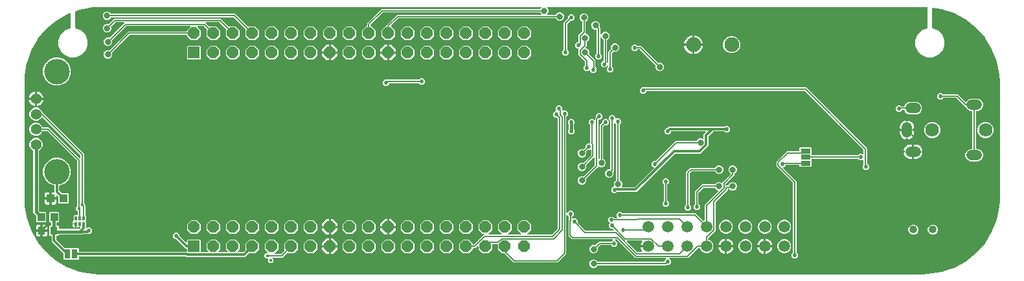
<source format=gbr>
G04 EAGLE Gerber RS-274X export*
G75*
%MOMM*%
%FSLAX34Y34*%
%LPD*%
%INTop Copper*%
%IPPOS*%
%AMOC8*
5,1,8,0,0,1.08239X$1,22.5*%
G01*
%ADD10R,0.300000X0.520000*%
%ADD11R,0.300000X0.490000*%
%ADD12R,1.000000X1.100000*%
%ADD13R,0.950000X1.000000*%
%ADD14R,1.524000X1.524000*%
%ADD15P,1.649562X8X22.500000*%
%ADD16C,1.498600*%
%ADD17C,0.800000*%
%ADD18C,1.422400*%
%ADD19C,3.327400*%
%ADD20C,1.320800*%
%ADD21C,1.790700*%
%ADD22C,1.219200*%
%ADD23C,1.016000*%
%ADD24C,1.943100*%
%ADD25R,1.270000X0.635000*%
%ADD26R,0.762000X1.270000*%
%ADD27C,0.304800*%
%ADD28C,0.152400*%
%ADD29C,0.525000*%
%ADD30C,0.203200*%
%ADD31C,0.406400*%
%ADD32C,0.406400*%

G36*
X100513Y2541D02*
X100513Y2541D01*
X100514Y2541D01*
X101852Y2544D01*
X101883Y2541D01*
X1173760Y2541D01*
X1173841Y2554D01*
X1173923Y2558D01*
X1173951Y2569D01*
X1175103Y2541D01*
X1175110Y2542D01*
X1175121Y2541D01*
X1175215Y2541D01*
X1175220Y2542D01*
X1175229Y2541D01*
X1183835Y2703D01*
X1183866Y2709D01*
X1183934Y2712D01*
X1201044Y5294D01*
X1201074Y5303D01*
X1201173Y5325D01*
X1202068Y5625D01*
X1204332Y6387D01*
X1211126Y8670D01*
X1211126Y8671D01*
X1217575Y10838D01*
X1217602Y10853D01*
X1217696Y10892D01*
X1232892Y19170D01*
X1232916Y19189D01*
X1233002Y19243D01*
X1246529Y30034D01*
X1246550Y30057D01*
X1246625Y30126D01*
X1258073Y43102D01*
X1258089Y43128D01*
X1258151Y43208D01*
X1267172Y57975D01*
X1267184Y58004D01*
X1267231Y58094D01*
X1273550Y74203D01*
X1273557Y74233D01*
X1273587Y74330D01*
X1277013Y91291D01*
X1277015Y91323D01*
X1277027Y91390D01*
X1277617Y100015D01*
X1277616Y100035D01*
X1277619Y100067D01*
X1277619Y255622D01*
X1277616Y255642D01*
X1277617Y255675D01*
X1277023Y264295D01*
X1277016Y264326D01*
X1277010Y264394D01*
X1273578Y281346D01*
X1273567Y281375D01*
X1273540Y281473D01*
X1267217Y297572D01*
X1267201Y297599D01*
X1267158Y297691D01*
X1258135Y312447D01*
X1258114Y312471D01*
X1258056Y312554D01*
X1246607Y325519D01*
X1246583Y325539D01*
X1246511Y325610D01*
X1232986Y336390D01*
X1232958Y336406D01*
X1232875Y336464D01*
X1217683Y344731D01*
X1217653Y344742D01*
X1217561Y344784D01*
X1201164Y350288D01*
X1201133Y350293D01*
X1201035Y350319D01*
X1190245Y351943D01*
X1190169Y351942D01*
X1190093Y351950D01*
X1190046Y351940D01*
X1189999Y351939D01*
X1189927Y351914D01*
X1189852Y351898D01*
X1189812Y351874D01*
X1189767Y351858D01*
X1189707Y351811D01*
X1189641Y351772D01*
X1189610Y351736D01*
X1189573Y351707D01*
X1189531Y351643D01*
X1189481Y351585D01*
X1189463Y351541D01*
X1189438Y351502D01*
X1189418Y351428D01*
X1189389Y351357D01*
X1189382Y351293D01*
X1189374Y351264D01*
X1189376Y351238D01*
X1189371Y351190D01*
X1189371Y325877D01*
X1189390Y325763D01*
X1189407Y325646D01*
X1189409Y325641D01*
X1189410Y325635D01*
X1189465Y325532D01*
X1189518Y325427D01*
X1189523Y325423D01*
X1189526Y325417D01*
X1189610Y325337D01*
X1189694Y325255D01*
X1189700Y325251D01*
X1189704Y325248D01*
X1189721Y325240D01*
X1189841Y325174D01*
X1196971Y322220D01*
X1202330Y316861D01*
X1205231Y309859D01*
X1205231Y302281D01*
X1202330Y295279D01*
X1196971Y289920D01*
X1189969Y287019D01*
X1182391Y287019D01*
X1175389Y289920D01*
X1170030Y295279D01*
X1167129Y302281D01*
X1167129Y309859D01*
X1170030Y316861D01*
X1175389Y322220D01*
X1182519Y325174D01*
X1182619Y325236D01*
X1182719Y325296D01*
X1182723Y325300D01*
X1182728Y325304D01*
X1182803Y325394D01*
X1182879Y325482D01*
X1182881Y325488D01*
X1182885Y325493D01*
X1182927Y325602D01*
X1182971Y325711D01*
X1182972Y325718D01*
X1182973Y325723D01*
X1182974Y325741D01*
X1182989Y325877D01*
X1182989Y352169D01*
X1182987Y352182D01*
X1182989Y352194D01*
X1182967Y352303D01*
X1182950Y352412D01*
X1182944Y352423D01*
X1182941Y352436D01*
X1182886Y352532D01*
X1182834Y352629D01*
X1182825Y352638D01*
X1182819Y352649D01*
X1182736Y352722D01*
X1182656Y352798D01*
X1182644Y352804D01*
X1182635Y352812D01*
X1182533Y352855D01*
X1182433Y352902D01*
X1182420Y352903D01*
X1182408Y352909D01*
X1182242Y352930D01*
X1175235Y353059D01*
X1175229Y353058D01*
X1175221Y353059D01*
X1175121Y353059D01*
X1175114Y353058D01*
X1175102Y353059D01*
X1173954Y353030D01*
X1173928Y353041D01*
X1173873Y353047D01*
X1173845Y353055D01*
X1173817Y353053D01*
X1173761Y353059D01*
X686562Y353059D01*
X686491Y353048D01*
X686419Y353046D01*
X686370Y353028D01*
X686319Y353020D01*
X686256Y352986D01*
X686188Y352961D01*
X686148Y352929D01*
X686102Y352904D01*
X686052Y352852D01*
X685996Y352808D01*
X685968Y352764D01*
X685932Y352726D01*
X685902Y352661D01*
X685863Y352601D01*
X685851Y352550D01*
X685829Y352503D01*
X685821Y352432D01*
X685803Y352362D01*
X685807Y352310D01*
X685801Y352259D01*
X685817Y352188D01*
X685822Y352117D01*
X685843Y352069D01*
X685854Y352018D01*
X685891Y351957D01*
X685919Y351891D01*
X685963Y351835D01*
X685980Y351807D01*
X685998Y351792D01*
X686023Y351760D01*
X686674Y351110D01*
X687515Y349079D01*
X687515Y346881D01*
X686674Y344850D01*
X685769Y343946D01*
X685728Y343888D01*
X685678Y343836D01*
X685656Y343789D01*
X685626Y343747D01*
X685605Y343678D01*
X685575Y343613D01*
X685569Y343561D01*
X685554Y343511D01*
X685555Y343440D01*
X685547Y343369D01*
X685559Y343318D01*
X685560Y343266D01*
X685585Y343198D01*
X685600Y343128D01*
X685626Y343083D01*
X685644Y343035D01*
X685689Y342979D01*
X685726Y342917D01*
X685765Y342883D01*
X685798Y342843D01*
X685858Y342804D01*
X685913Y342757D01*
X685961Y342738D01*
X686005Y342710D01*
X686074Y342692D01*
X686141Y342665D01*
X686212Y342657D01*
X686243Y342649D01*
X686267Y342651D01*
X686308Y342647D01*
X696769Y342647D01*
X696883Y342666D01*
X697000Y342683D01*
X697005Y342685D01*
X697011Y342686D01*
X697114Y342741D01*
X697219Y342794D01*
X697223Y342799D01*
X697229Y342802D01*
X697309Y342886D01*
X697391Y342970D01*
X697395Y342976D01*
X697398Y342980D01*
X697406Y342997D01*
X697472Y343117D01*
X697626Y343490D01*
X699180Y345044D01*
X701211Y345885D01*
X703409Y345885D01*
X705440Y345044D01*
X706994Y343490D01*
X707835Y341459D01*
X707835Y339261D01*
X706994Y337230D01*
X705440Y335676D01*
X703409Y334835D01*
X701211Y334835D01*
X699180Y335676D01*
X697626Y337230D01*
X697472Y337603D01*
X697410Y337703D01*
X697350Y337803D01*
X697346Y337807D01*
X697342Y337812D01*
X697252Y337887D01*
X697163Y337963D01*
X697158Y337965D01*
X697153Y337969D01*
X697044Y338011D01*
X696935Y338055D01*
X696928Y338056D01*
X696923Y338057D01*
X696905Y338058D01*
X696769Y338073D01*
X491483Y338073D01*
X491392Y338059D01*
X491302Y338051D01*
X491272Y338039D01*
X491240Y338034D01*
X491159Y337991D01*
X491075Y337955D01*
X491043Y337929D01*
X491022Y337918D01*
X491000Y337895D01*
X490944Y337850D01*
X481907Y328813D01*
X481895Y328796D01*
X481879Y328784D01*
X481823Y328697D01*
X481763Y328613D01*
X481757Y328594D01*
X481746Y328577D01*
X481721Y328477D01*
X481691Y328378D01*
X481691Y328358D01*
X481686Y328339D01*
X481694Y328236D01*
X481697Y328132D01*
X481704Y328113D01*
X481705Y328093D01*
X481746Y327998D01*
X481781Y327901D01*
X481794Y327885D01*
X481802Y327867D01*
X481907Y327736D01*
X487345Y322298D01*
X487345Y314722D01*
X481988Y309365D01*
X474412Y309365D01*
X469055Y314722D01*
X469055Y322298D01*
X474412Y327655D01*
X475152Y327655D01*
X475172Y327658D01*
X475191Y327656D01*
X475293Y327678D01*
X475395Y327694D01*
X475412Y327704D01*
X475432Y327708D01*
X475521Y327761D01*
X475612Y327810D01*
X475626Y327824D01*
X475643Y327834D01*
X475710Y327913D01*
X475782Y327988D01*
X475790Y328006D01*
X475803Y328021D01*
X475842Y328117D01*
X475885Y328211D01*
X475887Y328231D01*
X475895Y328249D01*
X475913Y328416D01*
X475913Y329287D01*
X489273Y342647D01*
X677672Y342647D01*
X677743Y342658D01*
X677815Y342660D01*
X677864Y342678D01*
X677915Y342686D01*
X677978Y342720D01*
X678046Y342745D01*
X678086Y342777D01*
X678132Y342802D01*
X678182Y342854D01*
X678238Y342898D01*
X678266Y342942D01*
X678302Y342980D01*
X678332Y343045D01*
X678371Y343105D01*
X678383Y343156D01*
X678405Y343203D01*
X678413Y343274D01*
X678431Y343344D01*
X678427Y343396D01*
X678433Y343447D01*
X678417Y343518D01*
X678412Y343589D01*
X678391Y343637D01*
X678380Y343688D01*
X678343Y343749D01*
X678315Y343815D01*
X678271Y343871D01*
X678254Y343899D01*
X678236Y343914D01*
X678211Y343946D01*
X677306Y344850D01*
X677152Y345223D01*
X677090Y345323D01*
X677030Y345423D01*
X677026Y345427D01*
X677022Y345432D01*
X676932Y345507D01*
X676843Y345583D01*
X676838Y345585D01*
X676833Y345589D01*
X676724Y345631D01*
X676615Y345675D01*
X676608Y345676D01*
X676603Y345677D01*
X676585Y345678D01*
X676449Y345693D01*
X471163Y345693D01*
X471072Y345679D01*
X470982Y345671D01*
X470952Y345659D01*
X470920Y345654D01*
X470839Y345611D01*
X470755Y345575D01*
X470723Y345549D01*
X470702Y345538D01*
X470680Y345515D01*
X470624Y345470D01*
X455310Y330156D01*
X455257Y330082D01*
X455197Y330012D01*
X455185Y329982D01*
X455166Y329956D01*
X455139Y329869D01*
X455105Y329784D01*
X455101Y329743D01*
X455094Y329721D01*
X455095Y329689D01*
X455087Y329617D01*
X455087Y328416D01*
X455090Y328396D01*
X455088Y328377D01*
X455110Y328275D01*
X455126Y328173D01*
X455136Y328156D01*
X455140Y328136D01*
X455193Y328047D01*
X455242Y327956D01*
X455256Y327942D01*
X455266Y327925D01*
X455345Y327858D01*
X455420Y327786D01*
X455438Y327778D01*
X455453Y327765D01*
X455549Y327726D01*
X455643Y327683D01*
X455663Y327681D01*
X455681Y327673D01*
X455848Y327655D01*
X456588Y327655D01*
X461945Y322298D01*
X461945Y314722D01*
X456588Y309365D01*
X449012Y309365D01*
X443655Y314722D01*
X443655Y322298D01*
X449012Y327655D01*
X449752Y327655D01*
X449772Y327658D01*
X449791Y327656D01*
X449893Y327678D01*
X449995Y327694D01*
X450012Y327704D01*
X450032Y327708D01*
X450121Y327761D01*
X450212Y327810D01*
X450226Y327824D01*
X450243Y327834D01*
X450310Y327913D01*
X450382Y327988D01*
X450390Y328006D01*
X450403Y328021D01*
X450442Y328117D01*
X450485Y328211D01*
X450487Y328231D01*
X450495Y328249D01*
X450513Y328416D01*
X450513Y331827D01*
X468953Y350267D01*
X676449Y350267D01*
X676563Y350286D01*
X676680Y350303D01*
X676685Y350305D01*
X676691Y350306D01*
X676794Y350361D01*
X676899Y350414D01*
X676903Y350419D01*
X676909Y350422D01*
X676989Y350506D01*
X677071Y350590D01*
X677075Y350596D01*
X677078Y350600D01*
X677086Y350617D01*
X677152Y350737D01*
X677306Y351110D01*
X677957Y351760D01*
X677998Y351818D01*
X678048Y351870D01*
X678070Y351917D01*
X678100Y351959D01*
X678121Y352028D01*
X678151Y352093D01*
X678157Y352145D01*
X678172Y352195D01*
X678171Y352266D01*
X678179Y352337D01*
X678167Y352388D01*
X678166Y352440D01*
X678141Y352508D01*
X678126Y352578D01*
X678100Y352623D01*
X678082Y352671D01*
X678037Y352727D01*
X678000Y352789D01*
X677961Y352823D01*
X677928Y352863D01*
X677868Y352902D01*
X677813Y352949D01*
X677765Y352968D01*
X677721Y352996D01*
X677652Y353014D01*
X677585Y353041D01*
X677514Y353049D01*
X677483Y353057D01*
X677459Y353055D01*
X677418Y353059D01*
X100530Y353059D01*
X100516Y353057D01*
X100494Y353058D01*
X91994Y352659D01*
X91964Y352653D01*
X91896Y352648D01*
X75160Y349641D01*
X75130Y349630D01*
X75032Y349606D01*
X69729Y347656D01*
X69721Y347652D01*
X69712Y347650D01*
X69615Y347592D01*
X69515Y347535D01*
X69509Y347528D01*
X69501Y347524D01*
X69427Y347437D01*
X69351Y347352D01*
X69347Y347344D01*
X69341Y347337D01*
X69298Y347231D01*
X69253Y347127D01*
X69253Y347117D01*
X69249Y347109D01*
X69231Y346942D01*
X69231Y325877D01*
X69250Y325763D01*
X69267Y325646D01*
X69269Y325641D01*
X69270Y325635D01*
X69325Y325532D01*
X69378Y325427D01*
X69383Y325423D01*
X69386Y325417D01*
X69470Y325337D01*
X69554Y325255D01*
X69560Y325251D01*
X69564Y325248D01*
X69581Y325240D01*
X69701Y325174D01*
X76831Y322220D01*
X82190Y316861D01*
X85091Y309859D01*
X85091Y302281D01*
X82190Y295279D01*
X76831Y289920D01*
X69829Y287019D01*
X62251Y287019D01*
X55249Y289920D01*
X49890Y295279D01*
X46989Y302281D01*
X46989Y309859D01*
X49890Y316861D01*
X55249Y322220D01*
X62379Y325174D01*
X62479Y325236D01*
X62579Y325296D01*
X62583Y325300D01*
X62588Y325304D01*
X62663Y325394D01*
X62739Y325482D01*
X62741Y325488D01*
X62745Y325493D01*
X62787Y325602D01*
X62831Y325711D01*
X62832Y325718D01*
X62833Y325723D01*
X62834Y325741D01*
X62849Y325877D01*
X62849Y344036D01*
X62844Y344066D01*
X62847Y344096D01*
X62825Y344187D01*
X62810Y344279D01*
X62795Y344306D01*
X62788Y344335D01*
X62738Y344414D01*
X62694Y344496D01*
X62672Y344517D01*
X62656Y344543D01*
X62583Y344601D01*
X62516Y344665D01*
X62488Y344678D01*
X62465Y344697D01*
X62377Y344730D01*
X62293Y344769D01*
X62263Y344772D01*
X62234Y344783D01*
X62141Y344786D01*
X62049Y344796D01*
X62019Y344790D01*
X61988Y344791D01*
X61825Y344750D01*
X59072Y343738D01*
X59045Y343723D01*
X58952Y343682D01*
X44255Y335132D01*
X44230Y335112D01*
X44146Y335055D01*
X31156Y324083D01*
X31136Y324059D01*
X31063Y323989D01*
X20175Y310927D01*
X20160Y310900D01*
X20100Y310818D01*
X11646Y296065D01*
X11635Y296035D01*
X11590Y295944D01*
X5827Y279947D01*
X5821Y279916D01*
X5793Y279819D01*
X2895Y263064D01*
X2895Y263032D01*
X2885Y262965D01*
X2541Y254462D01*
X2543Y254450D01*
X2541Y254431D01*
X2541Y254423D01*
X2541Y254422D01*
X2541Y254420D01*
X2545Y253098D01*
X2541Y253059D01*
X2541Y100009D01*
X2543Y99995D01*
X2542Y99973D01*
X2932Y91524D01*
X2939Y91493D01*
X2943Y91425D01*
X5921Y74788D01*
X5932Y74759D01*
X5956Y74660D01*
X11778Y58794D01*
X11793Y58766D01*
X11834Y58674D01*
X20323Y44059D01*
X20343Y44035D01*
X20399Y43950D01*
X31296Y31032D01*
X31320Y31011D01*
X31390Y30938D01*
X44365Y20108D01*
X44392Y20092D01*
X44474Y20032D01*
X59133Y11620D01*
X59162Y11609D01*
X59253Y11564D01*
X75150Y5825D01*
X75180Y5819D01*
X75278Y5791D01*
X91930Y2899D01*
X91962Y2899D01*
X92029Y2888D01*
X100480Y2541D01*
X100492Y2543D01*
X100511Y2541D01*
X100512Y2541D01*
X100513Y2541D01*
G37*
%LPC*%
G36*
X745661Y10985D02*
X745661Y10985D01*
X743630Y11826D01*
X742076Y13380D01*
X741235Y15411D01*
X741235Y17609D01*
X742076Y19640D01*
X743630Y21194D01*
X745661Y22035D01*
X747859Y22035D01*
X749890Y21194D01*
X751444Y19640D01*
X751598Y19267D01*
X751660Y19167D01*
X751720Y19067D01*
X751724Y19063D01*
X751728Y19058D01*
X751818Y18983D01*
X751907Y18907D01*
X751912Y18905D01*
X751917Y18901D01*
X752026Y18859D01*
X752135Y18815D01*
X752142Y18814D01*
X752147Y18813D01*
X752165Y18812D01*
X752301Y18797D01*
X838369Y18797D01*
X838389Y18800D01*
X838408Y18798D01*
X838510Y18820D01*
X838612Y18836D01*
X838629Y18846D01*
X838649Y18850D01*
X838738Y18903D01*
X838829Y18952D01*
X838843Y18966D01*
X838860Y18976D01*
X838927Y19055D01*
X838999Y19130D01*
X839007Y19148D01*
X839020Y19163D01*
X839059Y19259D01*
X839102Y19353D01*
X839104Y19373D01*
X839112Y19391D01*
X839130Y19558D01*
X839130Y20769D01*
X840937Y22576D01*
X840979Y22634D01*
X841028Y22686D01*
X841050Y22733D01*
X841081Y22775D01*
X841102Y22844D01*
X841132Y22909D01*
X841138Y22961D01*
X841153Y23011D01*
X841151Y23082D01*
X841159Y23153D01*
X841148Y23204D01*
X841147Y23256D01*
X841122Y23324D01*
X841107Y23394D01*
X841080Y23439D01*
X841062Y23487D01*
X841017Y23543D01*
X840981Y23605D01*
X840941Y23639D01*
X840909Y23679D01*
X840848Y23718D01*
X840794Y23765D01*
X840745Y23784D01*
X840702Y23812D01*
X840632Y23830D01*
X840566Y23857D01*
X840494Y23865D01*
X840463Y23873D01*
X840440Y23871D01*
X840399Y23875D01*
X800931Y23875D01*
X776516Y48290D01*
X776442Y48343D01*
X776372Y48403D01*
X776342Y48415D01*
X776316Y48434D01*
X776229Y48461D01*
X776144Y48495D01*
X776103Y48499D01*
X776081Y48506D01*
X776049Y48505D01*
X775978Y48513D01*
X775803Y48513D01*
X775732Y48502D01*
X775661Y48500D01*
X775612Y48482D01*
X775560Y48474D01*
X775497Y48440D01*
X775430Y48415D01*
X775389Y48383D01*
X775343Y48358D01*
X775294Y48306D01*
X775238Y48262D01*
X775209Y48218D01*
X775174Y48180D01*
X775143Y48115D01*
X775105Y48055D01*
X775092Y48004D01*
X775070Y47957D01*
X775062Y47886D01*
X775045Y47816D01*
X775049Y47764D01*
X775043Y47713D01*
X775058Y47642D01*
X775064Y47571D01*
X775084Y47523D01*
X775095Y47472D01*
X775132Y47411D01*
X775160Y47345D01*
X775205Y47289D01*
X775221Y47261D01*
X775239Y47246D01*
X775265Y47214D01*
X777580Y44899D01*
X777580Y41461D01*
X775149Y39030D01*
X771711Y39030D01*
X770071Y40670D01*
X769997Y40723D01*
X769928Y40783D01*
X769898Y40795D01*
X769871Y40814D01*
X769784Y40841D01*
X769700Y40875D01*
X769659Y40879D01*
X769636Y40886D01*
X769604Y40885D01*
X769533Y40893D01*
X755643Y40893D01*
X755552Y40879D01*
X755462Y40871D01*
X755432Y40859D01*
X755400Y40854D01*
X755319Y40811D01*
X755235Y40775D01*
X755203Y40749D01*
X755182Y40738D01*
X755160Y40715D01*
X755104Y40670D01*
X752295Y37861D01*
X752227Y37767D01*
X752157Y37673D01*
X752155Y37667D01*
X752152Y37662D01*
X752117Y37550D01*
X752081Y37439D01*
X752081Y37433D01*
X752079Y37427D01*
X752082Y37310D01*
X752084Y37193D01*
X752086Y37186D01*
X752086Y37181D01*
X752092Y37163D01*
X752130Y37032D01*
X752285Y36659D01*
X752285Y34461D01*
X751444Y32430D01*
X749890Y30876D01*
X747859Y30035D01*
X745661Y30035D01*
X743630Y30876D01*
X742076Y32430D01*
X741235Y34461D01*
X741235Y36659D01*
X742076Y38690D01*
X743630Y40244D01*
X745661Y41085D01*
X747859Y41085D01*
X748232Y40930D01*
X748345Y40904D01*
X748459Y40875D01*
X748465Y40876D01*
X748471Y40874D01*
X748588Y40885D01*
X748704Y40894D01*
X748710Y40897D01*
X748716Y40897D01*
X748824Y40945D01*
X748930Y40990D01*
X748936Y40995D01*
X748941Y40997D01*
X748955Y41010D01*
X749061Y41095D01*
X751870Y43904D01*
X753433Y45467D01*
X769533Y45467D01*
X769623Y45481D01*
X769714Y45489D01*
X769744Y45501D01*
X769776Y45506D01*
X769856Y45549D01*
X769940Y45585D01*
X769972Y45611D01*
X769993Y45622D01*
X770015Y45645D01*
X770071Y45690D01*
X771595Y47214D01*
X771637Y47272D01*
X771686Y47324D01*
X771708Y47371D01*
X771739Y47413D01*
X771760Y47482D01*
X771790Y47547D01*
X771796Y47599D01*
X771811Y47649D01*
X771809Y47720D01*
X771817Y47791D01*
X771806Y47842D01*
X771805Y47894D01*
X771780Y47962D01*
X771765Y48032D01*
X771738Y48077D01*
X771720Y48125D01*
X771675Y48181D01*
X771639Y48243D01*
X771599Y48277D01*
X771567Y48317D01*
X771506Y48356D01*
X771452Y48403D01*
X771403Y48422D01*
X771360Y48450D01*
X771290Y48468D01*
X771224Y48495D01*
X771152Y48503D01*
X771121Y48511D01*
X771098Y48509D01*
X771057Y48513D01*
X717873Y48513D01*
X713767Y52619D01*
X713767Y74491D01*
X713770Y74494D01*
X713823Y74568D01*
X713883Y74638D01*
X713895Y74668D01*
X713914Y74694D01*
X713941Y74781D01*
X713975Y74866D01*
X713979Y74907D01*
X713986Y74929D01*
X713985Y74961D01*
X713993Y75032D01*
X713993Y78061D01*
X713979Y78151D01*
X713971Y78242D01*
X713959Y78272D01*
X713954Y78304D01*
X713911Y78384D01*
X713875Y78468D01*
X713849Y78500D01*
X713838Y78521D01*
X713815Y78543D01*
X713770Y78599D01*
X712246Y80123D01*
X712188Y80165D01*
X712136Y80214D01*
X712089Y80236D01*
X712047Y80267D01*
X711978Y80288D01*
X711913Y80318D01*
X711861Y80324D01*
X711811Y80339D01*
X711740Y80337D01*
X711669Y80345D01*
X711618Y80334D01*
X711566Y80333D01*
X711498Y80308D01*
X711428Y80293D01*
X711383Y80266D01*
X711335Y80248D01*
X711279Y80203D01*
X711217Y80167D01*
X711183Y80127D01*
X711143Y80095D01*
X711104Y80034D01*
X711057Y79980D01*
X711038Y79931D01*
X711010Y79888D01*
X710992Y79818D01*
X710965Y79752D01*
X710957Y79680D01*
X710949Y79649D01*
X710951Y79626D01*
X710947Y79585D01*
X710947Y29533D01*
X701010Y19596D01*
X699447Y18033D01*
X641673Y18033D01*
X629964Y29742D01*
X629890Y29795D01*
X629820Y29855D01*
X629790Y29867D01*
X629764Y29886D01*
X629677Y29913D01*
X629592Y29947D01*
X629551Y29951D01*
X629529Y29958D01*
X629497Y29957D01*
X629426Y29965D01*
X626812Y29965D01*
X621455Y35322D01*
X621455Y41402D01*
X621452Y41422D01*
X621454Y41441D01*
X621432Y41543D01*
X621416Y41645D01*
X621406Y41662D01*
X621402Y41682D01*
X621349Y41771D01*
X621300Y41862D01*
X621286Y41876D01*
X621276Y41893D01*
X621197Y41960D01*
X621122Y42032D01*
X621104Y42040D01*
X621089Y42053D01*
X620993Y42092D01*
X620899Y42135D01*
X620879Y42137D01*
X620861Y42145D01*
X620694Y42163D01*
X615106Y42163D01*
X615086Y42160D01*
X615067Y42162D01*
X614965Y42140D01*
X614863Y42124D01*
X614846Y42114D01*
X614826Y42110D01*
X614737Y42057D01*
X614646Y42008D01*
X614632Y41994D01*
X614615Y41984D01*
X614548Y41905D01*
X614476Y41830D01*
X614468Y41812D01*
X614455Y41797D01*
X614416Y41701D01*
X614373Y41607D01*
X614371Y41587D01*
X614363Y41569D01*
X614345Y41402D01*
X614345Y35322D01*
X608988Y29965D01*
X601412Y29965D01*
X596055Y35322D01*
X596055Y38903D01*
X596044Y38974D01*
X596042Y39045D01*
X596024Y39094D01*
X596016Y39146D01*
X595982Y39209D01*
X595957Y39276D01*
X595925Y39317D01*
X595900Y39363D01*
X595848Y39412D01*
X595804Y39468D01*
X595760Y39496D01*
X595722Y39532D01*
X595657Y39562D01*
X595597Y39601D01*
X595546Y39614D01*
X595499Y39636D01*
X595428Y39644D01*
X595358Y39661D01*
X595306Y39657D01*
X595255Y39663D01*
X595184Y39648D01*
X595113Y39642D01*
X595065Y39622D01*
X595014Y39611D01*
X594953Y39574D01*
X594887Y39546D01*
X594831Y39501D01*
X594803Y39485D01*
X594788Y39467D01*
X594756Y39441D01*
X592138Y36823D01*
X589706Y36823D01*
X589686Y36820D01*
X589667Y36822D01*
X589565Y36800D01*
X589463Y36784D01*
X589446Y36774D01*
X589426Y36770D01*
X589337Y36717D01*
X589246Y36668D01*
X589232Y36654D01*
X589215Y36644D01*
X589148Y36565D01*
X589076Y36490D01*
X589068Y36472D01*
X589055Y36457D01*
X589016Y36361D01*
X588973Y36267D01*
X588971Y36247D01*
X588963Y36229D01*
X588945Y36062D01*
X588945Y35322D01*
X583588Y29965D01*
X576012Y29965D01*
X570655Y35322D01*
X570655Y42898D01*
X576012Y48255D01*
X583588Y48255D01*
X588945Y42898D01*
X588945Y42158D01*
X588948Y42138D01*
X588946Y42119D01*
X588968Y42017D01*
X588984Y41915D01*
X588994Y41898D01*
X588998Y41878D01*
X589051Y41789D01*
X589100Y41698D01*
X589114Y41684D01*
X589124Y41667D01*
X589203Y41600D01*
X589278Y41528D01*
X589296Y41520D01*
X589311Y41507D01*
X589407Y41468D01*
X589501Y41425D01*
X589521Y41423D01*
X589539Y41415D01*
X589706Y41397D01*
X589928Y41397D01*
X590018Y41411D01*
X590109Y41419D01*
X590139Y41431D01*
X590171Y41436D01*
X590252Y41479D01*
X590336Y41515D01*
X590368Y41541D01*
X590388Y41552D01*
X590411Y41575D01*
X590467Y41620D01*
X602913Y54066D01*
X602954Y54124D01*
X603004Y54176D01*
X603026Y54223D01*
X603056Y54265D01*
X603077Y54334D01*
X603107Y54399D01*
X603113Y54451D01*
X603128Y54501D01*
X603127Y54572D01*
X603135Y54643D01*
X603123Y54694D01*
X603122Y54746D01*
X603097Y54814D01*
X603082Y54884D01*
X603056Y54929D01*
X603038Y54977D01*
X602993Y55033D01*
X602956Y55095D01*
X602917Y55129D01*
X602884Y55169D01*
X602824Y55208D01*
X602769Y55255D01*
X602721Y55274D01*
X602677Y55302D01*
X602608Y55320D01*
X602541Y55347D01*
X602470Y55355D01*
X602439Y55363D01*
X602415Y55361D01*
X602374Y55365D01*
X601412Y55365D01*
X596055Y60722D01*
X596055Y68298D01*
X601412Y73655D01*
X608988Y73655D01*
X614345Y68298D01*
X614345Y60722D01*
X609273Y55650D01*
X609231Y55592D01*
X609182Y55540D01*
X609160Y55493D01*
X609129Y55451D01*
X609108Y55382D01*
X609078Y55317D01*
X609072Y55265D01*
X609057Y55215D01*
X609059Y55144D01*
X609051Y55073D01*
X609062Y55022D01*
X609063Y54970D01*
X609088Y54902D01*
X609103Y54832D01*
X609130Y54787D01*
X609148Y54739D01*
X609193Y54683D01*
X609229Y54621D01*
X609269Y54587D01*
X609301Y54547D01*
X609362Y54508D01*
X609416Y54461D01*
X609465Y54442D01*
X609508Y54414D01*
X609578Y54396D01*
X609644Y54369D01*
X609716Y54361D01*
X609747Y54353D01*
X609770Y54355D01*
X609811Y54351D01*
X625989Y54351D01*
X626060Y54362D01*
X626131Y54364D01*
X626180Y54382D01*
X626232Y54390D01*
X626295Y54424D01*
X626362Y54449D01*
X626403Y54481D01*
X626449Y54506D01*
X626498Y54558D01*
X626554Y54602D01*
X626583Y54646D01*
X626618Y54684D01*
X626649Y54749D01*
X626687Y54809D01*
X626700Y54860D01*
X626722Y54907D01*
X626730Y54978D01*
X626747Y55048D01*
X626743Y55100D01*
X626749Y55151D01*
X626734Y55222D01*
X626728Y55293D01*
X626708Y55341D01*
X626697Y55392D01*
X626660Y55453D01*
X626632Y55519D01*
X626587Y55575D01*
X626571Y55603D01*
X626553Y55618D01*
X626527Y55650D01*
X621455Y60722D01*
X621455Y68298D01*
X626812Y73655D01*
X634388Y73655D01*
X639745Y68298D01*
X639745Y60722D01*
X634673Y55650D01*
X634631Y55592D01*
X634582Y55540D01*
X634560Y55493D01*
X634529Y55451D01*
X634508Y55382D01*
X634478Y55317D01*
X634472Y55265D01*
X634457Y55215D01*
X634459Y55144D01*
X634451Y55073D01*
X634462Y55022D01*
X634463Y54970D01*
X634488Y54902D01*
X634503Y54832D01*
X634530Y54787D01*
X634548Y54739D01*
X634593Y54683D01*
X634629Y54621D01*
X634669Y54587D01*
X634701Y54547D01*
X634762Y54508D01*
X634816Y54461D01*
X634865Y54442D01*
X634908Y54414D01*
X634978Y54396D01*
X635044Y54369D01*
X635116Y54361D01*
X635147Y54353D01*
X635170Y54355D01*
X635211Y54351D01*
X651389Y54351D01*
X651460Y54362D01*
X651531Y54364D01*
X651580Y54382D01*
X651632Y54390D01*
X651695Y54424D01*
X651762Y54449D01*
X651803Y54481D01*
X651849Y54506D01*
X651898Y54558D01*
X651954Y54602D01*
X651983Y54646D01*
X652018Y54684D01*
X652049Y54749D01*
X652087Y54809D01*
X652100Y54860D01*
X652122Y54907D01*
X652130Y54978D01*
X652147Y55048D01*
X652143Y55100D01*
X652149Y55151D01*
X652134Y55222D01*
X652128Y55293D01*
X652108Y55341D01*
X652097Y55392D01*
X652060Y55453D01*
X652032Y55519D01*
X651987Y55575D01*
X651971Y55603D01*
X651953Y55618D01*
X651927Y55650D01*
X646855Y60722D01*
X646855Y68298D01*
X652212Y73655D01*
X659788Y73655D01*
X665145Y68298D01*
X665145Y60722D01*
X660073Y55650D01*
X660031Y55592D01*
X659982Y55540D01*
X659960Y55493D01*
X659929Y55451D01*
X659908Y55382D01*
X659878Y55317D01*
X659872Y55265D01*
X659857Y55215D01*
X659859Y55144D01*
X659851Y55073D01*
X659862Y55022D01*
X659863Y54970D01*
X659888Y54902D01*
X659903Y54832D01*
X659930Y54787D01*
X659948Y54739D01*
X659993Y54683D01*
X660029Y54621D01*
X660069Y54587D01*
X660101Y54547D01*
X660162Y54508D01*
X660216Y54461D01*
X660265Y54442D01*
X660308Y54414D01*
X660378Y54396D01*
X660444Y54369D01*
X660516Y54361D01*
X660547Y54353D01*
X660570Y54355D01*
X660611Y54351D01*
X691651Y54351D01*
X691741Y54365D01*
X691832Y54373D01*
X691862Y54385D01*
X691894Y54390D01*
X691974Y54433D01*
X692058Y54469D01*
X692090Y54495D01*
X692111Y54506D01*
X692133Y54529D01*
X692189Y54574D01*
X699800Y62185D01*
X699853Y62259D01*
X699913Y62328D01*
X699925Y62358D01*
X699944Y62385D01*
X699971Y62471D01*
X700005Y62556D01*
X700009Y62597D01*
X700016Y62620D01*
X700015Y62652D01*
X700023Y62723D01*
X700023Y206480D01*
X700009Y206570D01*
X700001Y206661D01*
X699989Y206691D01*
X699984Y206723D01*
X699941Y206804D01*
X699905Y206888D01*
X699879Y206920D01*
X699868Y206940D01*
X699845Y206963D01*
X699800Y207019D01*
X698735Y208084D01*
X698661Y208137D01*
X698592Y208196D01*
X698562Y208208D01*
X698535Y208227D01*
X698449Y208254D01*
X698364Y208288D01*
X698323Y208293D01*
X698300Y208300D01*
X698268Y208299D01*
X698197Y208307D01*
X695878Y208307D01*
X693447Y210738D01*
X693447Y214175D01*
X695878Y216606D01*
X696437Y216606D01*
X696508Y216618D01*
X696580Y216620D01*
X696629Y216638D01*
X696680Y216646D01*
X696743Y216679D01*
X696811Y216704D01*
X696852Y216737D01*
X696898Y216761D01*
X696947Y216813D01*
X697003Y216858D01*
X697031Y216902D01*
X697067Y216939D01*
X697097Y217004D01*
X697136Y217065D01*
X697149Y217115D01*
X697171Y217162D01*
X697178Y217234D01*
X697196Y217303D01*
X697192Y217355D01*
X697198Y217407D01*
X697182Y217477D01*
X697177Y217548D01*
X697156Y217596D01*
X697145Y217647D01*
X697109Y217709D01*
X697081Y217775D01*
X697036Y217831D01*
X697019Y217858D01*
X697001Y217874D01*
X696976Y217906D01*
X696890Y217991D01*
X696890Y221429D01*
X699321Y223860D01*
X702759Y223860D01*
X705190Y221429D01*
X705190Y219110D01*
X705204Y219019D01*
X705212Y218929D01*
X705224Y218899D01*
X705229Y218867D01*
X705272Y218786D01*
X705308Y218702D01*
X705334Y218670D01*
X705345Y218649D01*
X705368Y218627D01*
X705413Y218571D01*
X705641Y218343D01*
X705641Y218047D01*
X705652Y217976D01*
X705654Y217905D01*
X705672Y217856D01*
X705680Y217804D01*
X705714Y217741D01*
X705739Y217674D01*
X705771Y217633D01*
X705796Y217587D01*
X705847Y217538D01*
X705892Y217482D01*
X705936Y217453D01*
X705974Y217418D01*
X706039Y217387D01*
X706099Y217349D01*
X706150Y217336D01*
X706197Y217314D01*
X706268Y217306D01*
X706338Y217289D01*
X706390Y217293D01*
X706441Y217287D01*
X706512Y217302D01*
X706583Y217308D01*
X706631Y217328D01*
X706682Y217339D01*
X706743Y217376D01*
X706809Y217404D01*
X706865Y217449D01*
X706893Y217465D01*
X706908Y217483D01*
X706940Y217509D01*
X706941Y217510D01*
X710379Y217510D01*
X712810Y215079D01*
X712810Y211641D01*
X711170Y210001D01*
X711117Y209927D01*
X711057Y209858D01*
X711045Y209828D01*
X711026Y209801D01*
X710999Y209714D01*
X710965Y209630D01*
X710961Y209589D01*
X710954Y209566D01*
X710955Y209534D01*
X710947Y209463D01*
X710947Y84331D01*
X710958Y84260D01*
X710960Y84189D01*
X710978Y84140D01*
X710986Y84088D01*
X711020Y84025D01*
X711045Y83958D01*
X711077Y83917D01*
X711102Y83871D01*
X711154Y83822D01*
X711198Y83766D01*
X711242Y83737D01*
X711280Y83702D01*
X711345Y83671D01*
X711405Y83633D01*
X711456Y83620D01*
X711503Y83598D01*
X711574Y83590D01*
X711644Y83573D01*
X711696Y83577D01*
X711747Y83571D01*
X711818Y83586D01*
X711889Y83592D01*
X711937Y83612D01*
X711988Y83623D01*
X712049Y83660D01*
X712115Y83688D01*
X712171Y83733D01*
X712199Y83749D01*
X712214Y83767D01*
X712246Y83793D01*
X714561Y86108D01*
X717999Y86108D01*
X720430Y83677D01*
X720430Y80239D01*
X718790Y78599D01*
X718737Y78525D01*
X718677Y78456D01*
X718665Y78426D01*
X718646Y78399D01*
X718619Y78312D01*
X718585Y78228D01*
X718581Y78187D01*
X718574Y78164D01*
X718575Y78132D01*
X718567Y78061D01*
X718567Y76257D01*
X718570Y76237D01*
X718568Y76218D01*
X718590Y76116D01*
X718606Y76014D01*
X718616Y75997D01*
X718620Y75977D01*
X718673Y75888D01*
X718722Y75797D01*
X718736Y75783D01*
X718746Y75766D01*
X718825Y75699D01*
X718900Y75627D01*
X718918Y75619D01*
X718933Y75606D01*
X719029Y75567D01*
X719123Y75524D01*
X719143Y75522D01*
X719161Y75514D01*
X719328Y75496D01*
X723079Y75496D01*
X725510Y73065D01*
X725510Y70746D01*
X725524Y70655D01*
X725532Y70565D01*
X725544Y70535D01*
X725549Y70503D01*
X725592Y70422D01*
X725628Y70338D01*
X725654Y70306D01*
X725665Y70285D01*
X725688Y70263D01*
X725733Y70207D01*
X736280Y59660D01*
X736354Y59607D01*
X736424Y59547D01*
X736454Y59535D01*
X736480Y59516D01*
X736567Y59489D01*
X736652Y59455D01*
X736693Y59451D01*
X736715Y59444D01*
X736747Y59445D01*
X736818Y59437D01*
X772648Y59437D01*
X772718Y59448D01*
X772790Y59450D01*
X772839Y59468D01*
X772890Y59476D01*
X772954Y59510D01*
X773021Y59535D01*
X773062Y59567D01*
X773108Y59592D01*
X773157Y59644D01*
X773213Y59688D01*
X773241Y59732D01*
X773277Y59770D01*
X773307Y59835D01*
X773346Y59895D01*
X773359Y59946D01*
X773381Y59993D01*
X773389Y60064D01*
X773406Y60134D01*
X773402Y60186D01*
X773408Y60237D01*
X773393Y60308D01*
X773387Y60379D01*
X773367Y60427D01*
X773356Y60478D01*
X773319Y60539D01*
X773291Y60605D01*
X773246Y60661D01*
X773229Y60689D01*
X773212Y60704D01*
X773186Y60736D01*
X772029Y61893D01*
X771955Y61946D01*
X771885Y62006D01*
X771855Y62018D01*
X771829Y62037D01*
X771742Y62064D01*
X771657Y62098D01*
X771616Y62102D01*
X771594Y62109D01*
X771562Y62108D01*
X771490Y62116D01*
X769171Y62116D01*
X766740Y64547D01*
X766740Y67985D01*
X767630Y68875D01*
X767642Y68891D01*
X767657Y68903D01*
X767713Y68991D01*
X767774Y69074D01*
X767779Y69093D01*
X767790Y69110D01*
X767816Y69211D01*
X767846Y69310D01*
X767845Y69329D01*
X767850Y69349D01*
X767842Y69452D01*
X767840Y69555D01*
X767833Y69574D01*
X767831Y69594D01*
X767791Y69689D01*
X767755Y69786D01*
X767743Y69802D01*
X767735Y69820D01*
X767630Y69951D01*
X765470Y72111D01*
X765470Y75549D01*
X767901Y77980D01*
X771339Y77980D01*
X772979Y76340D01*
X773053Y76287D01*
X773122Y76227D01*
X773152Y76215D01*
X773179Y76196D01*
X773266Y76169D01*
X773350Y76135D01*
X773391Y76131D01*
X773414Y76124D01*
X773446Y76125D01*
X773517Y76117D01*
X777237Y76117D01*
X777308Y76128D01*
X777379Y76130D01*
X777428Y76148D01*
X777480Y76156D01*
X777543Y76190D01*
X777610Y76215D01*
X777651Y76247D01*
X777697Y76272D01*
X777746Y76324D01*
X777802Y76368D01*
X777830Y76412D01*
X777866Y76450D01*
X777897Y76515D01*
X777935Y76575D01*
X777948Y76626D01*
X777970Y76673D01*
X777978Y76744D01*
X777995Y76814D01*
X777991Y76866D01*
X777997Y76917D01*
X777982Y76988D01*
X777976Y77059D01*
X777956Y77107D01*
X777945Y77158D01*
X777908Y77219D01*
X777880Y77285D01*
X777835Y77341D01*
X777819Y77369D01*
X777801Y77384D01*
X777775Y77416D01*
X776900Y78291D01*
X776900Y81729D01*
X779331Y84160D01*
X782769Y84160D01*
X784409Y82520D01*
X784483Y82467D01*
X784552Y82407D01*
X784582Y82395D01*
X784609Y82376D01*
X784696Y82349D01*
X784780Y82315D01*
X784821Y82311D01*
X784844Y82304D01*
X784876Y82305D01*
X784947Y82297D01*
X879787Y82297D01*
X889105Y72979D01*
X889200Y72911D01*
X889294Y72841D01*
X889300Y72839D01*
X889305Y72835D01*
X889416Y72801D01*
X889528Y72765D01*
X889534Y72765D01*
X889540Y72763D01*
X889657Y72766D01*
X889774Y72767D01*
X889781Y72769D01*
X889786Y72769D01*
X889803Y72776D01*
X889935Y72814D01*
X891323Y73389D01*
X891423Y73450D01*
X891490Y73490D01*
X891492Y73492D01*
X891493Y73492D01*
X891523Y73510D01*
X891527Y73515D01*
X891532Y73518D01*
X891607Y73609D01*
X891643Y73650D01*
X891662Y73670D01*
X891664Y73675D01*
X891683Y73697D01*
X891685Y73703D01*
X891689Y73708D01*
X891731Y73816D01*
X891740Y73839D01*
X891765Y73893D01*
X891766Y73905D01*
X891775Y73925D01*
X891776Y73933D01*
X891777Y73938D01*
X891778Y73956D01*
X891793Y74092D01*
X891793Y93657D01*
X909555Y111419D01*
X909582Y111457D01*
X909616Y111488D01*
X909653Y111556D01*
X909699Y111619D01*
X909712Y111663D01*
X909734Y111703D01*
X909748Y111780D01*
X909771Y111854D01*
X909770Y111900D01*
X909778Y111945D01*
X909767Y112022D01*
X909765Y112100D01*
X909749Y112143D01*
X909742Y112189D01*
X909707Y112258D01*
X909680Y112331D01*
X909652Y112367D01*
X909631Y112408D01*
X909575Y112462D01*
X909527Y112523D01*
X909488Y112548D01*
X909455Y112580D01*
X909335Y112646D01*
X909320Y112656D01*
X909315Y112657D01*
X909308Y112661D01*
X907460Y113426D01*
X905906Y114980D01*
X905752Y115353D01*
X905690Y115453D01*
X905630Y115553D01*
X905626Y115557D01*
X905622Y115562D01*
X905532Y115637D01*
X905443Y115713D01*
X905438Y115715D01*
X905433Y115719D01*
X905324Y115761D01*
X905215Y115805D01*
X905208Y115806D01*
X905203Y115807D01*
X905185Y115808D01*
X905049Y115823D01*
X890263Y115823D01*
X890172Y115809D01*
X890082Y115801D01*
X890052Y115789D01*
X890020Y115784D01*
X889939Y115741D01*
X889855Y115705D01*
X889823Y115679D01*
X889802Y115668D01*
X889780Y115645D01*
X889724Y115600D01*
X883890Y109766D01*
X883837Y109692D01*
X883777Y109622D01*
X883765Y109592D01*
X883746Y109566D01*
X883719Y109479D01*
X883685Y109394D01*
X883681Y109353D01*
X883674Y109331D01*
X883675Y109299D01*
X883667Y109227D01*
X883667Y95337D01*
X883681Y95247D01*
X883689Y95156D01*
X883701Y95126D01*
X883706Y95094D01*
X883749Y95014D01*
X883785Y94930D01*
X883811Y94898D01*
X883822Y94877D01*
X883845Y94855D01*
X883890Y94799D01*
X885530Y93159D01*
X885530Y89721D01*
X883099Y87290D01*
X879661Y87290D01*
X877230Y89721D01*
X877230Y93159D01*
X878870Y94799D01*
X878923Y94873D01*
X878983Y94942D01*
X878995Y94972D01*
X879014Y94999D01*
X879041Y95086D01*
X879075Y95170D01*
X879079Y95211D01*
X879086Y95234D01*
X879085Y95266D01*
X879093Y95337D01*
X879093Y111437D01*
X888053Y120397D01*
X905049Y120397D01*
X905163Y120416D01*
X905280Y120433D01*
X905285Y120435D01*
X905291Y120436D01*
X905394Y120491D01*
X905499Y120544D01*
X905503Y120549D01*
X905509Y120552D01*
X905589Y120636D01*
X905671Y120720D01*
X905675Y120726D01*
X905678Y120730D01*
X905686Y120747D01*
X905752Y120867D01*
X905906Y121240D01*
X907460Y122794D01*
X909491Y123635D01*
X911689Y123635D01*
X913858Y122736D01*
X913971Y122710D01*
X914085Y122681D01*
X914091Y122682D01*
X914097Y122680D01*
X914214Y122691D01*
X914330Y122700D01*
X914336Y122703D01*
X914342Y122703D01*
X914449Y122751D01*
X914557Y122797D01*
X914562Y122801D01*
X914567Y122803D01*
X914581Y122816D01*
X914687Y122901D01*
X916152Y124366D01*
X925539Y133753D01*
X925566Y133791D01*
X925600Y133822D01*
X925638Y133890D01*
X925683Y133953D01*
X925696Y133997D01*
X925719Y134037D01*
X925732Y134114D01*
X925755Y134188D01*
X925754Y134234D01*
X925762Y134279D01*
X925751Y134356D01*
X925749Y134434D01*
X925733Y134477D01*
X925726Y134523D01*
X925691Y134592D01*
X925664Y134665D01*
X925636Y134701D01*
X925615Y134742D01*
X925559Y134796D01*
X925511Y134857D01*
X925472Y134882D01*
X925439Y134914D01*
X925320Y134980D01*
X925304Y134990D01*
X925299Y134991D01*
X925292Y134995D01*
X925240Y135016D01*
X923686Y136570D01*
X922845Y138601D01*
X922845Y140799D01*
X923686Y142830D01*
X925240Y144384D01*
X927271Y145225D01*
X929469Y145225D01*
X931500Y144384D01*
X933054Y142830D01*
X933895Y140799D01*
X933895Y138601D01*
X933054Y136570D01*
X931500Y135016D01*
X931127Y134862D01*
X931027Y134800D01*
X930927Y134740D01*
X930923Y134736D01*
X930918Y134732D01*
X930843Y134642D01*
X930767Y134553D01*
X930765Y134548D01*
X930761Y134543D01*
X930719Y134434D01*
X930675Y134325D01*
X930674Y134318D01*
X930673Y134313D01*
X930672Y134295D01*
X930657Y134159D01*
X930657Y132403D01*
X929094Y130840D01*
X919386Y121132D01*
X919333Y121058D01*
X919273Y120988D01*
X919261Y120958D01*
X919242Y120932D01*
X919215Y120845D01*
X919181Y120760D01*
X919177Y120719D01*
X919170Y120697D01*
X919171Y120665D01*
X919163Y120594D01*
X919163Y119888D01*
X919166Y119868D01*
X919164Y119849D01*
X919186Y119747D01*
X919202Y119645D01*
X919212Y119628D01*
X919216Y119608D01*
X919269Y119519D01*
X919318Y119428D01*
X919332Y119414D01*
X919342Y119397D01*
X919421Y119330D01*
X919496Y119258D01*
X919514Y119250D01*
X919529Y119237D01*
X919625Y119198D01*
X919719Y119155D01*
X919739Y119153D01*
X919757Y119145D01*
X919924Y119127D01*
X922303Y119127D01*
X922417Y119146D01*
X922534Y119163D01*
X922539Y119165D01*
X922545Y119166D01*
X922648Y119221D01*
X922753Y119274D01*
X922757Y119279D01*
X922763Y119282D01*
X922843Y119366D01*
X922925Y119450D01*
X922929Y119456D01*
X922932Y119460D01*
X922940Y119477D01*
X923006Y119597D01*
X923686Y121240D01*
X925240Y122794D01*
X927271Y123635D01*
X929469Y123635D01*
X931500Y122794D01*
X933054Y121240D01*
X933895Y119209D01*
X933895Y117011D01*
X933054Y114980D01*
X931500Y113426D01*
X929469Y112585D01*
X927271Y112585D01*
X925240Y113426D01*
X924337Y114330D01*
X924263Y114383D01*
X924193Y114443D01*
X924163Y114455D01*
X924137Y114474D01*
X924050Y114501D01*
X923965Y114535D01*
X923924Y114539D01*
X923902Y114546D01*
X923870Y114545D01*
X923798Y114553D01*
X922972Y114553D01*
X922952Y114550D01*
X922933Y114552D01*
X922831Y114530D01*
X922729Y114514D01*
X922712Y114504D01*
X922692Y114500D01*
X922603Y114447D01*
X922512Y114398D01*
X922498Y114384D01*
X922481Y114374D01*
X922414Y114295D01*
X922342Y114220D01*
X922334Y114202D01*
X922321Y114187D01*
X922282Y114091D01*
X922239Y113997D01*
X922237Y113977D01*
X922229Y113959D01*
X922211Y113792D01*
X922211Y113296D01*
X906369Y97454D01*
X906324Y97392D01*
X906297Y97364D01*
X906292Y97353D01*
X906256Y97311D01*
X906244Y97281D01*
X906225Y97255D01*
X906198Y97168D01*
X906164Y97083D01*
X906160Y97042D01*
X906153Y97020D01*
X906154Y96987D01*
X906146Y96916D01*
X906146Y59772D01*
X896590Y50216D01*
X896537Y50142D01*
X896477Y50073D01*
X896465Y50043D01*
X896446Y50016D01*
X896419Y49929D01*
X896385Y49845D01*
X896381Y49804D01*
X896374Y49781D01*
X896375Y49749D01*
X896367Y49678D01*
X896367Y48692D01*
X896386Y48577D01*
X896403Y48461D01*
X896405Y48456D01*
X896406Y48449D01*
X896461Y48347D01*
X896514Y48242D01*
X896519Y48238D01*
X896522Y48232D01*
X896606Y48152D01*
X896690Y48070D01*
X896696Y48066D01*
X896700Y48063D01*
X896717Y48055D01*
X896837Y47989D01*
X899188Y47015D01*
X901725Y44478D01*
X903098Y41164D01*
X903098Y37576D01*
X901725Y34262D01*
X899188Y31725D01*
X895874Y30352D01*
X892286Y30352D01*
X888972Y31725D01*
X886435Y34262D01*
X885461Y36613D01*
X885399Y36713D01*
X885340Y36813D01*
X885335Y36817D01*
X885332Y36822D01*
X885241Y36897D01*
X885153Y36973D01*
X885147Y36975D01*
X885142Y36979D01*
X885034Y37021D01*
X884925Y37065D01*
X884917Y37066D01*
X884912Y37067D01*
X884894Y37068D01*
X884758Y37083D01*
X883772Y37083D01*
X883682Y37069D01*
X883591Y37061D01*
X883561Y37049D01*
X883529Y37044D01*
X883449Y37001D01*
X883365Y36965D01*
X883333Y36939D01*
X883312Y36928D01*
X883290Y36905D01*
X883234Y36860D01*
X870249Y23875D01*
X846161Y23875D01*
X846090Y23864D01*
X846019Y23862D01*
X845970Y23844D01*
X845918Y23836D01*
X845855Y23802D01*
X845788Y23777D01*
X845747Y23745D01*
X845701Y23720D01*
X845652Y23668D01*
X845596Y23624D01*
X845567Y23580D01*
X845532Y23542D01*
X845501Y23477D01*
X845463Y23417D01*
X845450Y23366D01*
X845428Y23319D01*
X845420Y23248D01*
X845403Y23178D01*
X845407Y23126D01*
X845401Y23075D01*
X845416Y23004D01*
X845422Y22933D01*
X845442Y22885D01*
X845453Y22834D01*
X845490Y22773D01*
X845518Y22707D01*
X845563Y22651D01*
X845579Y22623D01*
X845596Y22609D01*
X845599Y22604D01*
X845604Y22599D01*
X845623Y22576D01*
X847430Y20769D01*
X847430Y17331D01*
X844999Y14900D01*
X842680Y14900D01*
X842589Y14886D01*
X842499Y14878D01*
X842469Y14866D01*
X842437Y14861D01*
X842356Y14818D01*
X842272Y14782D01*
X842240Y14756D01*
X842219Y14745D01*
X842197Y14722D01*
X842141Y14677D01*
X841687Y14223D01*
X752301Y14223D01*
X752187Y14204D01*
X752070Y14187D01*
X752065Y14185D01*
X752059Y14184D01*
X751956Y14129D01*
X751851Y14076D01*
X751847Y14071D01*
X751841Y14068D01*
X751761Y13984D01*
X751679Y13900D01*
X751675Y13894D01*
X751672Y13890D01*
X751664Y13873D01*
X751598Y13753D01*
X751444Y13380D01*
X749890Y11826D01*
X747859Y10985D01*
X745661Y10985D01*
G37*
%LPD*%
%LPC*%
G36*
X54232Y21335D02*
X54232Y21335D01*
X53339Y22228D01*
X53339Y29918D01*
X53325Y30008D01*
X53317Y30099D01*
X53305Y30129D01*
X53300Y30161D01*
X53257Y30241D01*
X53221Y30325D01*
X53195Y30357D01*
X53184Y30378D01*
X53161Y30400D01*
X53132Y30436D01*
X53132Y30437D01*
X53116Y30456D01*
X37971Y45601D01*
X37971Y52404D01*
X37968Y52424D01*
X37970Y52443D01*
X37948Y52545D01*
X37932Y52647D01*
X37922Y52664D01*
X37918Y52684D01*
X37865Y52773D01*
X37816Y52864D01*
X37802Y52878D01*
X37792Y52895D01*
X37713Y52962D01*
X37638Y53034D01*
X37620Y53042D01*
X37605Y53055D01*
X37509Y53094D01*
X37415Y53137D01*
X37395Y53139D01*
X37377Y53147D01*
X37210Y53165D01*
X35638Y53165D01*
X34745Y54058D01*
X34745Y65322D01*
X35638Y66215D01*
X36702Y66215D01*
X36722Y66218D01*
X36741Y66216D01*
X36843Y66238D01*
X36945Y66254D01*
X36962Y66264D01*
X36982Y66268D01*
X37071Y66321D01*
X37162Y66370D01*
X37176Y66384D01*
X37193Y66394D01*
X37260Y66473D01*
X37332Y66548D01*
X37340Y66566D01*
X37353Y66581D01*
X37392Y66677D01*
X37435Y66771D01*
X37437Y66791D01*
X37445Y66809D01*
X37463Y66976D01*
X37463Y69684D01*
X37460Y69704D01*
X37462Y69723D01*
X37440Y69825D01*
X37424Y69927D01*
X37414Y69944D01*
X37410Y69964D01*
X37357Y70053D01*
X37308Y70144D01*
X37294Y70158D01*
X37284Y70175D01*
X37205Y70242D01*
X37130Y70314D01*
X37112Y70322D01*
X37097Y70335D01*
X37001Y70374D01*
X36907Y70417D01*
X36887Y70419D01*
X36869Y70427D01*
X36702Y70445D01*
X35888Y70445D01*
X34995Y71338D01*
X34995Y83602D01*
X35888Y84495D01*
X47152Y84495D01*
X48045Y83602D01*
X48045Y71338D01*
X47152Y70445D01*
X45338Y70445D01*
X45318Y70442D01*
X45299Y70444D01*
X45197Y70422D01*
X45095Y70406D01*
X45078Y70396D01*
X45058Y70392D01*
X44969Y70339D01*
X44878Y70290D01*
X44864Y70276D01*
X44847Y70266D01*
X44780Y70187D01*
X44708Y70112D01*
X44700Y70094D01*
X44687Y70079D01*
X44648Y69983D01*
X44605Y69889D01*
X44603Y69869D01*
X44595Y69851D01*
X44577Y69684D01*
X44577Y66976D01*
X44580Y66956D01*
X44578Y66937D01*
X44600Y66835D01*
X44616Y66733D01*
X44626Y66716D01*
X44630Y66696D01*
X44683Y66607D01*
X44732Y66516D01*
X44746Y66502D01*
X44756Y66485D01*
X44835Y66418D01*
X44910Y66346D01*
X44928Y66338D01*
X44943Y66325D01*
X45039Y66286D01*
X45133Y66243D01*
X45153Y66241D01*
X45171Y66233D01*
X45338Y66215D01*
X46402Y66215D01*
X47295Y65322D01*
X47295Y62738D01*
X47298Y62718D01*
X47296Y62699D01*
X47318Y62597D01*
X47334Y62495D01*
X47344Y62478D01*
X47348Y62458D01*
X47401Y62369D01*
X47450Y62278D01*
X47464Y62264D01*
X47474Y62247D01*
X47553Y62180D01*
X47628Y62108D01*
X47646Y62100D01*
X47661Y62087D01*
X47757Y62048D01*
X47851Y62005D01*
X47871Y62003D01*
X47889Y61995D01*
X48056Y61977D01*
X73860Y61977D01*
X73950Y61991D01*
X74041Y61999D01*
X74071Y62011D01*
X74103Y62016D01*
X74183Y62059D01*
X74267Y62095D01*
X74299Y62121D01*
X74320Y62132D01*
X74342Y62155D01*
X74398Y62200D01*
X75564Y63366D01*
X75606Y63424D01*
X75655Y63476D01*
X75677Y63523D01*
X75708Y63565D01*
X75729Y63634D01*
X75759Y63699D01*
X75765Y63751D01*
X75780Y63801D01*
X75778Y63872D01*
X75786Y63943D01*
X75775Y63994D01*
X75774Y64046D01*
X75749Y64114D01*
X75734Y64184D01*
X75707Y64229D01*
X75689Y64277D01*
X75644Y64333D01*
X75608Y64395D01*
X75568Y64429D01*
X75536Y64469D01*
X75475Y64508D01*
X75421Y64555D01*
X75372Y64574D01*
X75329Y64602D01*
X75259Y64620D01*
X75193Y64647D01*
X75121Y64655D01*
X75090Y64663D01*
X75067Y64661D01*
X75026Y64665D01*
X73814Y64665D01*
X73724Y64651D01*
X73633Y64643D01*
X73603Y64631D01*
X73571Y64626D01*
X73490Y64583D01*
X73406Y64547D01*
X73374Y64521D01*
X73354Y64510D01*
X73331Y64487D01*
X73275Y64442D01*
X72990Y64157D01*
X72411Y63822D01*
X71764Y63649D01*
X70691Y63649D01*
X70691Y68640D01*
X70688Y68659D01*
X70690Y68679D01*
X70668Y68780D01*
X70652Y68882D01*
X70642Y68900D01*
X70638Y68919D01*
X70585Y69009D01*
X70537Y69100D01*
X70536Y69100D01*
X70522Y69114D01*
X70512Y69131D01*
X70511Y69131D01*
X70433Y69198D01*
X70358Y69270D01*
X70340Y69278D01*
X70325Y69291D01*
X70228Y69330D01*
X70135Y69373D01*
X70115Y69375D01*
X70096Y69383D01*
X69930Y69401D01*
X65889Y69401D01*
X65889Y71424D01*
X66062Y72071D01*
X66397Y72650D01*
X66682Y72935D01*
X66735Y73009D01*
X66795Y73079D01*
X66807Y73109D01*
X66826Y73135D01*
X66853Y73222D01*
X66887Y73307D01*
X66891Y73348D01*
X66898Y73370D01*
X66897Y73402D01*
X66905Y73474D01*
X66905Y79222D01*
X67798Y80115D01*
X71882Y80115D01*
X71902Y80118D01*
X71921Y80116D01*
X72023Y80138D01*
X72125Y80154D01*
X72142Y80164D01*
X72162Y80168D01*
X72251Y80221D01*
X72342Y80270D01*
X72356Y80284D01*
X72373Y80294D01*
X72440Y80373D01*
X72512Y80448D01*
X72520Y80466D01*
X72533Y80481D01*
X72572Y80577D01*
X72615Y80671D01*
X72617Y80691D01*
X72625Y80709D01*
X72643Y80876D01*
X72643Y84582D01*
X72640Y84602D01*
X72642Y84621D01*
X72620Y84723D01*
X72604Y84825D01*
X72594Y84842D01*
X72590Y84862D01*
X72537Y84951D01*
X72488Y85042D01*
X72474Y85056D01*
X72464Y85073D01*
X72412Y85117D01*
X72410Y85120D01*
X70103Y87427D01*
X70103Y90373D01*
X71150Y91420D01*
X71203Y91494D01*
X71263Y91564D01*
X71275Y91594D01*
X71294Y91620D01*
X71321Y91707D01*
X71355Y91792D01*
X71359Y91833D01*
X71366Y91855D01*
X71365Y91887D01*
X71373Y91959D01*
X71373Y151137D01*
X71359Y151228D01*
X71351Y151318D01*
X71339Y151348D01*
X71334Y151380D01*
X71291Y151461D01*
X71255Y151545D01*
X71229Y151577D01*
X71218Y151598D01*
X71195Y151620D01*
X71150Y151676D01*
X32550Y190276D01*
X32476Y190329D01*
X32406Y190389D01*
X32376Y190401D01*
X32350Y190420D01*
X32263Y190447D01*
X32178Y190481D01*
X32137Y190485D01*
X32115Y190492D01*
X32083Y190491D01*
X32011Y190499D01*
X26690Y190499D01*
X26575Y190480D01*
X26459Y190463D01*
X26453Y190461D01*
X26447Y190460D01*
X26344Y190405D01*
X26240Y190352D01*
X26235Y190347D01*
X26230Y190344D01*
X26150Y190260D01*
X26067Y190176D01*
X26064Y190170D01*
X26060Y190166D01*
X26052Y190149D01*
X25986Y190029D01*
X25102Y187894D01*
X22672Y185464D01*
X19498Y184149D01*
X16062Y184149D01*
X12888Y185464D01*
X10458Y187894D01*
X9143Y191068D01*
X9143Y194504D01*
X10458Y197678D01*
X12888Y200108D01*
X16062Y201423D01*
X19498Y201423D01*
X22672Y200108D01*
X25102Y197678D01*
X25986Y195543D01*
X26048Y195443D01*
X26108Y195343D01*
X26113Y195339D01*
X26116Y195334D01*
X26206Y195259D01*
X26295Y195183D01*
X26301Y195181D01*
X26306Y195177D01*
X26414Y195135D01*
X26523Y195091D01*
X26531Y195090D01*
X26535Y195089D01*
X26553Y195088D01*
X26690Y195073D01*
X34221Y195073D01*
X74384Y154910D01*
X74743Y154550D01*
X74802Y154509D01*
X74854Y154459D01*
X74901Y154437D01*
X74943Y154407D01*
X75012Y154386D01*
X75077Y154356D01*
X75128Y154350D01*
X75178Y154335D01*
X75250Y154336D01*
X75321Y154328D01*
X75372Y154340D01*
X75424Y154341D01*
X75491Y154365D01*
X75562Y154381D01*
X75606Y154407D01*
X75655Y154425D01*
X75711Y154470D01*
X75773Y154507D01*
X75807Y154546D01*
X75847Y154579D01*
X75886Y154639D01*
X75933Y154694D01*
X75952Y154742D01*
X75980Y154786D01*
X75998Y154855D01*
X76025Y154922D01*
X76032Y154993D01*
X76040Y155024D01*
X76038Y155048D01*
X76043Y155089D01*
X76043Y158347D01*
X76028Y158437D01*
X76021Y158528D01*
X76009Y158558D01*
X76003Y158590D01*
X75961Y158671D01*
X75925Y158755D01*
X75899Y158787D01*
X75888Y158807D01*
X75865Y158830D01*
X75820Y158886D01*
X26463Y208242D01*
X26426Y208269D01*
X26395Y208303D01*
X26327Y208340D01*
X26264Y208386D01*
X26220Y208399D01*
X26180Y208421D01*
X26103Y208435D01*
X26029Y208458D01*
X25983Y208457D01*
X25937Y208465D01*
X25860Y208454D01*
X25783Y208452D01*
X25740Y208436D01*
X25694Y208429D01*
X25625Y208394D01*
X25552Y208367D01*
X25516Y208339D01*
X25475Y208318D01*
X25420Y208262D01*
X25360Y208214D01*
X25335Y208175D01*
X25303Y208142D01*
X25237Y208023D01*
X25227Y208007D01*
X25225Y208002D01*
X25222Y207995D01*
X25102Y207706D01*
X22672Y205276D01*
X19498Y203961D01*
X16062Y203961D01*
X12888Y205276D01*
X10458Y207706D01*
X9143Y210880D01*
X9143Y214316D01*
X10458Y217490D01*
X12888Y219920D01*
X16062Y221235D01*
X19498Y221235D01*
X22672Y219920D01*
X25102Y217490D01*
X26047Y215208D01*
X26082Y215152D01*
X26107Y215092D01*
X26159Y215027D01*
X26177Y214999D01*
X26192Y214987D01*
X26212Y214961D01*
X80616Y160557D01*
X80616Y96628D01*
X80631Y96538D01*
X80638Y96447D01*
X80651Y96418D01*
X80656Y96386D01*
X80699Y96305D01*
X80735Y96221D01*
X80760Y96189D01*
X80771Y96168D01*
X80795Y96146D01*
X80839Y96090D01*
X81886Y95043D01*
X81886Y93562D01*
X81901Y93472D01*
X81908Y93381D01*
X81921Y93351D01*
X81926Y93320D01*
X81969Y93239D01*
X82005Y93155D01*
X82030Y93123D01*
X82041Y93102D01*
X82065Y93080D01*
X82109Y93024D01*
X82217Y92917D01*
X82217Y80475D01*
X82231Y80385D01*
X82239Y80294D01*
X82251Y80264D01*
X82256Y80232D01*
X82299Y80151D01*
X82335Y80068D01*
X82361Y80035D01*
X82372Y80015D01*
X82395Y79993D01*
X82440Y79937D01*
X82955Y79422D01*
X82955Y72958D01*
X82875Y72878D01*
X82863Y72862D01*
X82847Y72850D01*
X82791Y72762D01*
X82731Y72679D01*
X82725Y72660D01*
X82714Y72643D01*
X82689Y72542D01*
X82659Y72443D01*
X82659Y72423D01*
X82654Y72404D01*
X82662Y72301D01*
X82665Y72198D01*
X82672Y72179D01*
X82673Y72159D01*
X82714Y72064D01*
X82749Y71967D01*
X82762Y71951D01*
X82770Y71933D01*
X82875Y71802D01*
X82955Y71722D01*
X82955Y70242D01*
X82969Y70152D01*
X82977Y70061D01*
X82979Y70056D01*
X82979Y64015D01*
X82990Y63944D01*
X82992Y63873D01*
X83010Y63824D01*
X83018Y63772D01*
X83052Y63709D01*
X83077Y63642D01*
X83109Y63601D01*
X83134Y63555D01*
X83186Y63506D01*
X83230Y63450D01*
X83274Y63422D01*
X83312Y63386D01*
X83377Y63355D01*
X83437Y63317D01*
X83488Y63304D01*
X83535Y63282D01*
X83606Y63274D01*
X83676Y63257D01*
X83728Y63261D01*
X83779Y63255D01*
X83850Y63270D01*
X83921Y63276D01*
X83969Y63296D01*
X84020Y63307D01*
X84081Y63344D01*
X84147Y63372D01*
X84203Y63417D01*
X84231Y63433D01*
X84246Y63451D01*
X84278Y63477D01*
X84641Y63840D01*
X88079Y63840D01*
X90510Y61409D01*
X90510Y57971D01*
X88079Y55540D01*
X86837Y55540D01*
X86747Y55526D01*
X86656Y55518D01*
X86626Y55506D01*
X86594Y55501D01*
X86514Y55458D01*
X86430Y55422D01*
X86398Y55396D01*
X86377Y55385D01*
X86364Y55371D01*
X79795Y55371D01*
X79705Y55357D01*
X79614Y55349D01*
X79585Y55337D01*
X79553Y55332D01*
X79472Y55289D01*
X79388Y55253D01*
X79356Y55227D01*
X79335Y55216D01*
X79313Y55193D01*
X79257Y55148D01*
X78972Y54863D01*
X48056Y54863D01*
X48036Y54860D01*
X48017Y54862D01*
X47915Y54840D01*
X47813Y54824D01*
X47796Y54814D01*
X47776Y54810D01*
X47687Y54757D01*
X47596Y54708D01*
X47582Y54694D01*
X47565Y54684D01*
X47498Y54605D01*
X47426Y54530D01*
X47418Y54512D01*
X47405Y54497D01*
X47366Y54401D01*
X47323Y54307D01*
X47321Y54287D01*
X47313Y54269D01*
X47295Y54102D01*
X47295Y54058D01*
X46402Y53165D01*
X44830Y53165D01*
X44810Y53162D01*
X44791Y53164D01*
X44689Y53142D01*
X44587Y53126D01*
X44570Y53116D01*
X44550Y53112D01*
X44461Y53059D01*
X44370Y53010D01*
X44356Y52996D01*
X44339Y52986D01*
X44272Y52907D01*
X44200Y52832D01*
X44192Y52814D01*
X44179Y52799D01*
X44140Y52703D01*
X44097Y52609D01*
X44095Y52589D01*
X44087Y52571D01*
X44069Y52404D01*
X44069Y48442D01*
X44083Y48352D01*
X44091Y48261D01*
X44103Y48231D01*
X44108Y48199D01*
X44151Y48119D01*
X44187Y48035D01*
X44213Y48003D01*
X44224Y47982D01*
X44247Y47960D01*
X44292Y47904D01*
X54888Y37308D01*
X54962Y37255D01*
X55031Y37195D01*
X55061Y37183D01*
X55088Y37164D01*
X55175Y37137D01*
X55259Y37103D01*
X55300Y37099D01*
X55323Y37092D01*
X55355Y37093D01*
X55426Y37085D01*
X63187Y37085D01*
X63197Y37078D01*
X63298Y37053D01*
X63397Y37023D01*
X63417Y37023D01*
X63436Y37018D01*
X63539Y37026D01*
X63642Y37029D01*
X63661Y37036D01*
X63681Y37037D01*
X63776Y37078D01*
X63795Y37085D01*
X72768Y37085D01*
X73661Y36192D01*
X73661Y33020D01*
X73664Y33000D01*
X73662Y32981D01*
X73684Y32879D01*
X73700Y32777D01*
X73710Y32760D01*
X73714Y32740D01*
X73767Y32651D01*
X73816Y32560D01*
X73830Y32546D01*
X73840Y32529D01*
X73919Y32462D01*
X73994Y32390D01*
X74012Y32382D01*
X74027Y32369D01*
X74123Y32330D01*
X74217Y32287D01*
X74237Y32285D01*
X74255Y32277D01*
X74422Y32259D01*
X214294Y32259D01*
X214314Y32262D01*
X214333Y32260D01*
X214435Y32282D01*
X214537Y32298D01*
X214554Y32308D01*
X214574Y32312D01*
X214663Y32365D01*
X214754Y32414D01*
X214768Y32428D01*
X214785Y32438D01*
X214852Y32517D01*
X214924Y32592D01*
X214932Y32610D01*
X214945Y32625D01*
X214984Y32721D01*
X215027Y32815D01*
X215029Y32835D01*
X215037Y32853D01*
X215055Y33020D01*
X215055Y35300D01*
X215054Y35309D01*
X215054Y35314D01*
X215052Y35323D01*
X215054Y35339D01*
X215032Y35441D01*
X215016Y35543D01*
X215006Y35560D01*
X215002Y35580D01*
X214949Y35669D01*
X214900Y35760D01*
X214886Y35774D01*
X214876Y35791D01*
X214797Y35858D01*
X214722Y35930D01*
X214704Y35938D01*
X214689Y35951D01*
X214593Y35990D01*
X214499Y36033D01*
X214479Y36035D01*
X214461Y36043D01*
X214294Y36061D01*
X213627Y36061D01*
X200721Y48967D01*
X200647Y49020D01*
X200578Y49080D01*
X200548Y49092D01*
X200521Y49111D01*
X200434Y49138D01*
X200350Y49172D01*
X200309Y49176D01*
X200286Y49183D01*
X200254Y49182D01*
X200183Y49190D01*
X198941Y49190D01*
X196510Y51621D01*
X196510Y55059D01*
X198941Y57490D01*
X202379Y57490D01*
X204810Y55059D01*
X204810Y53817D01*
X204824Y53727D01*
X204832Y53636D01*
X204844Y53606D01*
X204849Y53574D01*
X204892Y53494D01*
X204928Y53410D01*
X204954Y53378D01*
X204965Y53357D01*
X204988Y53335D01*
X205033Y53279D01*
X213756Y44556D01*
X213814Y44514D01*
X213866Y44465D01*
X213913Y44443D01*
X213955Y44412D01*
X214024Y44391D01*
X214089Y44361D01*
X214141Y44355D01*
X214191Y44340D01*
X214262Y44342D01*
X214333Y44334D01*
X214384Y44345D01*
X214436Y44346D01*
X214504Y44371D01*
X214574Y44386D01*
X214619Y44413D01*
X214667Y44431D01*
X214723Y44476D01*
X214785Y44512D01*
X214819Y44552D01*
X214859Y44584D01*
X214898Y44645D01*
X214945Y44699D01*
X214964Y44748D01*
X214992Y44791D01*
X215010Y44861D01*
X215037Y44927D01*
X215045Y44999D01*
X215053Y45030D01*
X215051Y45053D01*
X215055Y45094D01*
X215055Y47362D01*
X215948Y48255D01*
X232452Y48255D01*
X233345Y47362D01*
X233345Y32252D01*
X233348Y32232D01*
X233346Y32213D01*
X233368Y32111D01*
X233384Y32009D01*
X233394Y31992D01*
X233398Y31972D01*
X233451Y31883D01*
X233500Y31792D01*
X233514Y31778D01*
X233524Y31761D01*
X233603Y31694D01*
X233678Y31622D01*
X233696Y31614D01*
X233711Y31601D01*
X233807Y31562D01*
X233901Y31519D01*
X233921Y31517D01*
X233939Y31509D01*
X234106Y31491D01*
X242449Y31491D01*
X242520Y31502D01*
X242591Y31504D01*
X242640Y31522D01*
X242692Y31530D01*
X242755Y31564D01*
X242822Y31589D01*
X242863Y31621D01*
X242909Y31646D01*
X242958Y31698D01*
X243014Y31742D01*
X243043Y31786D01*
X243078Y31824D01*
X243109Y31889D01*
X243147Y31949D01*
X243160Y32000D01*
X243182Y32047D01*
X243190Y32118D01*
X243207Y32188D01*
X243203Y32240D01*
X243209Y32291D01*
X243194Y32362D01*
X243188Y32433D01*
X243168Y32481D01*
X243157Y32532D01*
X243120Y32593D01*
X243092Y32659D01*
X243047Y32715D01*
X243031Y32743D01*
X243013Y32758D01*
X242987Y32790D01*
X240455Y35322D01*
X240455Y42898D01*
X245812Y48255D01*
X253388Y48255D01*
X258745Y42898D01*
X258745Y35322D01*
X256213Y32790D01*
X256171Y32732D01*
X256122Y32680D01*
X256100Y32633D01*
X256069Y32591D01*
X256048Y32522D01*
X256018Y32457D01*
X256012Y32405D01*
X255997Y32355D01*
X255999Y32284D01*
X255991Y32213D01*
X256002Y32162D01*
X256003Y32110D01*
X256028Y32042D01*
X256043Y31972D01*
X256070Y31927D01*
X256088Y31879D01*
X256133Y31823D01*
X256169Y31761D01*
X256209Y31727D01*
X256241Y31687D01*
X256302Y31648D01*
X256356Y31601D01*
X256405Y31582D01*
X256448Y31554D01*
X256518Y31536D01*
X256584Y31509D01*
X256656Y31501D01*
X256687Y31493D01*
X256710Y31495D01*
X256751Y31491D01*
X267849Y31491D01*
X267920Y31502D01*
X267991Y31504D01*
X268040Y31522D01*
X268092Y31530D01*
X268155Y31564D01*
X268222Y31589D01*
X268263Y31621D01*
X268309Y31646D01*
X268358Y31698D01*
X268414Y31742D01*
X268443Y31786D01*
X268478Y31824D01*
X268509Y31889D01*
X268547Y31949D01*
X268560Y32000D01*
X268582Y32047D01*
X268590Y32118D01*
X268607Y32188D01*
X268603Y32240D01*
X268609Y32291D01*
X268594Y32362D01*
X268588Y32433D01*
X268568Y32481D01*
X268557Y32532D01*
X268520Y32593D01*
X268492Y32659D01*
X268447Y32715D01*
X268431Y32743D01*
X268413Y32758D01*
X268387Y32790D01*
X265855Y35322D01*
X265855Y42898D01*
X271212Y48255D01*
X278788Y48255D01*
X284145Y42898D01*
X284145Y35322D01*
X281613Y32790D01*
X281571Y32732D01*
X281522Y32680D01*
X281500Y32633D01*
X281469Y32591D01*
X281448Y32522D01*
X281418Y32457D01*
X281412Y32405D01*
X281397Y32355D01*
X281399Y32284D01*
X281391Y32213D01*
X281402Y32162D01*
X281403Y32110D01*
X281428Y32042D01*
X281443Y31972D01*
X281470Y31927D01*
X281488Y31879D01*
X281533Y31823D01*
X281569Y31761D01*
X281609Y31727D01*
X281641Y31687D01*
X281702Y31648D01*
X281756Y31601D01*
X281805Y31582D01*
X281848Y31554D01*
X281918Y31536D01*
X281984Y31509D01*
X282056Y31501D01*
X282087Y31493D01*
X282110Y31495D01*
X282151Y31491D01*
X288154Y31491D01*
X288244Y31505D01*
X288335Y31513D01*
X288365Y31525D01*
X288397Y31530D01*
X288477Y31573D01*
X288561Y31609D01*
X288593Y31635D01*
X288614Y31646D01*
X288636Y31669D01*
X288692Y31714D01*
X291240Y34261D01*
X291251Y34277D01*
X291267Y34290D01*
X291323Y34377D01*
X291383Y34461D01*
X291389Y34480D01*
X291400Y34497D01*
X291425Y34597D01*
X291456Y34696D01*
X291455Y34716D01*
X291460Y34735D01*
X291452Y34838D01*
X291449Y34942D01*
X291442Y34961D01*
X291441Y34980D01*
X291400Y35075D01*
X291365Y35173D01*
X291352Y35189D01*
X291344Y35207D01*
X291255Y35318D01*
X291255Y42898D01*
X296612Y48255D01*
X304188Y48255D01*
X309545Y42898D01*
X309545Y35322D01*
X304188Y29965D01*
X296608Y29965D01*
X296599Y29977D01*
X296512Y30033D01*
X296428Y30093D01*
X296409Y30099D01*
X296392Y30110D01*
X296292Y30135D01*
X296193Y30166D01*
X296173Y30165D01*
X296154Y30170D01*
X296051Y30162D01*
X295947Y30159D01*
X295928Y30152D01*
X295908Y30151D01*
X295814Y30110D01*
X295716Y30075D01*
X295700Y30062D01*
X295682Y30054D01*
X295551Y29950D01*
X290995Y25393D01*
X214055Y25393D01*
X213510Y25938D01*
X213436Y25991D01*
X213366Y26051D01*
X213336Y26063D01*
X213310Y26082D01*
X213223Y26109D01*
X213138Y26143D01*
X213097Y26147D01*
X213075Y26154D01*
X213043Y26153D01*
X212971Y26161D01*
X74422Y26161D01*
X74402Y26158D01*
X74383Y26160D01*
X74281Y26138D01*
X74179Y26122D01*
X74162Y26112D01*
X74142Y26108D01*
X74053Y26055D01*
X73962Y26006D01*
X73948Y25992D01*
X73931Y25982D01*
X73864Y25903D01*
X73792Y25828D01*
X73784Y25810D01*
X73771Y25795D01*
X73732Y25699D01*
X73689Y25605D01*
X73687Y25585D01*
X73679Y25567D01*
X73661Y25400D01*
X73661Y22228D01*
X72768Y21335D01*
X63813Y21335D01*
X63803Y21342D01*
X63702Y21367D01*
X63604Y21397D01*
X63584Y21397D01*
X63564Y21402D01*
X63461Y21394D01*
X63358Y21391D01*
X63339Y21384D01*
X63319Y21383D01*
X63224Y21342D01*
X63205Y21335D01*
X54232Y21335D01*
G37*
%LPD*%
%LPC*%
G36*
X1007931Y23790D02*
X1007931Y23790D01*
X1005500Y26221D01*
X1005500Y29659D01*
X1007140Y31299D01*
X1007193Y31373D01*
X1007253Y31442D01*
X1007265Y31472D01*
X1007284Y31499D01*
X1007311Y31586D01*
X1007345Y31670D01*
X1007349Y31711D01*
X1007356Y31734D01*
X1007355Y31766D01*
X1007363Y31837D01*
X1007363Y122044D01*
X1007349Y122134D01*
X1007341Y122225D01*
X1007329Y122254D01*
X1007324Y122286D01*
X1007281Y122367D01*
X1007245Y122451D01*
X1007219Y122483D01*
X1007208Y122504D01*
X1007185Y122526D01*
X1007179Y122533D01*
X1007170Y122548D01*
X1007161Y122556D01*
X1007140Y122582D01*
X985547Y144175D01*
X985547Y150465D01*
X999040Y163958D01*
X1014984Y163958D01*
X1015004Y163961D01*
X1015023Y163959D01*
X1015125Y163981D01*
X1015227Y163997D01*
X1015244Y164007D01*
X1015264Y164011D01*
X1015353Y164064D01*
X1015444Y164113D01*
X1015458Y164127D01*
X1015475Y164137D01*
X1015542Y164216D01*
X1015614Y164291D01*
X1015622Y164309D01*
X1015635Y164324D01*
X1015674Y164420D01*
X1015717Y164514D01*
X1015719Y164534D01*
X1015727Y164552D01*
X1015745Y164719D01*
X1015745Y168145D01*
X1016638Y169038D01*
X1030602Y169038D01*
X1031495Y168145D01*
X1031495Y159258D01*
X1031498Y159238D01*
X1031496Y159219D01*
X1031518Y159117D01*
X1031534Y159015D01*
X1031544Y158998D01*
X1031548Y158978D01*
X1031601Y158889D01*
X1031650Y158798D01*
X1031664Y158784D01*
X1031674Y158767D01*
X1031753Y158700D01*
X1031828Y158628D01*
X1031846Y158620D01*
X1031861Y158607D01*
X1031957Y158568D01*
X1032051Y158525D01*
X1032071Y158523D01*
X1032089Y158515D01*
X1032256Y158497D01*
X1092113Y158497D01*
X1092203Y158511D01*
X1092294Y158519D01*
X1092324Y158531D01*
X1092356Y158536D01*
X1092436Y158579D01*
X1092520Y158615D01*
X1092552Y158641D01*
X1092573Y158652D01*
X1092595Y158675D01*
X1092651Y158720D01*
X1094291Y160360D01*
X1097729Y160360D01*
X1098365Y159724D01*
X1098423Y159682D01*
X1098475Y159633D01*
X1098522Y159611D01*
X1098564Y159580D01*
X1098633Y159559D01*
X1098698Y159529D01*
X1098750Y159523D01*
X1098800Y159508D01*
X1098871Y159510D01*
X1098942Y159502D01*
X1098993Y159513D01*
X1099045Y159514D01*
X1099113Y159539D01*
X1099183Y159554D01*
X1099228Y159581D01*
X1099276Y159599D01*
X1099332Y159644D01*
X1099394Y159680D01*
X1099428Y159720D01*
X1099468Y159752D01*
X1099507Y159813D01*
X1099554Y159867D01*
X1099573Y159916D01*
X1099601Y159959D01*
X1099619Y160029D01*
X1099646Y160095D01*
X1099654Y160167D01*
X1099662Y160198D01*
X1099660Y160221D01*
X1099664Y160262D01*
X1099664Y165516D01*
X1099650Y165607D01*
X1099642Y165697D01*
X1099630Y165727D01*
X1099625Y165759D01*
X1099582Y165840D01*
X1099546Y165924D01*
X1099520Y165956D01*
X1099509Y165977D01*
X1099486Y165999D01*
X1099441Y166055D01*
X1022896Y242600D01*
X1022822Y242653D01*
X1022752Y242713D01*
X1022722Y242725D01*
X1022696Y242744D01*
X1022609Y242771D01*
X1022524Y242805D01*
X1022483Y242809D01*
X1022461Y242816D01*
X1022429Y242815D01*
X1022357Y242823D01*
X816441Y242823D01*
X816421Y242820D01*
X816402Y242822D01*
X816300Y242800D01*
X816198Y242784D01*
X816181Y242774D01*
X816161Y242770D01*
X816072Y242717D01*
X815981Y242668D01*
X815967Y242654D01*
X815950Y242644D01*
X815883Y242565D01*
X815811Y242490D01*
X815803Y242472D01*
X815790Y242457D01*
X815751Y242361D01*
X815708Y242267D01*
X815706Y242247D01*
X815698Y242229D01*
X815687Y242128D01*
X813249Y239690D01*
X809811Y239690D01*
X807380Y242121D01*
X807380Y245559D01*
X809811Y247990D01*
X813249Y247990D01*
X813619Y247620D01*
X813693Y247567D01*
X813762Y247507D01*
X813792Y247495D01*
X813819Y247476D01*
X813906Y247449D01*
X813990Y247415D01*
X814031Y247411D01*
X814054Y247404D01*
X814086Y247405D01*
X814157Y247397D01*
X1024567Y247397D01*
X1104238Y167726D01*
X1104238Y147816D01*
X1104252Y147726D01*
X1104260Y147635D01*
X1104272Y147605D01*
X1104277Y147573D01*
X1104320Y147493D01*
X1104356Y147409D01*
X1104382Y147377D01*
X1104393Y147356D01*
X1104416Y147334D01*
X1104461Y147278D01*
X1106510Y145229D01*
X1106510Y141791D01*
X1104079Y139360D01*
X1100641Y139360D01*
X1098210Y141791D01*
X1098210Y145229D01*
X1099441Y146460D01*
X1099494Y146534D01*
X1099554Y146603D01*
X1099566Y146633D01*
X1099585Y146660D01*
X1099612Y146747D01*
X1099646Y146831D01*
X1099650Y146872D01*
X1099657Y146895D01*
X1099656Y146927D01*
X1099664Y146998D01*
X1099664Y152158D01*
X1099653Y152229D01*
X1099651Y152300D01*
X1099633Y152349D01*
X1099625Y152401D01*
X1099591Y152464D01*
X1099566Y152531D01*
X1099534Y152572D01*
X1099509Y152618D01*
X1099457Y152667D01*
X1099413Y152723D01*
X1099369Y152751D01*
X1099331Y152787D01*
X1099266Y152818D01*
X1099206Y152856D01*
X1099155Y152869D01*
X1099108Y152891D01*
X1099037Y152899D01*
X1098967Y152916D01*
X1098915Y152912D01*
X1098864Y152918D01*
X1098793Y152903D01*
X1098722Y152897D01*
X1098674Y152877D01*
X1098623Y152866D01*
X1098562Y152829D01*
X1098496Y152801D01*
X1098440Y152756D01*
X1098412Y152740D01*
X1098397Y152722D01*
X1098365Y152696D01*
X1097729Y152060D01*
X1094291Y152060D01*
X1092651Y153700D01*
X1092577Y153753D01*
X1092508Y153813D01*
X1092478Y153825D01*
X1092451Y153844D01*
X1092364Y153871D01*
X1092280Y153905D01*
X1092239Y153909D01*
X1092216Y153916D01*
X1092184Y153915D01*
X1092113Y153923D01*
X1032256Y153923D01*
X1032236Y153920D01*
X1032217Y153922D01*
X1032115Y153900D01*
X1032013Y153884D01*
X1031996Y153874D01*
X1031976Y153870D01*
X1031887Y153817D01*
X1031796Y153768D01*
X1031782Y153754D01*
X1031765Y153744D01*
X1031698Y153665D01*
X1031626Y153590D01*
X1031618Y153572D01*
X1031605Y153557D01*
X1031566Y153461D01*
X1031523Y153367D01*
X1031521Y153347D01*
X1031513Y153329D01*
X1031495Y153162D01*
X1031495Y144275D01*
X1030602Y143382D01*
X1016638Y143382D01*
X1015745Y144275D01*
X1015745Y145034D01*
X1015742Y145054D01*
X1015744Y145073D01*
X1015722Y145175D01*
X1015706Y145277D01*
X1015696Y145294D01*
X1015692Y145314D01*
X1015639Y145403D01*
X1015590Y145494D01*
X1015576Y145508D01*
X1015566Y145525D01*
X1015487Y145592D01*
X1015412Y145664D01*
X1015394Y145672D01*
X1015379Y145685D01*
X1015283Y145724D01*
X1015189Y145767D01*
X1015169Y145769D01*
X1015151Y145777D01*
X1014984Y145795D01*
X997799Y145795D01*
X997709Y145781D01*
X997618Y145773D01*
X997588Y145761D01*
X997556Y145756D01*
X997476Y145713D01*
X997392Y145677D01*
X997360Y145651D01*
X997339Y145640D01*
X997317Y145617D01*
X997261Y145572D01*
X994859Y143170D01*
X994858Y143170D01*
X994787Y143159D01*
X994715Y143157D01*
X994666Y143139D01*
X994615Y143131D01*
X994551Y143097D01*
X994484Y143072D01*
X994443Y143040D01*
X994397Y143015D01*
X994348Y142963D01*
X994292Y142919D01*
X994264Y142875D01*
X994228Y142837D01*
X994198Y142772D01*
X994159Y142712D01*
X994146Y142661D01*
X994124Y142614D01*
X994117Y142543D01*
X994099Y142473D01*
X994103Y142421D01*
X994097Y142370D01*
X994113Y142299D01*
X994118Y142228D01*
X994139Y142180D01*
X994150Y142129D01*
X994186Y142068D01*
X994214Y142002D01*
X994259Y141946D01*
X994276Y141918D01*
X994294Y141903D01*
X994319Y141871D01*
X1010374Y125816D01*
X1011937Y124253D01*
X1011937Y31837D01*
X1011951Y31747D01*
X1011959Y31656D01*
X1011971Y31626D01*
X1011976Y31594D01*
X1012019Y31514D01*
X1012055Y31430D01*
X1012081Y31398D01*
X1012092Y31377D01*
X1012115Y31355D01*
X1012160Y31299D01*
X1013800Y29659D01*
X1013800Y26221D01*
X1011369Y23790D01*
X1007931Y23790D01*
G37*
%LPD*%
%LPC*%
G36*
X772020Y109189D02*
X772020Y109189D01*
X769589Y111620D01*
X769589Y115057D01*
X772020Y117488D01*
X772700Y117488D01*
X772746Y117496D01*
X772792Y117494D01*
X772866Y117515D01*
X772943Y117528D01*
X772984Y117549D01*
X773028Y117562D01*
X773092Y117607D01*
X773161Y117643D01*
X773192Y117676D01*
X773230Y117702D01*
X773276Y117765D01*
X773330Y117821D01*
X773349Y117863D01*
X773377Y117900D01*
X773401Y117974D01*
X773434Y118044D01*
X773439Y118090D01*
X773453Y118134D01*
X773452Y118212D01*
X773461Y118289D01*
X773451Y118334D01*
X773450Y118380D01*
X773412Y118511D01*
X773408Y118529D01*
X773408Y118530D01*
X773408Y118531D01*
X773406Y118534D01*
X773404Y118541D01*
X772985Y119551D01*
X772985Y121749D01*
X773826Y123780D01*
X775380Y125334D01*
X775753Y125488D01*
X775853Y125550D01*
X775953Y125610D01*
X775957Y125614D01*
X775962Y125618D01*
X776037Y125708D01*
X776113Y125797D01*
X776115Y125802D01*
X776119Y125807D01*
X776161Y125916D01*
X776205Y126025D01*
X776206Y126032D01*
X776207Y126037D01*
X776208Y126055D01*
X776223Y126191D01*
X776223Y199303D01*
X776209Y199393D01*
X776201Y199484D01*
X776189Y199514D01*
X776184Y199546D01*
X776141Y199626D01*
X776105Y199710D01*
X776079Y199742D01*
X776068Y199763D01*
X776045Y199785D01*
X776000Y199841D01*
X774476Y201365D01*
X774418Y201407D01*
X774366Y201456D01*
X774319Y201478D01*
X774277Y201509D01*
X774208Y201530D01*
X774143Y201560D01*
X774091Y201566D01*
X774041Y201581D01*
X773970Y201579D01*
X773899Y201587D01*
X773848Y201576D01*
X773796Y201575D01*
X773728Y201550D01*
X773658Y201535D01*
X773613Y201508D01*
X773565Y201490D01*
X773509Y201445D01*
X773447Y201409D01*
X773413Y201369D01*
X773373Y201337D01*
X773334Y201276D01*
X773287Y201222D01*
X773268Y201173D01*
X773240Y201130D01*
X773222Y201060D01*
X773195Y200994D01*
X773187Y200922D01*
X773179Y200891D01*
X773181Y200868D01*
X773177Y200827D01*
X773177Y137483D01*
X772615Y136921D01*
X772547Y136827D01*
X772477Y136733D01*
X772475Y136727D01*
X772472Y136722D01*
X772437Y136610D01*
X772401Y136499D01*
X772401Y136493D01*
X772399Y136487D01*
X772402Y136370D01*
X772404Y136253D01*
X772406Y136246D01*
X772406Y136241D01*
X772412Y136223D01*
X772450Y136092D01*
X772605Y135719D01*
X772605Y133521D01*
X771764Y131490D01*
X770210Y129936D01*
X768179Y129095D01*
X765981Y129095D01*
X763950Y129936D01*
X762396Y131490D01*
X761555Y133521D01*
X761555Y135719D01*
X762396Y137750D01*
X763950Y139304D01*
X765981Y140145D01*
X767842Y140145D01*
X767862Y140148D01*
X767881Y140146D01*
X767983Y140168D01*
X768085Y140184D01*
X768102Y140194D01*
X768122Y140198D01*
X768211Y140251D01*
X768302Y140300D01*
X768316Y140314D01*
X768333Y140324D01*
X768400Y140403D01*
X768472Y140478D01*
X768480Y140496D01*
X768493Y140511D01*
X768532Y140607D01*
X768575Y140701D01*
X768577Y140721D01*
X768585Y140739D01*
X768603Y140906D01*
X768603Y203113D01*
X768589Y203203D01*
X768581Y203294D01*
X768569Y203324D01*
X768564Y203356D01*
X768521Y203436D01*
X768485Y203520D01*
X768459Y203552D01*
X768448Y203573D01*
X768425Y203595D01*
X768380Y203651D01*
X766740Y205291D01*
X766740Y208729D01*
X769171Y211160D01*
X772609Y211160D01*
X775040Y208729D01*
X775040Y207436D01*
X775051Y207365D01*
X775053Y207294D01*
X775071Y207245D01*
X775079Y207193D01*
X775113Y207130D01*
X775138Y207063D01*
X775170Y207022D01*
X775195Y206976D01*
X775246Y206927D01*
X775291Y206871D01*
X775335Y206843D01*
X775373Y206807D01*
X775438Y206776D01*
X775498Y206738D01*
X775549Y206725D01*
X775596Y206703D01*
X775667Y206695D01*
X775737Y206678D01*
X775789Y206682D01*
X775840Y206676D01*
X775911Y206691D01*
X775982Y206697D01*
X776030Y206717D01*
X776081Y206728D01*
X776142Y206765D01*
X776208Y206793D01*
X776264Y206838D01*
X776292Y206854D01*
X776307Y206872D01*
X776339Y206898D01*
X776791Y207350D01*
X780229Y207350D01*
X782660Y204919D01*
X782660Y201481D01*
X781020Y199841D01*
X780967Y199767D01*
X780907Y199698D01*
X780895Y199668D01*
X780876Y199641D01*
X780849Y199554D01*
X780815Y199470D01*
X780811Y199429D01*
X780804Y199406D01*
X780805Y199374D01*
X780797Y199303D01*
X780797Y126191D01*
X780816Y126077D01*
X780833Y125960D01*
X780835Y125955D01*
X780836Y125949D01*
X780891Y125846D01*
X780944Y125741D01*
X780949Y125737D01*
X780952Y125731D01*
X781036Y125651D01*
X781120Y125569D01*
X781126Y125565D01*
X781130Y125562D01*
X781147Y125554D01*
X781267Y125488D01*
X781640Y125334D01*
X783194Y123780D01*
X784035Y121749D01*
X784035Y119551D01*
X783269Y117703D01*
X783259Y117659D01*
X783240Y117617D01*
X783231Y117540D01*
X783213Y117464D01*
X783218Y117418D01*
X783212Y117373D01*
X783229Y117296D01*
X783236Y117219D01*
X783255Y117177D01*
X783265Y117132D01*
X783305Y117065D01*
X783336Y116994D01*
X783367Y116960D01*
X783391Y116921D01*
X783450Y116870D01*
X783503Y116813D01*
X783543Y116791D01*
X783578Y116761D01*
X783650Y116732D01*
X783718Y116695D01*
X783763Y116686D01*
X783806Y116669D01*
X783942Y116654D01*
X783960Y116651D01*
X783965Y116652D01*
X783973Y116651D01*
X800055Y116651D01*
X800145Y116665D01*
X800236Y116673D01*
X800266Y116685D01*
X800298Y116690D01*
X800379Y116733D01*
X800463Y116769D01*
X800495Y116795D01*
X800515Y116806D01*
X800538Y116829D01*
X800594Y116874D01*
X825591Y141871D01*
X825632Y141929D01*
X825682Y141981D01*
X825704Y142028D01*
X825734Y142070D01*
X825755Y142139D01*
X825786Y142204D01*
X825791Y142256D01*
X825807Y142306D01*
X825805Y142377D01*
X825813Y142448D01*
X825802Y142499D01*
X825800Y142551D01*
X825776Y142619D01*
X825760Y142689D01*
X825734Y142734D01*
X825716Y142782D01*
X825671Y142838D01*
X825634Y142900D01*
X825595Y142934D01*
X825562Y142974D01*
X825502Y143013D01*
X825447Y143060D01*
X825399Y143079D01*
X825355Y143107D01*
X825286Y143125D01*
X825219Y143152D01*
X825148Y143160D01*
X825117Y143168D01*
X825093Y143166D01*
X825052Y143170D01*
X825051Y143170D01*
X822620Y145601D01*
X822620Y149039D01*
X825051Y151470D01*
X827370Y151470D01*
X827461Y151484D01*
X827551Y151492D01*
X827581Y151504D01*
X827613Y151509D01*
X827694Y151552D01*
X827778Y151588D01*
X827810Y151614D01*
X827831Y151625D01*
X827853Y151648D01*
X827909Y151693D01*
X853763Y177547D01*
X880919Y177547D01*
X881033Y177566D01*
X881150Y177583D01*
X881155Y177585D01*
X881161Y177586D01*
X881264Y177641D01*
X881369Y177694D01*
X881373Y177699D01*
X881379Y177702D01*
X881459Y177786D01*
X881541Y177870D01*
X881545Y177876D01*
X881548Y177880D01*
X881556Y177897D01*
X881622Y178017D01*
X881776Y178390D01*
X883330Y179944D01*
X885361Y180785D01*
X887559Y180785D01*
X889407Y180019D01*
X889451Y180009D01*
X889493Y179990D01*
X889570Y179981D01*
X889646Y179963D01*
X889692Y179968D01*
X889737Y179962D01*
X889814Y179979D01*
X889891Y179986D01*
X889933Y180005D01*
X889978Y180015D01*
X890045Y180055D01*
X890116Y180086D01*
X890150Y180117D01*
X890189Y180141D01*
X890240Y180200D01*
X890297Y180253D01*
X890319Y180293D01*
X890349Y180328D01*
X890378Y180400D01*
X890415Y180468D01*
X890424Y180513D01*
X890441Y180556D01*
X890456Y180692D01*
X890459Y180710D01*
X890458Y180715D01*
X890459Y180723D01*
X890459Y186111D01*
X892468Y188120D01*
X893040Y188692D01*
X893082Y188750D01*
X893131Y188802D01*
X893153Y188849D01*
X893184Y188891D01*
X893205Y188960D01*
X893235Y189025D01*
X893241Y189077D01*
X893256Y189127D01*
X893254Y189198D01*
X893262Y189269D01*
X893251Y189320D01*
X893250Y189372D01*
X893225Y189440D01*
X893210Y189510D01*
X893183Y189555D01*
X893165Y189603D01*
X893120Y189659D01*
X893084Y189721D01*
X893044Y189755D01*
X893012Y189795D01*
X892951Y189834D01*
X892897Y189881D01*
X892848Y189900D01*
X892805Y189928D01*
X892735Y189946D01*
X892669Y189973D01*
X892597Y189981D01*
X892566Y189989D01*
X892543Y189987D01*
X892502Y189991D01*
X848191Y189991D01*
X848171Y189988D01*
X848152Y189990D01*
X848050Y189968D01*
X847948Y189952D01*
X847931Y189942D01*
X847911Y189938D01*
X847822Y189885D01*
X847731Y189836D01*
X847717Y189822D01*
X847700Y189812D01*
X847633Y189733D01*
X847561Y189658D01*
X847553Y189640D01*
X847540Y189625D01*
X847501Y189528D01*
X847458Y189435D01*
X847456Y189415D01*
X847448Y189397D01*
X847430Y189230D01*
X847430Y188781D01*
X844999Y186350D01*
X841561Y186350D01*
X839130Y188781D01*
X839130Y192219D01*
X841561Y194650D01*
X842803Y194650D01*
X842893Y194664D01*
X842984Y194672D01*
X843014Y194684D01*
X843046Y194689D01*
X843126Y194732D01*
X843210Y194768D01*
X843242Y194794D01*
X843263Y194805D01*
X843285Y194828D01*
X843341Y194873D01*
X844557Y196089D01*
X917615Y196089D01*
X917705Y196103D01*
X917796Y196111D01*
X917826Y196123D01*
X917858Y196128D01*
X917938Y196171D01*
X918022Y196207D01*
X918054Y196233D01*
X918075Y196244D01*
X918097Y196267D01*
X918153Y196312D01*
X919031Y197190D01*
X922469Y197190D01*
X924900Y194759D01*
X924900Y191321D01*
X922469Y188890D01*
X919031Y188890D01*
X918153Y189768D01*
X918079Y189821D01*
X918010Y189881D01*
X917980Y189893D01*
X917953Y189912D01*
X917866Y189939D01*
X917782Y189973D01*
X917741Y189977D01*
X917718Y189984D01*
X917686Y189983D01*
X917615Y189991D01*
X903278Y189991D01*
X903188Y189977D01*
X903097Y189969D01*
X903067Y189957D01*
X903035Y189952D01*
X902955Y189909D01*
X902871Y189873D01*
X902839Y189847D01*
X902818Y189836D01*
X902796Y189813D01*
X902740Y189768D01*
X896780Y183808D01*
X896727Y183734D01*
X896667Y183665D01*
X896655Y183635D01*
X896636Y183608D01*
X896609Y183521D01*
X896575Y183437D01*
X896571Y183396D01*
X896564Y183373D01*
X896565Y183341D01*
X896557Y183270D01*
X896557Y171078D01*
X886260Y160781D01*
X853440Y160781D01*
X853350Y160767D01*
X853259Y160759D01*
X853229Y160747D01*
X853197Y160742D01*
X853116Y160699D01*
X853032Y160663D01*
X853000Y160637D01*
X852980Y160626D01*
X852957Y160603D01*
X852901Y160558D01*
X802896Y110553D01*
X777137Y110553D01*
X777047Y110539D01*
X776956Y110531D01*
X776926Y110519D01*
X776894Y110514D01*
X776814Y110471D01*
X776730Y110435D01*
X776698Y110409D01*
X776677Y110398D01*
X776655Y110375D01*
X776599Y110330D01*
X775457Y109189D01*
X772020Y109189D01*
G37*
%LPD*%
%LPC*%
G36*
X110661Y285305D02*
X110661Y285305D01*
X108630Y286146D01*
X107076Y287700D01*
X106235Y289731D01*
X106235Y291929D01*
X107076Y293960D01*
X108630Y295514D01*
X110661Y296355D01*
X112859Y296355D01*
X113232Y296200D01*
X113345Y296174D01*
X113459Y296145D01*
X113465Y296146D01*
X113471Y296144D01*
X113588Y296155D01*
X113704Y296164D01*
X113710Y296167D01*
X113716Y296167D01*
X113824Y296215D01*
X113930Y296260D01*
X113936Y296265D01*
X113941Y296267D01*
X113955Y296280D01*
X114061Y296365D01*
X138493Y320797D01*
X214294Y320797D01*
X214314Y320800D01*
X214333Y320798D01*
X214435Y320820D01*
X214537Y320836D01*
X214554Y320846D01*
X214574Y320850D01*
X214663Y320903D01*
X214754Y320952D01*
X214768Y320966D01*
X214785Y320976D01*
X214852Y321055D01*
X214924Y321130D01*
X214932Y321148D01*
X214945Y321163D01*
X214984Y321259D01*
X215027Y321353D01*
X215029Y321373D01*
X215037Y321391D01*
X215055Y321558D01*
X215055Y322298D01*
X219371Y326614D01*
X219413Y326672D01*
X219462Y326724D01*
X219484Y326771D01*
X219515Y326813D01*
X219536Y326882D01*
X219566Y326947D01*
X219572Y326999D01*
X219587Y327049D01*
X219585Y327120D01*
X219593Y327191D01*
X219582Y327242D01*
X219581Y327294D01*
X219556Y327362D01*
X219541Y327432D01*
X219514Y327477D01*
X219496Y327525D01*
X219451Y327581D01*
X219415Y327643D01*
X219375Y327677D01*
X219343Y327717D01*
X219282Y327756D01*
X219228Y327803D01*
X219179Y327822D01*
X219136Y327850D01*
X219066Y327868D01*
X219000Y327895D01*
X218928Y327903D01*
X218897Y327911D01*
X218874Y327909D01*
X218833Y327913D01*
X135882Y327913D01*
X135792Y327899D01*
X135701Y327891D01*
X135672Y327879D01*
X135640Y327874D01*
X135559Y327831D01*
X135475Y327795D01*
X135443Y327769D01*
X135422Y327758D01*
X135400Y327735D01*
X135344Y327690D01*
X117295Y309641D01*
X117228Y309547D01*
X117157Y309453D01*
X117155Y309447D01*
X117152Y309442D01*
X117117Y309330D01*
X117081Y309219D01*
X117081Y309213D01*
X117079Y309207D01*
X117082Y309090D01*
X117084Y308973D01*
X117086Y308966D01*
X117086Y308961D01*
X117092Y308943D01*
X117130Y308812D01*
X117285Y308439D01*
X117285Y306241D01*
X116444Y304210D01*
X114890Y302656D01*
X112859Y301815D01*
X110661Y301815D01*
X108630Y302656D01*
X107076Y304210D01*
X106235Y306241D01*
X106235Y308439D01*
X107076Y310470D01*
X108630Y312024D01*
X110661Y312865D01*
X112859Y312865D01*
X113232Y312710D01*
X113345Y312684D01*
X113459Y312655D01*
X113465Y312656D01*
X113471Y312654D01*
X113588Y312665D01*
X113704Y312674D01*
X113710Y312677D01*
X113716Y312677D01*
X113824Y312725D01*
X113930Y312770D01*
X113936Y312775D01*
X113941Y312777D01*
X113955Y312790D01*
X114061Y312875D01*
X132110Y330924D01*
X132880Y331694D01*
X132922Y331752D01*
X132971Y331804D01*
X132993Y331851D01*
X133023Y331893D01*
X133044Y331962D01*
X133075Y332027D01*
X133080Y332079D01*
X133096Y332129D01*
X133094Y332200D01*
X133102Y332271D01*
X133091Y332322D01*
X133089Y332374D01*
X133065Y332442D01*
X133050Y332512D01*
X133023Y332557D01*
X133005Y332605D01*
X132960Y332661D01*
X132923Y332723D01*
X132884Y332757D01*
X132851Y332797D01*
X132791Y332836D01*
X132736Y332883D01*
X132688Y332902D01*
X132644Y332930D01*
X132575Y332948D01*
X132508Y332975D01*
X132437Y332983D01*
X132406Y332991D01*
X132382Y332989D01*
X132342Y332993D01*
X121913Y332993D01*
X121822Y332979D01*
X121732Y332971D01*
X121702Y332959D01*
X121670Y332954D01*
X121589Y332911D01*
X121505Y332875D01*
X121473Y332849D01*
X121452Y332838D01*
X121430Y332815D01*
X121374Y332770D01*
X116025Y327421D01*
X115957Y327327D01*
X115887Y327233D01*
X115885Y327227D01*
X115882Y327222D01*
X115847Y327110D01*
X115811Y326999D01*
X115811Y326993D01*
X115809Y326987D01*
X115812Y326870D01*
X115814Y326753D01*
X115816Y326746D01*
X115816Y326741D01*
X115822Y326723D01*
X115860Y326592D01*
X116015Y326219D01*
X116015Y324021D01*
X115174Y321990D01*
X113620Y320436D01*
X111589Y319595D01*
X109391Y319595D01*
X107360Y320436D01*
X105806Y321990D01*
X104965Y324021D01*
X104965Y326219D01*
X105806Y328250D01*
X107360Y329804D01*
X109391Y330645D01*
X111589Y330645D01*
X111962Y330490D01*
X112075Y330464D01*
X112189Y330435D01*
X112195Y330436D01*
X112201Y330434D01*
X112318Y330445D01*
X112434Y330454D01*
X112440Y330457D01*
X112446Y330457D01*
X112554Y330505D01*
X112660Y330550D01*
X112666Y330555D01*
X112671Y330557D01*
X112685Y330570D01*
X112791Y330655D01*
X118140Y336004D01*
X119703Y337567D01*
X259177Y337567D01*
X260740Y336004D01*
X269612Y327132D01*
X269629Y327120D01*
X269641Y327104D01*
X269728Y327048D01*
X269812Y326988D01*
X269831Y326982D01*
X269848Y326971D01*
X269948Y326946D01*
X270047Y326916D01*
X270067Y326916D01*
X270086Y326911D01*
X270189Y326919D01*
X270293Y326922D01*
X270312Y326929D01*
X270332Y326930D01*
X270427Y326971D01*
X270524Y327006D01*
X270540Y327019D01*
X270558Y327027D01*
X270689Y327132D01*
X271212Y327655D01*
X278788Y327655D01*
X284145Y322298D01*
X284145Y314722D01*
X278788Y309365D01*
X271212Y309365D01*
X265855Y314722D01*
X265855Y322298D01*
X266378Y322821D01*
X266390Y322837D01*
X266406Y322850D01*
X266462Y322937D01*
X266522Y323021D01*
X266528Y323040D01*
X266539Y323057D01*
X266564Y323157D01*
X266594Y323256D01*
X266594Y323276D01*
X266599Y323295D01*
X266591Y323398D01*
X266588Y323502D01*
X266581Y323521D01*
X266580Y323540D01*
X266539Y323635D01*
X266504Y323733D01*
X266491Y323748D01*
X266483Y323767D01*
X266378Y323898D01*
X257506Y332770D01*
X257432Y332823D01*
X257362Y332883D01*
X257332Y332895D01*
X257306Y332914D01*
X257219Y332941D01*
X257134Y332975D01*
X257093Y332979D01*
X257071Y332986D01*
X257039Y332985D01*
X256967Y332993D01*
X240188Y332993D01*
X240118Y332982D01*
X240046Y332980D01*
X239997Y332962D01*
X239946Y332954D01*
X239882Y332920D01*
X239815Y332895D01*
X239774Y332863D01*
X239728Y332838D01*
X239679Y332786D01*
X239623Y332742D01*
X239595Y332698D01*
X239559Y332660D01*
X239529Y332595D01*
X239490Y332535D01*
X239477Y332484D01*
X239455Y332437D01*
X239447Y332366D01*
X239430Y332296D01*
X239434Y332244D01*
X239428Y332193D01*
X239443Y332122D01*
X239449Y332051D01*
X239469Y332003D01*
X239480Y331952D01*
X239517Y331891D01*
X239545Y331825D01*
X239590Y331769D01*
X239607Y331741D01*
X239624Y331726D01*
X239650Y331694D01*
X240420Y330924D01*
X244212Y327132D01*
X244229Y327120D01*
X244241Y327104D01*
X244328Y327048D01*
X244412Y326988D01*
X244431Y326982D01*
X244448Y326971D01*
X244548Y326946D01*
X244647Y326916D01*
X244667Y326916D01*
X244686Y326911D01*
X244789Y326919D01*
X244893Y326922D01*
X244912Y326929D01*
X244932Y326930D01*
X245027Y326971D01*
X245124Y327006D01*
X245140Y327019D01*
X245158Y327027D01*
X245289Y327132D01*
X245812Y327655D01*
X253388Y327655D01*
X258745Y322298D01*
X258745Y314722D01*
X253388Y309365D01*
X245812Y309365D01*
X240455Y314722D01*
X240455Y322298D01*
X240978Y322821D01*
X240990Y322837D01*
X241006Y322850D01*
X241062Y322937D01*
X241122Y323021D01*
X241128Y323040D01*
X241139Y323057D01*
X241164Y323157D01*
X241194Y323256D01*
X241194Y323276D01*
X241199Y323295D01*
X241191Y323398D01*
X241188Y323502D01*
X241181Y323521D01*
X241180Y323540D01*
X241139Y323635D01*
X241104Y323733D01*
X241091Y323748D01*
X241083Y323767D01*
X240978Y323898D01*
X237186Y327690D01*
X237112Y327743D01*
X237042Y327803D01*
X237012Y327815D01*
X236986Y327834D01*
X236899Y327861D01*
X236814Y327895D01*
X236773Y327899D01*
X236751Y327906D01*
X236719Y327905D01*
X236648Y327913D01*
X229567Y327913D01*
X229496Y327902D01*
X229425Y327900D01*
X229376Y327882D01*
X229324Y327874D01*
X229261Y327840D01*
X229194Y327815D01*
X229153Y327783D01*
X229107Y327758D01*
X229058Y327706D01*
X229002Y327662D01*
X228973Y327618D01*
X228938Y327580D01*
X228907Y327515D01*
X228869Y327455D01*
X228856Y327404D01*
X228834Y327357D01*
X228826Y327286D01*
X228809Y327216D01*
X228813Y327164D01*
X228807Y327113D01*
X228822Y327042D01*
X228828Y326971D01*
X228848Y326923D01*
X228859Y326872D01*
X228896Y326811D01*
X228924Y326745D01*
X228969Y326689D01*
X228985Y326661D01*
X229003Y326646D01*
X229029Y326614D01*
X233345Y322298D01*
X233345Y314722D01*
X227988Y309365D01*
X220412Y309365D01*
X215055Y314722D01*
X215055Y315462D01*
X215052Y315482D01*
X215054Y315501D01*
X215032Y315603D01*
X215016Y315705D01*
X215006Y315722D01*
X215002Y315742D01*
X214949Y315831D01*
X214900Y315922D01*
X214886Y315936D01*
X214876Y315953D01*
X214797Y316020D01*
X214722Y316092D01*
X214704Y316100D01*
X214689Y316113D01*
X214593Y316152D01*
X214499Y316195D01*
X214479Y316197D01*
X214461Y316205D01*
X214294Y316223D01*
X140703Y316223D01*
X140612Y316209D01*
X140522Y316201D01*
X140492Y316189D01*
X140460Y316184D01*
X140379Y316141D01*
X140295Y316105D01*
X140263Y316079D01*
X140242Y316068D01*
X140220Y316045D01*
X140164Y316000D01*
X117295Y293131D01*
X117228Y293037D01*
X117157Y292943D01*
X117155Y292937D01*
X117152Y292932D01*
X117117Y292820D01*
X117081Y292709D01*
X117081Y292703D01*
X117079Y292697D01*
X117082Y292580D01*
X117083Y292561D01*
X117080Y292538D01*
X117083Y292524D01*
X117084Y292463D01*
X117086Y292456D01*
X117086Y292451D01*
X117092Y292433D01*
X117130Y292302D01*
X117285Y291929D01*
X117285Y289731D01*
X116444Y287700D01*
X114890Y286146D01*
X112859Y285305D01*
X110661Y285305D01*
G37*
%LPD*%
%LPC*%
G36*
X730421Y120205D02*
X730421Y120205D01*
X728390Y121046D01*
X726836Y122600D01*
X725995Y124631D01*
X725995Y126829D01*
X726836Y128860D01*
X728390Y130414D01*
X730421Y131255D01*
X732619Y131255D01*
X732992Y131100D01*
X733105Y131074D01*
X733219Y131045D01*
X733225Y131046D01*
X733231Y131044D01*
X733348Y131055D01*
X733464Y131064D01*
X733470Y131067D01*
X733476Y131067D01*
X733584Y131115D01*
X733690Y131160D01*
X733696Y131165D01*
X733701Y131167D01*
X733715Y131180D01*
X733821Y131265D01*
X748060Y145504D01*
X748113Y145578D01*
X748173Y145648D01*
X748185Y145678D01*
X748204Y145704D01*
X748231Y145791D01*
X748265Y145876D01*
X748269Y145917D01*
X748276Y145939D01*
X748275Y145971D01*
X748283Y146043D01*
X748283Y155202D01*
X748272Y155272D01*
X748270Y155344D01*
X748252Y155393D01*
X748244Y155444D01*
X748210Y155508D01*
X748185Y155575D01*
X748153Y155616D01*
X748128Y155662D01*
X748076Y155711D01*
X748032Y155767D01*
X747988Y155795D01*
X747950Y155831D01*
X747885Y155861D01*
X747825Y155900D01*
X747774Y155913D01*
X747727Y155935D01*
X747656Y155943D01*
X747586Y155960D01*
X747534Y155956D01*
X747483Y155962D01*
X747412Y155947D01*
X747341Y155941D01*
X747293Y155921D01*
X747242Y155910D01*
X747181Y155873D01*
X747115Y155845D01*
X747059Y155800D01*
X747031Y155783D01*
X747016Y155766D01*
X746984Y155740D01*
X746440Y155196D01*
X737055Y145811D01*
X736987Y145717D01*
X736917Y145623D01*
X736915Y145617D01*
X736912Y145612D01*
X736877Y145500D01*
X736841Y145389D01*
X736841Y145383D01*
X736839Y145377D01*
X736842Y145260D01*
X736844Y145143D01*
X736846Y145136D01*
X736846Y145131D01*
X736852Y145113D01*
X736890Y144982D01*
X737045Y144609D01*
X737045Y142411D01*
X736204Y140380D01*
X734650Y138826D01*
X732619Y137985D01*
X730421Y137985D01*
X728390Y138826D01*
X726836Y140380D01*
X725995Y142411D01*
X725995Y144609D01*
X726836Y146640D01*
X728390Y148194D01*
X730421Y149035D01*
X732619Y149035D01*
X732992Y148880D01*
X733105Y148854D01*
X733219Y148825D01*
X733225Y148826D01*
X733231Y148824D01*
X733348Y148835D01*
X733464Y148844D01*
X733470Y148847D01*
X733476Y148847D01*
X733584Y148895D01*
X733690Y148940D01*
X733696Y148945D01*
X733701Y148947D01*
X733715Y148960D01*
X733821Y149045D01*
X743206Y158430D01*
X743259Y158504D01*
X743319Y158574D01*
X743331Y158604D01*
X743350Y158630D01*
X743377Y158717D01*
X743411Y158802D01*
X743415Y158843D01*
X743422Y158865D01*
X743421Y158897D01*
X743429Y158969D01*
X743429Y165493D01*
X743418Y165564D01*
X743416Y165635D01*
X743398Y165684D01*
X743390Y165736D01*
X743356Y165799D01*
X743331Y165866D01*
X743299Y165907D01*
X743274Y165953D01*
X743223Y166002D01*
X743178Y166058D01*
X743134Y166087D01*
X743096Y166122D01*
X743031Y166153D01*
X742971Y166191D01*
X742920Y166204D01*
X742873Y166226D01*
X742802Y166234D01*
X742732Y166251D01*
X742680Y166247D01*
X742629Y166253D01*
X742558Y166238D01*
X742487Y166232D01*
X742439Y166212D01*
X742388Y166201D01*
X742327Y166164D01*
X742261Y166136D01*
X742205Y166091D01*
X742177Y166075D01*
X742162Y166057D01*
X742130Y166031D01*
X742129Y166030D01*
X739810Y166030D01*
X739719Y166016D01*
X739629Y166008D01*
X739599Y165996D01*
X739567Y165991D01*
X739486Y165948D01*
X739402Y165912D01*
X739370Y165886D01*
X739349Y165875D01*
X739327Y165852D01*
X739271Y165807D01*
X737055Y163591D01*
X736987Y163497D01*
X736917Y163403D01*
X736915Y163397D01*
X736912Y163392D01*
X736877Y163280D01*
X736841Y163169D01*
X736841Y163163D01*
X736839Y163157D01*
X736842Y163040D01*
X736844Y162923D01*
X736846Y162916D01*
X736846Y162911D01*
X736852Y162893D01*
X736890Y162762D01*
X737045Y162389D01*
X737045Y160191D01*
X736204Y158160D01*
X734650Y156606D01*
X732619Y155765D01*
X730421Y155765D01*
X728390Y156606D01*
X726836Y158160D01*
X725995Y160191D01*
X725995Y162389D01*
X726836Y164420D01*
X728390Y165974D01*
X730421Y166815D01*
X732619Y166815D01*
X732992Y166660D01*
X733105Y166634D01*
X733219Y166605D01*
X733225Y166606D01*
X733231Y166604D01*
X733348Y166615D01*
X733464Y166624D01*
X733470Y166627D01*
X733476Y166627D01*
X733583Y166675D01*
X733690Y166720D01*
X733696Y166725D01*
X733701Y166727D01*
X733715Y166740D01*
X733821Y166825D01*
X736037Y169041D01*
X736090Y169115D01*
X736150Y169185D01*
X736162Y169215D01*
X736181Y169241D01*
X736208Y169328D01*
X736242Y169413D01*
X736246Y169454D01*
X736253Y169476D01*
X736252Y169508D01*
X736260Y169580D01*
X736260Y171899D01*
X738691Y174330D01*
X741172Y174330D01*
X741192Y174333D01*
X741211Y174331D01*
X741313Y174353D01*
X741415Y174369D01*
X741432Y174379D01*
X741452Y174383D01*
X741541Y174436D01*
X741632Y174485D01*
X741646Y174499D01*
X741663Y174509D01*
X741730Y174588D01*
X741802Y174663D01*
X741810Y174681D01*
X741823Y174696D01*
X741862Y174792D01*
X741905Y174886D01*
X741907Y174906D01*
X741915Y174924D01*
X741933Y175091D01*
X741933Y198033D01*
X741919Y198123D01*
X741911Y198214D01*
X741899Y198244D01*
X741894Y198276D01*
X741851Y198356D01*
X741815Y198440D01*
X741789Y198472D01*
X741778Y198493D01*
X741755Y198515D01*
X741710Y198571D01*
X740070Y200211D01*
X740070Y203649D01*
X742501Y206080D01*
X745939Y206080D01*
X747210Y204809D01*
X747268Y204767D01*
X747320Y204718D01*
X747367Y204696D01*
X747409Y204665D01*
X747478Y204644D01*
X747543Y204614D01*
X747595Y204608D01*
X747645Y204593D01*
X747716Y204595D01*
X747787Y204587D01*
X747838Y204598D01*
X747890Y204599D01*
X747958Y204624D01*
X748028Y204639D01*
X748073Y204666D01*
X748121Y204684D01*
X748177Y204729D01*
X748239Y204765D01*
X748273Y204805D01*
X748313Y204837D01*
X748352Y204898D01*
X748399Y204952D01*
X748418Y205001D01*
X748446Y205044D01*
X748464Y205114D01*
X748491Y205180D01*
X748499Y205252D01*
X748507Y205283D01*
X748505Y205306D01*
X748509Y205347D01*
X748509Y207450D01*
X749372Y208313D01*
X749416Y208374D01*
X749451Y208411D01*
X749458Y208425D01*
X749485Y208457D01*
X749497Y208487D01*
X749516Y208513D01*
X749543Y208600D01*
X749577Y208685D01*
X749581Y208726D01*
X749588Y208748D01*
X749587Y208780D01*
X749595Y208852D01*
X749595Y211171D01*
X752026Y213602D01*
X755464Y213602D01*
X757895Y211171D01*
X757895Y207733D01*
X755464Y205302D01*
X753844Y205302D01*
X753824Y205299D01*
X753805Y205301D01*
X753703Y205279D01*
X753601Y205263D01*
X753584Y205253D01*
X753564Y205249D01*
X753475Y205196D01*
X753384Y205148D01*
X753370Y205133D01*
X753353Y205123D01*
X753286Y205044D01*
X753214Y204969D01*
X753206Y204951D01*
X753193Y204936D01*
X753154Y204840D01*
X753111Y204746D01*
X753109Y204726D01*
X753101Y204708D01*
X753083Y204541D01*
X753083Y196245D01*
X753080Y196242D01*
X753027Y196168D01*
X752967Y196098D01*
X752955Y196068D01*
X752936Y196042D01*
X752909Y195955D01*
X752875Y195870D01*
X752871Y195829D01*
X752864Y195807D01*
X752865Y195775D01*
X752857Y195704D01*
X752857Y154026D01*
X752860Y154008D01*
X752858Y153990D01*
X752863Y153964D01*
X752862Y153935D01*
X752884Y153860D01*
X752896Y153783D01*
X752907Y153764D01*
X752910Y153750D01*
X752922Y153730D01*
X752931Y153699D01*
X752975Y153635D01*
X753012Y153566D01*
X753031Y153548D01*
X753036Y153539D01*
X753050Y153526D01*
X753071Y153497D01*
X753134Y153450D01*
X753190Y153397D01*
X753217Y153384D01*
X753223Y153379D01*
X753238Y153373D01*
X753268Y153350D01*
X753342Y153326D01*
X753413Y153293D01*
X753444Y153290D01*
X753451Y153287D01*
X753468Y153285D01*
X753502Y153274D01*
X753563Y153274D01*
X753618Y153268D01*
X753626Y153268D01*
X753630Y153269D01*
X753657Y153266D01*
X753702Y153276D01*
X753748Y153276D01*
X753844Y153304D01*
X753869Y153308D01*
X753881Y153315D01*
X753898Y153318D01*
X753902Y153321D01*
X753909Y153323D01*
X754163Y153428D01*
X754263Y153490D01*
X754363Y153550D01*
X754367Y153554D01*
X754372Y153558D01*
X754446Y153647D01*
X754523Y153737D01*
X754525Y153742D01*
X754529Y153747D01*
X754571Y153855D01*
X754615Y153965D01*
X754616Y153972D01*
X754617Y153977D01*
X754618Y153995D01*
X754633Y154131D01*
X754633Y197797D01*
X757627Y200791D01*
X757680Y200865D01*
X757740Y200935D01*
X757752Y200965D01*
X757771Y200991D01*
X757798Y201078D01*
X757832Y201163D01*
X757836Y201204D01*
X757843Y201226D01*
X757842Y201258D01*
X757850Y201330D01*
X757850Y203649D01*
X760281Y206080D01*
X763719Y206080D01*
X766150Y203649D01*
X766150Y200211D01*
X763719Y197780D01*
X761400Y197780D01*
X761309Y197766D01*
X761219Y197758D01*
X761189Y197746D01*
X761157Y197741D01*
X761076Y197698D01*
X760992Y197662D01*
X760960Y197636D01*
X760939Y197625D01*
X760917Y197602D01*
X760861Y197557D01*
X759430Y196126D01*
X759377Y196052D01*
X759317Y195982D01*
X759305Y195952D01*
X759286Y195926D01*
X759259Y195839D01*
X759225Y195754D01*
X759221Y195713D01*
X759214Y195691D01*
X759215Y195659D01*
X759207Y195587D01*
X759207Y154131D01*
X759226Y154016D01*
X759243Y153900D01*
X759245Y153895D01*
X759246Y153889D01*
X759301Y153786D01*
X759354Y153681D01*
X759359Y153677D01*
X759362Y153671D01*
X759446Y153591D01*
X759530Y153509D01*
X759536Y153505D01*
X759540Y153502D01*
X759557Y153494D01*
X759677Y153428D01*
X760050Y153274D01*
X761604Y151720D01*
X762445Y149689D01*
X762445Y147491D01*
X761604Y145460D01*
X760050Y143906D01*
X758019Y143065D01*
X755821Y143065D01*
X753652Y143964D01*
X753539Y143990D01*
X753425Y144019D01*
X753419Y144018D01*
X753413Y144020D01*
X753296Y144009D01*
X753180Y144000D01*
X753174Y143997D01*
X753168Y143997D01*
X753061Y143949D01*
X752953Y143903D01*
X752948Y143899D01*
X752943Y143897D01*
X752929Y143884D01*
X752823Y143799D01*
X751294Y142270D01*
X737055Y128031D01*
X736988Y127937D01*
X736917Y127843D01*
X736915Y127837D01*
X736912Y127832D01*
X736877Y127719D01*
X736841Y127609D01*
X736841Y127603D01*
X736839Y127597D01*
X736842Y127480D01*
X736844Y127363D01*
X736846Y127356D01*
X736846Y127351D01*
X736852Y127333D01*
X736890Y127202D01*
X737045Y126829D01*
X737045Y124631D01*
X736204Y122600D01*
X734650Y121046D01*
X732619Y120205D01*
X730421Y120205D01*
G37*
%LPD*%
%LPC*%
G36*
X48080Y95083D02*
X48080Y95083D01*
X47187Y95976D01*
X47187Y104006D01*
X47173Y104096D01*
X47165Y104187D01*
X47153Y104217D01*
X47148Y104249D01*
X47105Y104329D01*
X47069Y104413D01*
X47043Y104445D01*
X47032Y104466D01*
X47009Y104488D01*
X46964Y104544D01*
X45552Y105956D01*
X45494Y105998D01*
X45442Y106047D01*
X45395Y106069D01*
X45353Y106100D01*
X45284Y106121D01*
X45219Y106151D01*
X45167Y106157D01*
X45117Y106172D01*
X45046Y106170D01*
X44975Y106178D01*
X44924Y106167D01*
X44872Y106166D01*
X44804Y106141D01*
X44734Y106126D01*
X44690Y106099D01*
X44641Y106081D01*
X44585Y106036D01*
X44523Y106000D01*
X44489Y105960D01*
X44449Y105928D01*
X44410Y105867D01*
X44363Y105813D01*
X44344Y105764D01*
X44316Y105721D01*
X44298Y105651D01*
X44271Y105585D01*
X44263Y105513D01*
X44255Y105482D01*
X44257Y105459D01*
X44253Y105418D01*
X44253Y103631D01*
X38235Y103631D01*
X38235Y110149D01*
X41148Y110149D01*
X41168Y110152D01*
X41187Y110150D01*
X41289Y110172D01*
X41391Y110188D01*
X41408Y110198D01*
X41428Y110202D01*
X41517Y110255D01*
X41608Y110304D01*
X41622Y110318D01*
X41639Y110328D01*
X41706Y110407D01*
X41778Y110482D01*
X41786Y110500D01*
X41799Y110515D01*
X41838Y110611D01*
X41881Y110705D01*
X41883Y110725D01*
X41891Y110743D01*
X41909Y110910D01*
X41909Y118002D01*
X41890Y118117D01*
X41873Y118233D01*
X41871Y118239D01*
X41870Y118245D01*
X41815Y118347D01*
X41762Y118452D01*
X41757Y118457D01*
X41754Y118462D01*
X41670Y118542D01*
X41586Y118624D01*
X41580Y118628D01*
X41576Y118632D01*
X41559Y118639D01*
X41439Y118705D01*
X34670Y121509D01*
X29561Y126618D01*
X26796Y133293D01*
X26796Y140519D01*
X29561Y147194D01*
X34670Y152303D01*
X41345Y155068D01*
X48571Y155068D01*
X55246Y152303D01*
X60355Y147194D01*
X63120Y140519D01*
X63120Y133293D01*
X60355Y126618D01*
X55246Y121509D01*
X48477Y118705D01*
X48377Y118644D01*
X48277Y118584D01*
X48273Y118579D01*
X48268Y118576D01*
X48193Y118486D01*
X48117Y118397D01*
X48115Y118391D01*
X48111Y118386D01*
X48069Y118278D01*
X48025Y118169D01*
X48024Y118161D01*
X48023Y118157D01*
X48022Y118138D01*
X48007Y118002D01*
X48007Y112440D01*
X48021Y112350D01*
X48029Y112259D01*
X48041Y112229D01*
X48046Y112197D01*
X48089Y112117D01*
X48125Y112033D01*
X48151Y112001D01*
X48162Y111980D01*
X48185Y111958D01*
X48230Y111902D01*
X50776Y109356D01*
X50850Y109303D01*
X50919Y109243D01*
X50949Y109231D01*
X50976Y109212D01*
X51063Y109185D01*
X51147Y109151D01*
X51188Y109147D01*
X51211Y109140D01*
X51243Y109141D01*
X51314Y109133D01*
X59344Y109133D01*
X60237Y108240D01*
X60237Y95976D01*
X59344Y95083D01*
X48080Y95083D01*
G37*
%LPD*%
%LPC*%
G36*
X296612Y309365D02*
X296612Y309365D01*
X291255Y314722D01*
X291255Y322298D01*
X291778Y322821D01*
X291790Y322837D01*
X291806Y322850D01*
X291862Y322937D01*
X291922Y323021D01*
X291928Y323040D01*
X291939Y323057D01*
X291964Y323157D01*
X291994Y323256D01*
X291994Y323276D01*
X291999Y323295D01*
X291991Y323398D01*
X291988Y323502D01*
X291981Y323521D01*
X291980Y323540D01*
X291939Y323635D01*
X291904Y323733D01*
X291891Y323748D01*
X291883Y323767D01*
X291778Y323898D01*
X276556Y339120D01*
X276482Y339173D01*
X276412Y339233D01*
X276382Y339245D01*
X276356Y339264D01*
X276269Y339291D01*
X276184Y339325D01*
X276143Y339329D01*
X276121Y339336D01*
X276089Y339335D01*
X276017Y339343D01*
X116031Y339343D01*
X115917Y339324D01*
X115800Y339307D01*
X115795Y339305D01*
X115789Y339304D01*
X115686Y339249D01*
X115581Y339196D01*
X115577Y339191D01*
X115571Y339188D01*
X115491Y339104D01*
X115409Y339020D01*
X115405Y339014D01*
X115402Y339010D01*
X115394Y338993D01*
X115328Y338873D01*
X115174Y338500D01*
X113620Y336946D01*
X111589Y336105D01*
X109391Y336105D01*
X107360Y336946D01*
X105806Y338500D01*
X104965Y340531D01*
X104965Y342729D01*
X105806Y344760D01*
X107360Y346314D01*
X109391Y347155D01*
X111589Y347155D01*
X113620Y346314D01*
X115174Y344760D01*
X115328Y344387D01*
X115390Y344287D01*
X115450Y344187D01*
X115454Y344183D01*
X115458Y344178D01*
X115548Y344103D01*
X115637Y344027D01*
X115642Y344025D01*
X115647Y344021D01*
X115756Y343979D01*
X115865Y343935D01*
X115872Y343934D01*
X115877Y343933D01*
X115895Y343932D01*
X116031Y343917D01*
X278227Y343917D01*
X295012Y327132D01*
X295029Y327120D01*
X295041Y327104D01*
X295128Y327048D01*
X295212Y326988D01*
X295231Y326982D01*
X295248Y326971D01*
X295348Y326946D01*
X295447Y326916D01*
X295467Y326916D01*
X295486Y326911D01*
X295589Y326919D01*
X295693Y326922D01*
X295712Y326929D01*
X295732Y326930D01*
X295827Y326971D01*
X295924Y327006D01*
X295940Y327019D01*
X295958Y327027D01*
X296089Y327132D01*
X296612Y327655D01*
X304188Y327655D01*
X309545Y322298D01*
X309545Y314722D01*
X304188Y309365D01*
X296612Y309365D01*
G37*
%LPD*%
%LPC*%
G36*
X1239098Y150647D02*
X1239098Y150647D01*
X1236110Y151884D01*
X1233824Y154171D01*
X1232586Y157159D01*
X1232586Y160392D01*
X1233824Y163380D01*
X1236110Y165667D01*
X1239098Y166904D01*
X1241096Y166904D01*
X1241116Y166907D01*
X1241135Y166905D01*
X1241237Y166927D01*
X1241339Y166944D01*
X1241356Y166953D01*
X1241376Y166957D01*
X1241465Y167011D01*
X1241556Y167059D01*
X1241570Y167073D01*
X1241587Y167084D01*
X1241654Y167162D01*
X1241726Y167237D01*
X1241734Y167255D01*
X1241747Y167271D01*
X1241786Y167367D01*
X1241829Y167460D01*
X1241831Y167480D01*
X1241839Y167499D01*
X1241857Y167665D01*
X1241857Y215875D01*
X1241854Y215894D01*
X1241856Y215914D01*
X1241834Y216015D01*
X1241818Y216117D01*
X1241808Y216135D01*
X1241804Y216154D01*
X1241751Y216243D01*
X1241702Y216335D01*
X1241688Y216348D01*
X1241678Y216366D01*
X1241599Y216433D01*
X1241524Y216504D01*
X1241506Y216512D01*
X1241491Y216525D01*
X1241395Y216564D01*
X1241301Y216608D01*
X1241281Y216610D01*
X1241263Y216617D01*
X1241096Y216636D01*
X1239098Y216636D01*
X1236110Y217873D01*
X1233824Y220160D01*
X1233164Y221754D01*
X1233102Y221854D01*
X1233042Y221954D01*
X1233037Y221958D01*
X1233034Y221963D01*
X1232943Y222038D01*
X1232855Y222113D01*
X1232849Y222116D01*
X1232845Y222120D01*
X1232736Y222161D01*
X1232627Y222205D01*
X1232619Y222206D01*
X1232615Y222208D01*
X1232597Y222209D01*
X1232460Y222224D01*
X1232143Y222224D01*
X1230655Y223712D01*
X1230655Y223756D01*
X1230640Y223846D01*
X1230633Y223937D01*
X1230620Y223967D01*
X1230615Y223999D01*
X1230572Y224080D01*
X1230537Y224163D01*
X1230511Y224196D01*
X1230500Y224216D01*
X1230476Y224238D01*
X1230432Y224294D01*
X1221016Y233710D01*
X1220942Y233763D01*
X1220872Y233823D01*
X1220842Y233835D01*
X1220816Y233854D01*
X1220729Y233881D01*
X1220644Y233915D01*
X1220603Y233919D01*
X1220581Y233926D01*
X1220549Y233925D01*
X1220477Y233933D01*
X1204047Y233933D01*
X1203957Y233919D01*
X1203866Y233911D01*
X1203836Y233899D01*
X1203804Y233894D01*
X1203724Y233851D01*
X1203640Y233815D01*
X1203608Y233789D01*
X1203587Y233778D01*
X1203565Y233755D01*
X1203509Y233710D01*
X1201869Y232070D01*
X1198431Y232070D01*
X1196000Y234501D01*
X1196000Y237939D01*
X1198431Y240370D01*
X1201869Y240370D01*
X1203509Y238730D01*
X1203583Y238677D01*
X1203652Y238617D01*
X1203682Y238605D01*
X1203709Y238586D01*
X1203796Y238559D01*
X1203880Y238525D01*
X1203921Y238521D01*
X1203944Y238514D01*
X1203976Y238515D01*
X1204047Y238507D01*
X1222687Y238507D01*
X1232433Y228761D01*
X1232470Y228734D01*
X1232501Y228701D01*
X1232569Y228663D01*
X1232632Y228618D01*
X1232676Y228604D01*
X1232717Y228582D01*
X1232793Y228568D01*
X1232868Y228545D01*
X1232913Y228547D01*
X1232959Y228538D01*
X1233036Y228550D01*
X1233113Y228552D01*
X1233157Y228567D01*
X1233202Y228574D01*
X1233271Y228609D01*
X1233344Y228636D01*
X1233380Y228665D01*
X1233421Y228686D01*
X1233476Y228741D01*
X1233536Y228790D01*
X1233561Y228829D01*
X1233593Y228861D01*
X1233659Y228981D01*
X1233669Y228997D01*
X1233671Y229002D01*
X1233674Y229008D01*
X1233824Y229369D01*
X1236110Y231656D01*
X1239098Y232893D01*
X1249190Y232893D01*
X1252178Y231656D01*
X1254464Y229369D01*
X1255702Y226381D01*
X1255702Y223148D01*
X1254464Y220160D01*
X1252178Y217873D01*
X1249190Y216636D01*
X1247192Y216636D01*
X1247172Y216633D01*
X1247153Y216635D01*
X1247051Y216613D01*
X1246949Y216596D01*
X1246932Y216587D01*
X1246912Y216583D01*
X1246823Y216529D01*
X1246732Y216481D01*
X1246718Y216467D01*
X1246701Y216456D01*
X1246634Y216378D01*
X1246562Y216303D01*
X1246554Y216285D01*
X1246541Y216269D01*
X1246502Y216173D01*
X1246459Y216080D01*
X1246457Y216060D01*
X1246449Y216041D01*
X1246431Y215875D01*
X1246431Y167665D01*
X1246434Y167646D01*
X1246432Y167626D01*
X1246454Y167525D01*
X1246470Y167423D01*
X1246480Y167405D01*
X1246484Y167386D01*
X1246537Y167297D01*
X1246586Y167205D01*
X1246600Y167192D01*
X1246610Y167174D01*
X1246689Y167107D01*
X1246764Y167036D01*
X1246782Y167028D01*
X1246797Y167015D01*
X1246893Y166976D01*
X1246987Y166932D01*
X1247007Y166930D01*
X1247025Y166923D01*
X1247192Y166904D01*
X1249190Y166904D01*
X1252178Y165667D01*
X1254464Y163380D01*
X1255702Y160392D01*
X1255702Y157159D01*
X1254464Y154171D01*
X1252178Y151884D01*
X1249190Y150647D01*
X1239098Y150647D01*
G37*
%LPD*%
%LPC*%
G36*
X41345Y250316D02*
X41345Y250316D01*
X34670Y253081D01*
X29561Y258190D01*
X26796Y264865D01*
X26796Y272091D01*
X29561Y278766D01*
X34670Y283875D01*
X41345Y286640D01*
X48571Y286640D01*
X55246Y283875D01*
X60355Y278766D01*
X63120Y272091D01*
X63120Y264865D01*
X60355Y258190D01*
X55246Y253081D01*
X48571Y250316D01*
X41345Y250316D01*
G37*
%LPD*%
%LPC*%
G36*
X18888Y70445D02*
X18888Y70445D01*
X17995Y71338D01*
X17995Y78649D01*
X17981Y78740D01*
X17973Y78830D01*
X17961Y78860D01*
X17956Y78892D01*
X17913Y78973D01*
X17877Y79057D01*
X17851Y79089D01*
X17840Y79110D01*
X17817Y79132D01*
X17806Y79145D01*
X17799Y79157D01*
X17792Y79163D01*
X17772Y79188D01*
X14223Y82737D01*
X14223Y164336D01*
X14204Y164451D01*
X14187Y164567D01*
X14185Y164573D01*
X14184Y164579D01*
X14129Y164681D01*
X14076Y164786D01*
X14071Y164791D01*
X14068Y164796D01*
X13984Y164876D01*
X13900Y164959D01*
X13894Y164962D01*
X13890Y164966D01*
X13873Y164974D01*
X13753Y165040D01*
X12888Y165398D01*
X10458Y167828D01*
X9143Y171002D01*
X9143Y174438D01*
X10458Y177612D01*
X12888Y180042D01*
X16062Y181357D01*
X19498Y181357D01*
X22672Y180042D01*
X25102Y177612D01*
X26417Y174438D01*
X26417Y171002D01*
X25102Y167828D01*
X22672Y165398D01*
X21807Y165040D01*
X21707Y164978D01*
X21607Y164918D01*
X21603Y164913D01*
X21598Y164910D01*
X21523Y164819D01*
X21447Y164731D01*
X21445Y164725D01*
X21441Y164720D01*
X21399Y164612D01*
X21355Y164503D01*
X21354Y164495D01*
X21353Y164491D01*
X21352Y164473D01*
X21337Y164336D01*
X21337Y85999D01*
X21351Y85908D01*
X21359Y85818D01*
X21371Y85788D01*
X21376Y85756D01*
X21419Y85675D01*
X21455Y85591D01*
X21481Y85559D01*
X21492Y85538D01*
X21515Y85516D01*
X21560Y85460D01*
X22302Y84718D01*
X22376Y84665D01*
X22446Y84605D01*
X22476Y84593D01*
X22502Y84574D01*
X22589Y84547D01*
X22674Y84513D01*
X22715Y84509D01*
X22737Y84502D01*
X22769Y84503D01*
X22841Y84495D01*
X30152Y84495D01*
X31045Y83602D01*
X31045Y71338D01*
X30152Y70445D01*
X18888Y70445D01*
G37*
%LPD*%
%LPC*%
G36*
X744773Y266629D02*
X744773Y266629D01*
X742342Y269060D01*
X742342Y270028D01*
X742330Y270099D01*
X742328Y270170D01*
X742310Y270219D01*
X742302Y270271D01*
X742268Y270334D01*
X742244Y270401D01*
X742211Y270442D01*
X742187Y270488D01*
X742135Y270537D01*
X742090Y270593D01*
X742046Y270622D01*
X742009Y270657D01*
X741944Y270688D01*
X741883Y270726D01*
X741833Y270739D01*
X741785Y270761D01*
X741714Y270769D01*
X741645Y270786D01*
X741593Y270782D01*
X741541Y270788D01*
X741471Y270773D01*
X741399Y270767D01*
X741352Y270747D01*
X741301Y270736D01*
X741239Y270699D01*
X741173Y270671D01*
X741117Y270626D01*
X741090Y270610D01*
X741074Y270592D01*
X741042Y270566D01*
X739376Y268900D01*
X735939Y268900D01*
X733508Y271331D01*
X733508Y274769D01*
X735148Y276409D01*
X735201Y276483D01*
X735260Y276552D01*
X735272Y276582D01*
X735291Y276609D01*
X735318Y276696D01*
X735352Y276780D01*
X735357Y276821D01*
X735364Y276844D01*
X735363Y276876D01*
X735371Y276947D01*
X735371Y280890D01*
X735356Y280980D01*
X735349Y281071D01*
X735336Y281101D01*
X735331Y281133D01*
X735288Y281214D01*
X735253Y281298D01*
X735227Y281330D01*
X735216Y281350D01*
X735193Y281373D01*
X735148Y281429D01*
X726757Y289819D01*
X726757Y296921D01*
X727026Y297189D01*
X727067Y297247D01*
X727117Y297299D01*
X727139Y297347D01*
X727169Y297389D01*
X727190Y297457D01*
X727220Y297522D01*
X727226Y297574D01*
X727241Y297624D01*
X727240Y297696D01*
X727247Y297767D01*
X727236Y297818D01*
X727235Y297870D01*
X727210Y297937D01*
X727195Y298007D01*
X727168Y298052D01*
X727151Y298101D01*
X727106Y298157D01*
X727069Y298218D01*
X727029Y298252D01*
X726997Y298293D01*
X726937Y298332D01*
X726882Y298378D01*
X726834Y298398D01*
X726790Y298426D01*
X726721Y298443D01*
X726654Y298470D01*
X726583Y298478D01*
X726551Y298486D01*
X726528Y298484D01*
X726487Y298489D01*
X725100Y298489D01*
X722669Y300920D01*
X722669Y304357D01*
X725100Y306788D01*
X725996Y306788D01*
X726016Y306791D01*
X726035Y306789D01*
X726137Y306811D01*
X726239Y306828D01*
X726256Y306837D01*
X726276Y306841D01*
X726365Y306895D01*
X726456Y306943D01*
X726470Y306957D01*
X726487Y306968D01*
X726554Y307046D01*
X726626Y307121D01*
X726634Y307139D01*
X726647Y307155D01*
X726686Y307251D01*
X726729Y307344D01*
X726731Y307364D01*
X726739Y307383D01*
X726757Y307549D01*
X726757Y315971D01*
X731550Y320764D01*
X731603Y320838D01*
X731663Y320907D01*
X731675Y320938D01*
X731694Y320964D01*
X731721Y321051D01*
X731755Y321136D01*
X731759Y321176D01*
X731766Y321199D01*
X731765Y321231D01*
X731773Y321302D01*
X731773Y333549D01*
X731754Y333663D01*
X731737Y333780D01*
X731735Y333785D01*
X731734Y333791D01*
X731679Y333894D01*
X731626Y333999D01*
X731621Y334003D01*
X731618Y334009D01*
X731534Y334089D01*
X731450Y334171D01*
X731444Y334175D01*
X731440Y334178D01*
X731423Y334186D01*
X731303Y334252D01*
X730930Y334406D01*
X729376Y335960D01*
X728535Y337991D01*
X728535Y340189D01*
X729376Y342220D01*
X730930Y343774D01*
X732961Y344615D01*
X735159Y344615D01*
X737190Y343774D01*
X738744Y342220D01*
X739585Y340189D01*
X739585Y337991D01*
X738744Y335960D01*
X737190Y334406D01*
X736817Y334252D01*
X736717Y334190D01*
X736617Y334130D01*
X736613Y334126D01*
X736608Y334122D01*
X736533Y334032D01*
X736457Y333943D01*
X736455Y333938D01*
X736451Y333933D01*
X736409Y333824D01*
X736365Y333715D01*
X736364Y333708D01*
X736363Y333703D01*
X736362Y333685D01*
X736347Y333549D01*
X736347Y319086D01*
X736338Y319073D01*
X736304Y319042D01*
X736267Y318974D01*
X736221Y318911D01*
X736208Y318867D01*
X736186Y318827D01*
X736172Y318750D01*
X736149Y318676D01*
X736150Y318630D01*
X736142Y318585D01*
X736153Y318508D01*
X736155Y318430D01*
X736171Y318387D01*
X736178Y318341D01*
X736213Y318272D01*
X736240Y318199D01*
X736268Y318163D01*
X736289Y318122D01*
X736345Y318068D01*
X736393Y318007D01*
X736432Y317982D01*
X736465Y317950D01*
X736585Y317884D01*
X736600Y317874D01*
X736605Y317873D01*
X736612Y317869D01*
X738460Y317104D01*
X740014Y315550D01*
X740855Y313519D01*
X740855Y311321D01*
X740014Y309290D01*
X738460Y307736D01*
X738087Y307582D01*
X737987Y307520D01*
X737887Y307460D01*
X737883Y307456D01*
X737878Y307452D01*
X737803Y307362D01*
X737727Y307273D01*
X737725Y307268D01*
X737721Y307263D01*
X737679Y307154D01*
X737635Y307045D01*
X737634Y307038D01*
X737633Y307033D01*
X737632Y307015D01*
X737617Y306879D01*
X737617Y301313D01*
X736365Y300061D01*
X736338Y300023D01*
X736304Y299992D01*
X736267Y299924D01*
X736221Y299861D01*
X736208Y299817D01*
X736186Y299777D01*
X736172Y299700D01*
X736149Y299626D01*
X736150Y299580D01*
X736142Y299535D01*
X736153Y299458D01*
X736155Y299380D01*
X736171Y299337D01*
X736178Y299291D01*
X736213Y299222D01*
X736240Y299149D01*
X736268Y299113D01*
X736289Y299072D01*
X736345Y299018D01*
X736393Y298957D01*
X736432Y298932D01*
X736465Y298900D01*
X736585Y298834D01*
X736600Y298824D01*
X736605Y298823D01*
X736612Y298819D01*
X738460Y298054D01*
X740014Y296500D01*
X740855Y294469D01*
X740855Y292271D01*
X740700Y291898D01*
X740674Y291785D01*
X740645Y291671D01*
X740646Y291665D01*
X740644Y291659D01*
X740655Y291542D01*
X740664Y291426D01*
X740667Y291420D01*
X740667Y291414D01*
X740715Y291306D01*
X740760Y291200D01*
X740765Y291194D01*
X740767Y291189D01*
X740780Y291175D01*
X740865Y291069D01*
X747484Y284450D01*
X749047Y282887D01*
X749047Y274407D01*
X749061Y274317D01*
X749069Y274226D01*
X749081Y274196D01*
X749086Y274164D01*
X749129Y274084D01*
X749165Y274000D01*
X749191Y273968D01*
X749202Y273947D01*
X749225Y273925D01*
X749270Y273869D01*
X750641Y272497D01*
X750641Y269060D01*
X748210Y266629D01*
X744773Y266629D01*
G37*
%LPD*%
%LPC*%
G36*
X766591Y267053D02*
X766591Y267053D01*
X764160Y269484D01*
X764160Y272922D01*
X765800Y274562D01*
X765847Y274627D01*
X765860Y274640D01*
X765863Y274646D01*
X765913Y274705D01*
X765925Y274735D01*
X765944Y274762D01*
X765971Y274849D01*
X766005Y274933D01*
X766009Y274974D01*
X766016Y274997D01*
X766015Y275029D01*
X766023Y275100D01*
X766023Y275717D01*
X766012Y275788D01*
X766010Y275859D01*
X765992Y275908D01*
X765984Y275960D01*
X765950Y276023D01*
X765925Y276090D01*
X765893Y276131D01*
X765869Y276177D01*
X765817Y276226D01*
X765772Y276282D01*
X765728Y276311D01*
X765690Y276346D01*
X765625Y276377D01*
X765565Y276415D01*
X765514Y276428D01*
X765467Y276450D01*
X765396Y276458D01*
X765326Y276475D01*
X765274Y276471D01*
X765223Y276477D01*
X765152Y276462D01*
X765081Y276456D01*
X765033Y276436D01*
X764982Y276425D01*
X764921Y276388D01*
X764855Y276360D01*
X764799Y276315D01*
X764771Y276299D01*
X764756Y276281D01*
X764724Y276255D01*
X762140Y273672D01*
X758703Y273672D01*
X756272Y276103D01*
X756272Y279540D01*
X758703Y281971D01*
X758952Y281971D01*
X758972Y281974D01*
X758991Y281972D01*
X759093Y281994D01*
X759195Y282011D01*
X759212Y282020D01*
X759232Y282025D01*
X759321Y282078D01*
X759412Y282126D01*
X759426Y282140D01*
X759443Y282151D01*
X759510Y282229D01*
X759582Y282304D01*
X759590Y282322D01*
X759603Y282338D01*
X759642Y282434D01*
X759685Y282527D01*
X759687Y282547D01*
X759695Y282566D01*
X759713Y282732D01*
X759713Y309419D01*
X759694Y309533D01*
X759677Y309650D01*
X759675Y309655D01*
X759674Y309661D01*
X759620Y309763D01*
X759566Y309869D01*
X759561Y309873D01*
X759558Y309879D01*
X759474Y309959D01*
X759390Y310041D01*
X759384Y310045D01*
X759380Y310048D01*
X759363Y310056D01*
X759243Y310122D01*
X758870Y310276D01*
X757316Y311830D01*
X756861Y312929D01*
X756810Y313012D01*
X756764Y313098D01*
X756745Y313116D01*
X756732Y313138D01*
X756657Y313200D01*
X756586Y313267D01*
X756562Y313278D01*
X756542Y313295D01*
X756451Y313330D01*
X756363Y313371D01*
X756337Y313374D01*
X756313Y313383D01*
X756215Y313387D01*
X756119Y313398D01*
X756093Y313393D01*
X756067Y313394D01*
X755973Y313367D01*
X755878Y313346D01*
X755856Y313332D01*
X755831Y313325D01*
X755751Y313270D01*
X755667Y313220D01*
X755650Y313200D01*
X755629Y313185D01*
X755570Y313107D01*
X755507Y313033D01*
X755497Y313008D01*
X755482Y312987D01*
X755452Y312895D01*
X755415Y312805D01*
X755412Y312772D01*
X755406Y312754D01*
X755406Y312721D01*
X755397Y312638D01*
X755397Y292187D01*
X755411Y292097D01*
X755419Y292006D01*
X755431Y291976D01*
X755436Y291944D01*
X755479Y291864D01*
X755515Y291780D01*
X755541Y291748D01*
X755552Y291727D01*
X755575Y291705D01*
X755620Y291649D01*
X757260Y290009D01*
X757260Y286571D01*
X754829Y284140D01*
X751391Y284140D01*
X748960Y286571D01*
X748960Y290009D01*
X750600Y291649D01*
X750653Y291723D01*
X750713Y291792D01*
X750725Y291822D01*
X750744Y291849D01*
X750771Y291936D01*
X750805Y292020D01*
X750809Y292061D01*
X750816Y292084D01*
X750815Y292116D01*
X750823Y292187D01*
X750823Y322644D01*
X750820Y322664D01*
X750822Y322683D01*
X750800Y322785D01*
X750784Y322887D01*
X750774Y322904D01*
X750770Y322924D01*
X750717Y323013D01*
X750668Y323104D01*
X750654Y323118D01*
X750644Y323135D01*
X750565Y323202D01*
X750490Y323274D01*
X750472Y323282D01*
X750457Y323295D01*
X750361Y323334D01*
X750267Y323377D01*
X750247Y323379D01*
X750229Y323387D01*
X750062Y323405D01*
X748201Y323405D01*
X746170Y324246D01*
X744616Y325800D01*
X743775Y327831D01*
X743775Y330029D01*
X744616Y332060D01*
X746170Y333614D01*
X748201Y334455D01*
X750399Y334455D01*
X752430Y333614D01*
X753984Y332060D01*
X754825Y330029D01*
X754825Y327831D01*
X754670Y327458D01*
X754644Y327345D01*
X754615Y327231D01*
X754616Y327225D01*
X754614Y327219D01*
X754625Y327102D01*
X754634Y326986D01*
X754637Y326980D01*
X754637Y326974D01*
X754685Y326866D01*
X754730Y326760D01*
X754735Y326754D01*
X754737Y326749D01*
X754750Y326735D01*
X754835Y326629D01*
X755397Y326067D01*
X755397Y317282D01*
X755412Y317186D01*
X755422Y317089D01*
X755432Y317065D01*
X755436Y317039D01*
X755482Y316954D01*
X755522Y316864D01*
X755539Y316845D01*
X755552Y316822D01*
X755622Y316755D01*
X755688Y316683D01*
X755711Y316671D01*
X755730Y316653D01*
X755818Y316612D01*
X755904Y316565D01*
X755929Y316560D01*
X755953Y316549D01*
X756050Y316538D01*
X756146Y316521D01*
X756172Y316525D01*
X756197Y316522D01*
X756293Y316543D01*
X756389Y316557D01*
X756412Y316569D01*
X756438Y316574D01*
X756521Y316624D01*
X756608Y316668D01*
X756627Y316687D01*
X756649Y316700D01*
X756712Y316774D01*
X756780Y316844D01*
X756796Y316872D01*
X756809Y316887D01*
X756821Y316918D01*
X756861Y316991D01*
X757316Y318090D01*
X758870Y319644D01*
X760901Y320485D01*
X763099Y320485D01*
X765130Y319644D01*
X766684Y318090D01*
X767525Y316059D01*
X767525Y313861D01*
X766684Y311830D01*
X765130Y310276D01*
X764757Y310122D01*
X764657Y310060D01*
X764557Y310000D01*
X764553Y309996D01*
X764548Y309992D01*
X764473Y309902D01*
X764397Y309813D01*
X764395Y309808D01*
X764391Y309803D01*
X764349Y309694D01*
X764305Y309585D01*
X764304Y309578D01*
X764303Y309573D01*
X764302Y309555D01*
X764287Y309419D01*
X764287Y280140D01*
X764301Y280050D01*
X764309Y279959D01*
X764321Y279929D01*
X764326Y279897D01*
X764369Y279817D01*
X764405Y279733D01*
X764431Y279701D01*
X764442Y279680D01*
X764465Y279658D01*
X764510Y279602D01*
X764724Y279388D01*
X764782Y279346D01*
X764834Y279297D01*
X764881Y279275D01*
X764923Y279244D01*
X764992Y279223D01*
X765057Y279193D01*
X765109Y279187D01*
X765159Y279172D01*
X765230Y279174D01*
X765302Y279166D01*
X765352Y279177D01*
X765404Y279178D01*
X765472Y279203D01*
X765542Y279218D01*
X765587Y279245D01*
X765635Y279263D01*
X765691Y279307D01*
X765753Y279344D01*
X765787Y279384D01*
X765828Y279416D01*
X765866Y279477D01*
X765913Y279531D01*
X765932Y279580D01*
X765961Y279623D01*
X765978Y279693D01*
X766005Y279759D01*
X766013Y279831D01*
X766021Y279862D01*
X766019Y279885D01*
X766023Y279926D01*
X766023Y294277D01*
X767586Y295840D01*
X769165Y297419D01*
X769233Y297513D01*
X769303Y297607D01*
X769305Y297613D01*
X769308Y297618D01*
X769343Y297730D01*
X769379Y297841D01*
X769379Y297847D01*
X769381Y297853D01*
X769378Y297970D01*
X769376Y298087D01*
X769374Y298094D01*
X769374Y298099D01*
X769368Y298117D01*
X769330Y298248D01*
X769175Y298621D01*
X769175Y300819D01*
X770016Y302850D01*
X771570Y304404D01*
X773601Y305245D01*
X775799Y305245D01*
X777830Y304404D01*
X779384Y302850D01*
X780225Y300819D01*
X780225Y298621D01*
X779384Y296590D01*
X777830Y295036D01*
X775799Y294195D01*
X773601Y294195D01*
X773228Y294350D01*
X773115Y294376D01*
X773001Y294405D01*
X772995Y294404D01*
X772989Y294406D01*
X772872Y294395D01*
X772756Y294386D01*
X772750Y294383D01*
X772744Y294383D01*
X772636Y294335D01*
X772530Y294290D01*
X772524Y294285D01*
X772519Y294283D01*
X772505Y294270D01*
X772399Y294185D01*
X770820Y292606D01*
X770767Y292532D01*
X770707Y292462D01*
X770695Y292432D01*
X770676Y292406D01*
X770649Y292319D01*
X770615Y292234D01*
X770611Y292193D01*
X770604Y292171D01*
X770605Y292139D01*
X770597Y292068D01*
X770597Y275100D01*
X770612Y275010D01*
X770619Y274919D01*
X770631Y274889D01*
X770637Y274857D01*
X770679Y274777D01*
X770715Y274693D01*
X770741Y274661D01*
X770752Y274640D01*
X770775Y274618D01*
X770820Y274562D01*
X772460Y272922D01*
X772460Y269484D01*
X770029Y267053D01*
X766591Y267053D01*
G37*
%LPD*%
%LPC*%
G36*
X323236Y17174D02*
X323236Y17174D01*
X321153Y19257D01*
X321153Y22352D01*
X321151Y22364D01*
X321152Y22373D01*
X321151Y22379D01*
X321152Y22391D01*
X321130Y22493D01*
X321113Y22595D01*
X321104Y22612D01*
X321100Y22632D01*
X321047Y22721D01*
X320998Y22812D01*
X320984Y22826D01*
X320974Y22843D01*
X320895Y22910D01*
X320820Y22982D01*
X320802Y22990D01*
X320787Y23003D01*
X320690Y23042D01*
X320597Y23085D01*
X320577Y23087D01*
X320558Y23095D01*
X320392Y23113D01*
X318567Y23113D01*
X316483Y25197D01*
X316483Y28143D01*
X318567Y30227D01*
X319913Y30227D01*
X319984Y30238D01*
X320055Y30240D01*
X320104Y30258D01*
X320156Y30266D01*
X320219Y30300D01*
X320286Y30325D01*
X320327Y30357D01*
X320373Y30382D01*
X320422Y30434D01*
X320478Y30478D01*
X320507Y30522D01*
X320542Y30560D01*
X320573Y30625D01*
X320611Y30685D01*
X320624Y30736D01*
X320646Y30783D01*
X320654Y30854D01*
X320671Y30924D01*
X320667Y30976D01*
X320673Y31027D01*
X320658Y31098D01*
X320652Y31169D01*
X320632Y31217D01*
X320621Y31268D01*
X320584Y31329D01*
X320556Y31395D01*
X320511Y31451D01*
X320495Y31479D01*
X320477Y31494D01*
X320451Y31526D01*
X316655Y35322D01*
X316655Y42898D01*
X322012Y48255D01*
X329588Y48255D01*
X334945Y42898D01*
X334945Y35322D01*
X329879Y30256D01*
X329837Y30198D01*
X329788Y30146D01*
X329766Y30099D01*
X329735Y30057D01*
X329714Y29988D01*
X329684Y29923D01*
X329678Y29871D01*
X329663Y29821D01*
X329665Y29750D01*
X329657Y29679D01*
X329668Y29628D01*
X329669Y29576D01*
X329694Y29508D01*
X329709Y29438D01*
X329736Y29393D01*
X329754Y29345D01*
X329799Y29289D01*
X329835Y29227D01*
X329875Y29193D01*
X329907Y29153D01*
X329968Y29114D01*
X330022Y29067D01*
X330071Y29048D01*
X330114Y29020D01*
X330184Y29002D01*
X330250Y28975D01*
X330322Y28967D01*
X330353Y28959D01*
X330376Y28961D01*
X330417Y28957D01*
X337497Y28957D01*
X337588Y28971D01*
X337678Y28979D01*
X337708Y28991D01*
X337740Y28996D01*
X337821Y29039D01*
X337905Y29075D01*
X337937Y29101D01*
X337958Y29112D01*
X337980Y29135D01*
X338036Y29180D01*
X342578Y33722D01*
X342590Y33739D01*
X342606Y33751D01*
X342662Y33838D01*
X342722Y33922D01*
X342728Y33941D01*
X342739Y33958D01*
X342764Y34058D01*
X342794Y34157D01*
X342794Y34177D01*
X342799Y34196D01*
X342791Y34299D01*
X342788Y34403D01*
X342781Y34422D01*
X342780Y34442D01*
X342739Y34537D01*
X342704Y34634D01*
X342691Y34650D01*
X342683Y34668D01*
X342578Y34799D01*
X342055Y35322D01*
X342055Y42898D01*
X347412Y48255D01*
X354988Y48255D01*
X360345Y42898D01*
X360345Y35322D01*
X354988Y29965D01*
X347412Y29965D01*
X346889Y30488D01*
X346873Y30500D01*
X346860Y30516D01*
X346797Y30556D01*
X346750Y30597D01*
X346724Y30607D01*
X346689Y30632D01*
X346670Y30638D01*
X346653Y30649D01*
X346566Y30671D01*
X346522Y30689D01*
X346497Y30691D01*
X346454Y30704D01*
X346434Y30704D01*
X346415Y30709D01*
X346371Y30705D01*
X346355Y30707D01*
X346346Y30707D01*
X346307Y30701D01*
X346208Y30698D01*
X346189Y30691D01*
X346170Y30690D01*
X346126Y30671D01*
X346103Y30667D01*
X346058Y30643D01*
X345977Y30614D01*
X345962Y30601D01*
X345943Y30593D01*
X345903Y30561D01*
X345886Y30552D01*
X345867Y30533D01*
X345812Y30488D01*
X341270Y25946D01*
X339707Y24383D01*
X327925Y24383D01*
X327854Y24372D01*
X327782Y24370D01*
X327733Y24352D01*
X327682Y24344D01*
X327618Y24310D01*
X327551Y24285D01*
X327510Y24253D01*
X327464Y24228D01*
X327415Y24176D01*
X327359Y24132D01*
X327331Y24088D01*
X327295Y24050D01*
X327265Y23985D01*
X327226Y23925D01*
X327213Y23874D01*
X327191Y23827D01*
X327183Y23756D01*
X327166Y23686D01*
X327170Y23634D01*
X327164Y23583D01*
X327180Y23512D01*
X327185Y23441D01*
X327205Y23393D01*
X327217Y23342D01*
X327253Y23281D01*
X327281Y23215D01*
X327326Y23159D01*
X327343Y23131D01*
X327361Y23116D01*
X327386Y23084D01*
X328266Y22204D01*
X328266Y19257D01*
X326183Y17174D01*
X323236Y17174D01*
G37*
%LPD*%
%LPC*%
G36*
X868231Y86020D02*
X868231Y86020D01*
X865800Y88451D01*
X865800Y91889D01*
X867440Y93529D01*
X867493Y93603D01*
X867553Y93672D01*
X867565Y93702D01*
X867584Y93729D01*
X867611Y93816D01*
X867645Y93900D01*
X867649Y93941D01*
X867656Y93964D01*
X867655Y93996D01*
X867663Y94067D01*
X867663Y136837D01*
X872813Y141987D01*
X905049Y141987D01*
X905163Y142006D01*
X905280Y142023D01*
X905285Y142025D01*
X905291Y142026D01*
X905394Y142081D01*
X905499Y142134D01*
X905503Y142139D01*
X905509Y142142D01*
X905589Y142226D01*
X905671Y142310D01*
X905675Y142316D01*
X905678Y142320D01*
X905686Y142337D01*
X905752Y142457D01*
X905906Y142830D01*
X907460Y144384D01*
X909491Y145225D01*
X911689Y145225D01*
X913720Y144384D01*
X915274Y142830D01*
X916115Y140799D01*
X916115Y138601D01*
X915274Y136570D01*
X913720Y135016D01*
X911689Y134175D01*
X909491Y134175D01*
X907460Y135016D01*
X905906Y136570D01*
X905752Y136943D01*
X905690Y137043D01*
X905630Y137143D01*
X905626Y137147D01*
X905622Y137152D01*
X905532Y137227D01*
X905443Y137303D01*
X905438Y137305D01*
X905433Y137309D01*
X905324Y137351D01*
X905215Y137395D01*
X905208Y137396D01*
X905203Y137397D01*
X905185Y137398D01*
X905049Y137413D01*
X875023Y137413D01*
X874932Y137399D01*
X874842Y137391D01*
X874812Y137379D01*
X874780Y137374D01*
X874699Y137331D01*
X874615Y137295D01*
X874583Y137269D01*
X874562Y137258D01*
X874540Y137235D01*
X874484Y137190D01*
X872460Y135166D01*
X872407Y135092D01*
X872347Y135022D01*
X872335Y134992D01*
X872316Y134966D01*
X872289Y134879D01*
X872255Y134794D01*
X872251Y134753D01*
X872244Y134731D01*
X872245Y134699D01*
X872237Y134627D01*
X872237Y94067D01*
X872251Y93977D01*
X872259Y93886D01*
X872271Y93856D01*
X872276Y93824D01*
X872319Y93744D01*
X872355Y93660D01*
X872381Y93628D01*
X872392Y93607D01*
X872415Y93585D01*
X872460Y93529D01*
X874100Y91889D01*
X874100Y88451D01*
X871669Y86020D01*
X868231Y86020D01*
G37*
%LPD*%
%LPC*%
G36*
X924864Y292290D02*
X924864Y292290D01*
X920733Y294001D01*
X917571Y297163D01*
X915860Y301294D01*
X915860Y305766D01*
X917571Y309897D01*
X920733Y313059D01*
X924864Y314770D01*
X929336Y314770D01*
X933467Y313059D01*
X936629Y309897D01*
X938340Y305766D01*
X938340Y301294D01*
X936629Y297163D01*
X933467Y294001D01*
X929336Y292290D01*
X924864Y292290D01*
G37*
%LPD*%
%LPC*%
G36*
X1159100Y212140D02*
X1159100Y212140D01*
X1156112Y213378D01*
X1153825Y215664D01*
X1153060Y217512D01*
X1152998Y217612D01*
X1152938Y217712D01*
X1152934Y217716D01*
X1152930Y217721D01*
X1152840Y217796D01*
X1152751Y217872D01*
X1152746Y217874D01*
X1152741Y217878D01*
X1152632Y217920D01*
X1152523Y217964D01*
X1152516Y217964D01*
X1152511Y217966D01*
X1152493Y217967D01*
X1152357Y217982D01*
X1150278Y217982D01*
X1150188Y217967D01*
X1150097Y217960D01*
X1150067Y217948D01*
X1150035Y217942D01*
X1149955Y217900D01*
X1149871Y217864D01*
X1149838Y217838D01*
X1149818Y217827D01*
X1149811Y217820D01*
X1149810Y217820D01*
X1149794Y217803D01*
X1149740Y217759D01*
X1147541Y215560D01*
X1144103Y215560D01*
X1141672Y217991D01*
X1141672Y221429D01*
X1144103Y223860D01*
X1147541Y223860D01*
X1148622Y222779D01*
X1148696Y222725D01*
X1148765Y222666D01*
X1148796Y222654D01*
X1148822Y222635D01*
X1148909Y222608D01*
X1148994Y222574D01*
X1149035Y222569D01*
X1149057Y222563D01*
X1149089Y222563D01*
X1149160Y222556D01*
X1152357Y222556D01*
X1152471Y222574D01*
X1152588Y222591D01*
X1152593Y222594D01*
X1152599Y222595D01*
X1152702Y222650D01*
X1152807Y222703D01*
X1152811Y222707D01*
X1152817Y222710D01*
X1152897Y222794D01*
X1152979Y222879D01*
X1152983Y222885D01*
X1152986Y222889D01*
X1152994Y222906D01*
X1153060Y223025D01*
X1153825Y224873D01*
X1156112Y227160D01*
X1159100Y228398D01*
X1169191Y228398D01*
X1172179Y227160D01*
X1174466Y224873D01*
X1175703Y221886D01*
X1175703Y218652D01*
X1174466Y215664D01*
X1172179Y213378D01*
X1169191Y212140D01*
X1159100Y212140D01*
G37*
%LPD*%
%LPC*%
G36*
X1157668Y179832D02*
X1157668Y179832D01*
X1157664Y179852D01*
X1157667Y179871D01*
X1157645Y179973D01*
X1157628Y180075D01*
X1157619Y180092D01*
X1157614Y180112D01*
X1157561Y180201D01*
X1157513Y180292D01*
X1157498Y180306D01*
X1157488Y180323D01*
X1157409Y180390D01*
X1157334Y180462D01*
X1157316Y180470D01*
X1157301Y180483D01*
X1157205Y180522D01*
X1157111Y180565D01*
X1157092Y180567D01*
X1157073Y180575D01*
X1156906Y180593D01*
X1155383Y180593D01*
X1155363Y180590D01*
X1155343Y180592D01*
X1155242Y180570D01*
X1155140Y180554D01*
X1155122Y180544D01*
X1155103Y180540D01*
X1155014Y180487D01*
X1154922Y180438D01*
X1154909Y180424D01*
X1154892Y180414D01*
X1154824Y180335D01*
X1154753Y180260D01*
X1154745Y180242D01*
X1154732Y180227D01*
X1154693Y180131D01*
X1154649Y180037D01*
X1154647Y180017D01*
X1154640Y179999D01*
X1154621Y179832D01*
X1154621Y179320D01*
X1153477Y179548D01*
X1151813Y180237D01*
X1150315Y181238D01*
X1149041Y182511D01*
X1148041Y184009D01*
X1147351Y185674D01*
X1147000Y187440D01*
X1147000Y190247D01*
X1148293Y190247D01*
X1148408Y190266D01*
X1148524Y190283D01*
X1148529Y190286D01*
X1148535Y190287D01*
X1148639Y190341D01*
X1148743Y190394D01*
X1148747Y190399D01*
X1148753Y190402D01*
X1148834Y190487D01*
X1148915Y190570D01*
X1148919Y190576D01*
X1148922Y190580D01*
X1148930Y190597D01*
X1148996Y190717D01*
X1149312Y191479D01*
X1149332Y191567D01*
X1149361Y191654D01*
X1149360Y191687D01*
X1149368Y191718D01*
X1149359Y191809D01*
X1149358Y191900D01*
X1149347Y191940D01*
X1149345Y191963D01*
X1149332Y191992D01*
X1149312Y192061D01*
X1148996Y192823D01*
X1148934Y192923D01*
X1148875Y193023D01*
X1148870Y193027D01*
X1148866Y193032D01*
X1148776Y193107D01*
X1148688Y193183D01*
X1148682Y193185D01*
X1148677Y193189D01*
X1148569Y193231D01*
X1148459Y193275D01*
X1148452Y193276D01*
X1148447Y193277D01*
X1148429Y193278D01*
X1148293Y193293D01*
X1147000Y193293D01*
X1147000Y196100D01*
X1147351Y197866D01*
X1148041Y199531D01*
X1149041Y201029D01*
X1150315Y202302D01*
X1151813Y203303D01*
X1153477Y203992D01*
X1154621Y204220D01*
X1154621Y203708D01*
X1154625Y203688D01*
X1154622Y203669D01*
X1154644Y203567D01*
X1154661Y203465D01*
X1154670Y203448D01*
X1154675Y203428D01*
X1154728Y203339D01*
X1154776Y203248D01*
X1154791Y203234D01*
X1154801Y203217D01*
X1154879Y203150D01*
X1154954Y203078D01*
X1154973Y203070D01*
X1154988Y203057D01*
X1155084Y203018D01*
X1155178Y202975D01*
X1155197Y202973D01*
X1155216Y202965D01*
X1155383Y202947D01*
X1156906Y202947D01*
X1156926Y202950D01*
X1156946Y202948D01*
X1157047Y202970D01*
X1157149Y202986D01*
X1157167Y202996D01*
X1157186Y203000D01*
X1157275Y203053D01*
X1157367Y203102D01*
X1157380Y203116D01*
X1157397Y203126D01*
X1157465Y203205D01*
X1157536Y203280D01*
X1157544Y203298D01*
X1157557Y203313D01*
X1157596Y203409D01*
X1157640Y203503D01*
X1157642Y203523D01*
X1157649Y203541D01*
X1157668Y203708D01*
X1157668Y204220D01*
X1158812Y203992D01*
X1160476Y203303D01*
X1161974Y202302D01*
X1163248Y201029D01*
X1164248Y199531D01*
X1164938Y197866D01*
X1165289Y196100D01*
X1165289Y193293D01*
X1164123Y193293D01*
X1164008Y193274D01*
X1163892Y193257D01*
X1163887Y193254D01*
X1163880Y193253D01*
X1163778Y193199D01*
X1163673Y193146D01*
X1163669Y193141D01*
X1163663Y193138D01*
X1163583Y193054D01*
X1163501Y192970D01*
X1163497Y192964D01*
X1163494Y192960D01*
X1163486Y192943D01*
X1163420Y192823D01*
X1163104Y192061D01*
X1163083Y191972D01*
X1163055Y191886D01*
X1163056Y191853D01*
X1163048Y191822D01*
X1163057Y191731D01*
X1163058Y191640D01*
X1163069Y191600D01*
X1163071Y191577D01*
X1163084Y191547D01*
X1163104Y191479D01*
X1163420Y190717D01*
X1163481Y190618D01*
X1163541Y190517D01*
X1163546Y190513D01*
X1163550Y190508D01*
X1163639Y190433D01*
X1163728Y190357D01*
X1163734Y190355D01*
X1163739Y190351D01*
X1163848Y190309D01*
X1163957Y190265D01*
X1163964Y190264D01*
X1163969Y190263D01*
X1163987Y190262D01*
X1164123Y190247D01*
X1165289Y190247D01*
X1165289Y187440D01*
X1164938Y185674D01*
X1164248Y184009D01*
X1163248Y182511D01*
X1161974Y181238D01*
X1160476Y180237D01*
X1158812Y179548D01*
X1157668Y179320D01*
X1157668Y179832D01*
G37*
%LPD*%
%LPC*%
G36*
X1159816Y154126D02*
X1159816Y154126D01*
X1158049Y154478D01*
X1156385Y155167D01*
X1154887Y156168D01*
X1153613Y157442D01*
X1152613Y158940D01*
X1151923Y160604D01*
X1151696Y161748D01*
X1152398Y161748D01*
X1152418Y161751D01*
X1152437Y161749D01*
X1152539Y161771D01*
X1152641Y161788D01*
X1152658Y161797D01*
X1152678Y161801D01*
X1152767Y161854D01*
X1152858Y161903D01*
X1152872Y161917D01*
X1152889Y161927D01*
X1152956Y162006D01*
X1153028Y162081D01*
X1153036Y162099D01*
X1153049Y162114D01*
X1153088Y162211D01*
X1153131Y162304D01*
X1153133Y162324D01*
X1153141Y162343D01*
X1153159Y162509D01*
X1153159Y164033D01*
X1153156Y164053D01*
X1153158Y164073D01*
X1153136Y164174D01*
X1153120Y164276D01*
X1153110Y164293D01*
X1153106Y164313D01*
X1153053Y164402D01*
X1153004Y164493D01*
X1152990Y164507D01*
X1152980Y164524D01*
X1152901Y164591D01*
X1152826Y164663D01*
X1152808Y164671D01*
X1152793Y164684D01*
X1152697Y164723D01*
X1152603Y164766D01*
X1152583Y164768D01*
X1152565Y164776D01*
X1152398Y164794D01*
X1151696Y164794D01*
X1151923Y165939D01*
X1152613Y167603D01*
X1153613Y169101D01*
X1154887Y170374D01*
X1156385Y171375D01*
X1158049Y172064D01*
X1159816Y172416D01*
X1162622Y172416D01*
X1162622Y171316D01*
X1162641Y171201D01*
X1162658Y171085D01*
X1162661Y171080D01*
X1162662Y171073D01*
X1162716Y170971D01*
X1162770Y170866D01*
X1162774Y170862D01*
X1162777Y170856D01*
X1162862Y170776D01*
X1162945Y170694D01*
X1162952Y170690D01*
X1162955Y170687D01*
X1162973Y170679D01*
X1163092Y170613D01*
X1163918Y170271D01*
X1164007Y170250D01*
X1164093Y170222D01*
X1164126Y170222D01*
X1164157Y170215D01*
X1164248Y170223D01*
X1164339Y170224D01*
X1164379Y170236D01*
X1164402Y170238D01*
X1164431Y170251D01*
X1164500Y170271D01*
X1165199Y170560D01*
X1165298Y170622D01*
X1165398Y170682D01*
X1165402Y170687D01*
X1165408Y170690D01*
X1165482Y170779D01*
X1165558Y170869D01*
X1165561Y170875D01*
X1165565Y170879D01*
X1165606Y170988D01*
X1165650Y171097D01*
X1165651Y171104D01*
X1165653Y171109D01*
X1165654Y171128D01*
X1165669Y171264D01*
X1165669Y172416D01*
X1168475Y172416D01*
X1170242Y172064D01*
X1171906Y171375D01*
X1173404Y170374D01*
X1174678Y169101D01*
X1175678Y167603D01*
X1176368Y165939D01*
X1176595Y164794D01*
X1176020Y164794D01*
X1176000Y164791D01*
X1175981Y164793D01*
X1175879Y164771D01*
X1175777Y164755D01*
X1175760Y164745D01*
X1175740Y164741D01*
X1175651Y164688D01*
X1175560Y164640D01*
X1175546Y164625D01*
X1175529Y164615D01*
X1175462Y164536D01*
X1175390Y164461D01*
X1175382Y164443D01*
X1175369Y164428D01*
X1175330Y164332D01*
X1175287Y164238D01*
X1175285Y164218D01*
X1175277Y164200D01*
X1175259Y164033D01*
X1175259Y162509D01*
X1175262Y162490D01*
X1175260Y162470D01*
X1175282Y162369D01*
X1175298Y162266D01*
X1175308Y162249D01*
X1175312Y162229D01*
X1175365Y162140D01*
X1175414Y162049D01*
X1175428Y162035D01*
X1175438Y162018D01*
X1175517Y161951D01*
X1175592Y161880D01*
X1175610Y161871D01*
X1175625Y161858D01*
X1175721Y161820D01*
X1175815Y161776D01*
X1175835Y161774D01*
X1175853Y161766D01*
X1176020Y161748D01*
X1176595Y161748D01*
X1176368Y160604D01*
X1175678Y158940D01*
X1174678Y157442D01*
X1173404Y156168D01*
X1171906Y155167D01*
X1170242Y154478D01*
X1168475Y154126D01*
X1165669Y154126D01*
X1165669Y155380D01*
X1165650Y155495D01*
X1165633Y155611D01*
X1165630Y155617D01*
X1165629Y155623D01*
X1165575Y155726D01*
X1165521Y155831D01*
X1165517Y155835D01*
X1165514Y155841D01*
X1165429Y155921D01*
X1165346Y156003D01*
X1165339Y156006D01*
X1165335Y156010D01*
X1165318Y156018D01*
X1165199Y156084D01*
X1164500Y156373D01*
X1164412Y156394D01*
X1164325Y156422D01*
X1164292Y156422D01*
X1164261Y156429D01*
X1164170Y156421D01*
X1164079Y156420D01*
X1164039Y156408D01*
X1164016Y156406D01*
X1163987Y156393D01*
X1163918Y156373D01*
X1163092Y156031D01*
X1162993Y155969D01*
X1162893Y155910D01*
X1162889Y155905D01*
X1162883Y155902D01*
X1162809Y155812D01*
X1162733Y155723D01*
X1162730Y155717D01*
X1162726Y155712D01*
X1162685Y155604D01*
X1162641Y155495D01*
X1162640Y155487D01*
X1162638Y155482D01*
X1162637Y155464D01*
X1162622Y155328D01*
X1162622Y154126D01*
X1159816Y154126D01*
G37*
%LPD*%
%LPC*%
G36*
X1187144Y181292D02*
X1187144Y181292D01*
X1183293Y182887D01*
X1180345Y185835D01*
X1178750Y189686D01*
X1178750Y193854D01*
X1180345Y197705D01*
X1183293Y200653D01*
X1187144Y202248D01*
X1191312Y202248D01*
X1195163Y200653D01*
X1198111Y197705D01*
X1199706Y193854D01*
X1199706Y189686D01*
X1198111Y185835D01*
X1195163Y182887D01*
X1191312Y181292D01*
X1187144Y181292D01*
G37*
%LPD*%
%LPC*%
G36*
X1256994Y181292D02*
X1256994Y181292D01*
X1253143Y182887D01*
X1250195Y185835D01*
X1248600Y189686D01*
X1248600Y193854D01*
X1250195Y197705D01*
X1253143Y200653D01*
X1256994Y202248D01*
X1261162Y202248D01*
X1265013Y200653D01*
X1267961Y197705D01*
X1269556Y193854D01*
X1269556Y189686D01*
X1267961Y185835D01*
X1265013Y182887D01*
X1261162Y181292D01*
X1256994Y181292D01*
G37*
%LPD*%
%LPC*%
G36*
X215948Y283965D02*
X215948Y283965D01*
X215055Y284858D01*
X215055Y301362D01*
X215948Y302255D01*
X232452Y302255D01*
X233345Y301362D01*
X233345Y284858D01*
X232452Y283965D01*
X215948Y283965D01*
G37*
%LPD*%
%LPC*%
G36*
X832021Y268795D02*
X832021Y268795D01*
X829990Y269636D01*
X828436Y271190D01*
X827595Y273221D01*
X827595Y275419D01*
X827750Y275792D01*
X827776Y275905D01*
X827805Y276019D01*
X827804Y276025D01*
X827806Y276031D01*
X827795Y276148D01*
X827786Y276264D01*
X827783Y276270D01*
X827783Y276276D01*
X827735Y276384D01*
X827690Y276490D01*
X827685Y276496D01*
X827683Y276501D01*
X827670Y276515D01*
X827585Y276621D01*
X806996Y297210D01*
X806922Y297263D01*
X806852Y297323D01*
X806822Y297335D01*
X806796Y297354D01*
X806709Y297381D01*
X806624Y297415D01*
X806583Y297419D01*
X806561Y297426D01*
X806529Y297425D01*
X806457Y297433D01*
X803997Y297433D01*
X803907Y297419D01*
X803816Y297411D01*
X803786Y297399D01*
X803754Y297394D01*
X803674Y297351D01*
X803590Y297315D01*
X803558Y297289D01*
X803537Y297278D01*
X803515Y297255D01*
X803459Y297210D01*
X801819Y295570D01*
X798381Y295570D01*
X795950Y298001D01*
X795950Y301439D01*
X798381Y303870D01*
X801819Y303870D01*
X803459Y302230D01*
X803533Y302177D01*
X803602Y302117D01*
X803632Y302105D01*
X803659Y302086D01*
X803746Y302059D01*
X803830Y302025D01*
X803871Y302021D01*
X803894Y302014D01*
X803926Y302015D01*
X803997Y302007D01*
X808667Y302007D01*
X810230Y300444D01*
X830819Y279855D01*
X830896Y279799D01*
X830959Y279746D01*
X830980Y279737D01*
X831007Y279717D01*
X831013Y279715D01*
X831018Y279712D01*
X831127Y279678D01*
X831187Y279654D01*
X831209Y279652D01*
X831241Y279641D01*
X831247Y279641D01*
X831253Y279639D01*
X831308Y279641D01*
X831354Y279636D01*
X831365Y279636D01*
X831408Y279643D01*
X831487Y279644D01*
X831494Y279646D01*
X831499Y279646D01*
X831517Y279652D01*
X831583Y279671D01*
X831608Y279675D01*
X831621Y279682D01*
X831648Y279690D01*
X832021Y279845D01*
X834219Y279845D01*
X836250Y279004D01*
X837804Y277450D01*
X838645Y275419D01*
X838645Y273221D01*
X837804Y271190D01*
X836250Y269636D01*
X834219Y268795D01*
X832021Y268795D01*
G37*
%LPD*%
%LPC*%
G36*
X708211Y289220D02*
X708211Y289220D01*
X705780Y291651D01*
X705780Y295089D01*
X707420Y296729D01*
X707473Y296803D01*
X707533Y296872D01*
X707545Y296902D01*
X707564Y296929D01*
X707591Y297016D01*
X707625Y297100D01*
X707629Y297141D01*
X707636Y297164D01*
X707635Y297196D01*
X707643Y297267D01*
X707643Y332417D01*
X713177Y337951D01*
X713230Y338025D01*
X713290Y338095D01*
X713302Y338125D01*
X713321Y338151D01*
X713348Y338238D01*
X713382Y338323D01*
X713386Y338364D01*
X713393Y338386D01*
X713392Y338418D01*
X713400Y338490D01*
X713400Y340809D01*
X715831Y343240D01*
X719269Y343240D01*
X721700Y340809D01*
X721700Y337371D01*
X719269Y334940D01*
X716950Y334940D01*
X716859Y334926D01*
X716769Y334918D01*
X716739Y334906D01*
X716707Y334901D01*
X716626Y334858D01*
X716542Y334822D01*
X716510Y334796D01*
X716489Y334785D01*
X716467Y334762D01*
X716411Y334717D01*
X712440Y330746D01*
X712387Y330672D01*
X712327Y330602D01*
X712315Y330572D01*
X712296Y330546D01*
X712269Y330459D01*
X712235Y330374D01*
X712231Y330333D01*
X712224Y330311D01*
X712225Y330279D01*
X712217Y330207D01*
X712217Y297267D01*
X712231Y297177D01*
X712239Y297086D01*
X712251Y297056D01*
X712256Y297024D01*
X712299Y296944D01*
X712335Y296860D01*
X712361Y296828D01*
X712372Y296807D01*
X712395Y296785D01*
X712440Y296729D01*
X714080Y295089D01*
X714080Y291651D01*
X711649Y289220D01*
X708211Y289220D01*
G37*
%LPD*%
%LPC*%
G36*
X473261Y249850D02*
X473261Y249850D01*
X470830Y252281D01*
X470830Y255719D01*
X473261Y258150D01*
X476699Y258150D01*
X476843Y258006D01*
X476917Y257953D01*
X476986Y257893D01*
X477016Y257881D01*
X477043Y257862D01*
X477130Y257835D01*
X477214Y257801D01*
X477255Y257797D01*
X477278Y257790D01*
X477310Y257791D01*
X477381Y257783D01*
X518073Y257783D01*
X518163Y257797D01*
X518254Y257805D01*
X518284Y257817D01*
X518316Y257822D01*
X518396Y257865D01*
X518480Y257901D01*
X518512Y257927D01*
X518533Y257938D01*
X518555Y257961D01*
X518611Y258006D01*
X520251Y259646D01*
X523689Y259646D01*
X526120Y257215D01*
X526120Y253777D01*
X523689Y251346D01*
X520251Y251346D01*
X518611Y252986D01*
X518537Y253039D01*
X518468Y253099D01*
X518438Y253111D01*
X518411Y253130D01*
X518324Y253157D01*
X518240Y253191D01*
X518199Y253195D01*
X518176Y253202D01*
X518144Y253201D01*
X518073Y253209D01*
X479891Y253209D01*
X479871Y253206D01*
X479852Y253208D01*
X479750Y253186D01*
X479648Y253170D01*
X479631Y253160D01*
X479611Y253156D01*
X479522Y253103D01*
X479431Y253054D01*
X479417Y253040D01*
X479400Y253030D01*
X479333Y252951D01*
X479261Y252876D01*
X479253Y252858D01*
X479240Y252843D01*
X479201Y252747D01*
X479158Y252653D01*
X479156Y252633D01*
X479148Y252615D01*
X479130Y252448D01*
X479130Y252281D01*
X476699Y249850D01*
X473261Y249850D01*
G37*
%LPD*%
%LPC*%
G36*
X550612Y29965D02*
X550612Y29965D01*
X545255Y35322D01*
X545255Y42898D01*
X550612Y48255D01*
X558188Y48255D01*
X563545Y42898D01*
X563545Y35322D01*
X558188Y29965D01*
X550612Y29965D01*
G37*
%LPD*%
%LPC*%
G36*
X271212Y283965D02*
X271212Y283965D01*
X265855Y289322D01*
X265855Y296898D01*
X271212Y302255D01*
X278788Y302255D01*
X284145Y296898D01*
X284145Y289322D01*
X278788Y283965D01*
X271212Y283965D01*
G37*
%LPD*%
%LPC*%
G36*
X601412Y283965D02*
X601412Y283965D01*
X596055Y289322D01*
X596055Y296898D01*
X601412Y302255D01*
X608988Y302255D01*
X614345Y296898D01*
X614345Y289322D01*
X608988Y283965D01*
X601412Y283965D01*
G37*
%LPD*%
%LPC*%
G36*
X626812Y283965D02*
X626812Y283965D01*
X621455Y289322D01*
X621455Y296898D01*
X626812Y302255D01*
X634388Y302255D01*
X639745Y296898D01*
X639745Y289322D01*
X634388Y283965D01*
X626812Y283965D01*
G37*
%LPD*%
%LPC*%
G36*
X652212Y283965D02*
X652212Y283965D01*
X646855Y289322D01*
X646855Y296898D01*
X652212Y302255D01*
X659788Y302255D01*
X665145Y296898D01*
X665145Y289322D01*
X659788Y283965D01*
X652212Y283965D01*
G37*
%LPD*%
%LPC*%
G36*
X576012Y283965D02*
X576012Y283965D01*
X570655Y289322D01*
X570655Y296898D01*
X576012Y302255D01*
X583588Y302255D01*
X588945Y296898D01*
X588945Y289322D01*
X583588Y283965D01*
X576012Y283965D01*
G37*
%LPD*%
%LPC*%
G36*
X550612Y283965D02*
X550612Y283965D01*
X545255Y289322D01*
X545255Y296898D01*
X550612Y302255D01*
X558188Y302255D01*
X563545Y296898D01*
X563545Y289322D01*
X558188Y283965D01*
X550612Y283965D01*
G37*
%LPD*%
%LPC*%
G36*
X499812Y283965D02*
X499812Y283965D01*
X494455Y289322D01*
X494455Y296898D01*
X499812Y302255D01*
X507388Y302255D01*
X512745Y296898D01*
X512745Y289322D01*
X507388Y283965D01*
X499812Y283965D01*
G37*
%LPD*%
%LPC*%
G36*
X449012Y283965D02*
X449012Y283965D01*
X443655Y289322D01*
X443655Y296898D01*
X449012Y302255D01*
X456588Y302255D01*
X461945Y296898D01*
X461945Y289322D01*
X456588Y283965D01*
X449012Y283965D01*
G37*
%LPD*%
%LPC*%
G36*
X423612Y283965D02*
X423612Y283965D01*
X418255Y289322D01*
X418255Y296898D01*
X423612Y302255D01*
X431188Y302255D01*
X436545Y296898D01*
X436545Y289322D01*
X431188Y283965D01*
X423612Y283965D01*
G37*
%LPD*%
%LPC*%
G36*
X372812Y283965D02*
X372812Y283965D01*
X367455Y289322D01*
X367455Y296898D01*
X372812Y302255D01*
X380388Y302255D01*
X385745Y296898D01*
X385745Y289322D01*
X380388Y283965D01*
X372812Y283965D01*
G37*
%LPD*%
%LPC*%
G36*
X347412Y283965D02*
X347412Y283965D01*
X342055Y289322D01*
X342055Y296898D01*
X347412Y302255D01*
X354988Y302255D01*
X360345Y296898D01*
X360345Y289322D01*
X354988Y283965D01*
X347412Y283965D01*
G37*
%LPD*%
%LPC*%
G36*
X322012Y283965D02*
X322012Y283965D01*
X316655Y289322D01*
X316655Y296898D01*
X322012Y302255D01*
X329588Y302255D01*
X334945Y296898D01*
X334945Y289322D01*
X329588Y283965D01*
X322012Y283965D01*
G37*
%LPD*%
%LPC*%
G36*
X296612Y283965D02*
X296612Y283965D01*
X291255Y289322D01*
X291255Y296898D01*
X296612Y302255D01*
X304188Y302255D01*
X309545Y296898D01*
X309545Y289322D01*
X304188Y283965D01*
X296612Y283965D01*
G37*
%LPD*%
%LPC*%
G36*
X245812Y283965D02*
X245812Y283965D01*
X240455Y289322D01*
X240455Y296898D01*
X245812Y302255D01*
X253388Y302255D01*
X258745Y296898D01*
X258745Y289322D01*
X253388Y283965D01*
X245812Y283965D01*
G37*
%LPD*%
%LPC*%
G36*
X525212Y283965D02*
X525212Y283965D01*
X519855Y289322D01*
X519855Y296898D01*
X525212Y302255D01*
X532788Y302255D01*
X538145Y296898D01*
X538145Y289322D01*
X532788Y283965D01*
X525212Y283965D01*
G37*
%LPD*%
%LPC*%
G36*
X322012Y55365D02*
X322012Y55365D01*
X316655Y60722D01*
X316655Y68298D01*
X322012Y73655D01*
X329588Y73655D01*
X334945Y68298D01*
X334945Y60722D01*
X329588Y55365D01*
X322012Y55365D01*
G37*
%LPD*%
%LPC*%
G36*
X449012Y55365D02*
X449012Y55365D01*
X443655Y60722D01*
X443655Y68298D01*
X449012Y73655D01*
X456588Y73655D01*
X461945Y68298D01*
X461945Y60722D01*
X456588Y55365D01*
X449012Y55365D01*
G37*
%LPD*%
%LPC*%
G36*
X499812Y55365D02*
X499812Y55365D01*
X494455Y60722D01*
X494455Y68298D01*
X499812Y73655D01*
X507388Y73655D01*
X512745Y68298D01*
X512745Y60722D01*
X507388Y55365D01*
X499812Y55365D01*
G37*
%LPD*%
%LPC*%
G36*
X296612Y55365D02*
X296612Y55365D01*
X291255Y60722D01*
X291255Y68298D01*
X296612Y73655D01*
X304188Y73655D01*
X309545Y68298D01*
X309545Y60722D01*
X304188Y55365D01*
X296612Y55365D01*
G37*
%LPD*%
%LPC*%
G36*
X525212Y29965D02*
X525212Y29965D01*
X519855Y35322D01*
X519855Y42898D01*
X525212Y48255D01*
X532788Y48255D01*
X538145Y42898D01*
X538145Y35322D01*
X532788Y29965D01*
X525212Y29965D01*
G37*
%LPD*%
%LPC*%
G36*
X499812Y29965D02*
X499812Y29965D01*
X494455Y35322D01*
X494455Y42898D01*
X499812Y48255D01*
X507388Y48255D01*
X512745Y42898D01*
X512745Y35322D01*
X507388Y29965D01*
X499812Y29965D01*
G37*
%LPD*%
%LPC*%
G36*
X271212Y55365D02*
X271212Y55365D01*
X265855Y60722D01*
X265855Y68298D01*
X271212Y73655D01*
X278788Y73655D01*
X284145Y68298D01*
X284145Y60722D01*
X278788Y55365D01*
X271212Y55365D01*
G37*
%LPD*%
%LPC*%
G36*
X245812Y55365D02*
X245812Y55365D01*
X240455Y60722D01*
X240455Y68298D01*
X245812Y73655D01*
X253388Y73655D01*
X258745Y68298D01*
X258745Y60722D01*
X253388Y55365D01*
X245812Y55365D01*
G37*
%LPD*%
%LPC*%
G36*
X220412Y55365D02*
X220412Y55365D01*
X215055Y60722D01*
X215055Y68298D01*
X220412Y73655D01*
X227988Y73655D01*
X233345Y68298D01*
X233345Y60722D01*
X227988Y55365D01*
X220412Y55365D01*
G37*
%LPD*%
%LPC*%
G36*
X322012Y309365D02*
X322012Y309365D01*
X316655Y314722D01*
X316655Y322298D01*
X322012Y327655D01*
X329588Y327655D01*
X334945Y322298D01*
X334945Y314722D01*
X329588Y309365D01*
X322012Y309365D01*
G37*
%LPD*%
%LPC*%
G36*
X372812Y55365D02*
X372812Y55365D01*
X367455Y60722D01*
X367455Y68298D01*
X372812Y73655D01*
X380388Y73655D01*
X385745Y68298D01*
X385745Y60722D01*
X380388Y55365D01*
X372812Y55365D01*
G37*
%LPD*%
%LPC*%
G36*
X347412Y309365D02*
X347412Y309365D01*
X342055Y314722D01*
X342055Y322298D01*
X347412Y327655D01*
X354988Y327655D01*
X360345Y322298D01*
X360345Y314722D01*
X354988Y309365D01*
X347412Y309365D01*
G37*
%LPD*%
%LPC*%
G36*
X372812Y29965D02*
X372812Y29965D01*
X367455Y35322D01*
X367455Y42898D01*
X372812Y48255D01*
X380388Y48255D01*
X385745Y42898D01*
X385745Y35322D01*
X380388Y29965D01*
X372812Y29965D01*
G37*
%LPD*%
%LPC*%
G36*
X423612Y29965D02*
X423612Y29965D01*
X418255Y35322D01*
X418255Y42898D01*
X423612Y48255D01*
X431188Y48255D01*
X436545Y42898D01*
X436545Y35322D01*
X431188Y29965D01*
X423612Y29965D01*
G37*
%LPD*%
%LPC*%
G36*
X601412Y309365D02*
X601412Y309365D01*
X596055Y314722D01*
X596055Y322298D01*
X601412Y327655D01*
X608988Y327655D01*
X614345Y322298D01*
X614345Y314722D01*
X608988Y309365D01*
X601412Y309365D01*
G37*
%LPD*%
%LPC*%
G36*
X525212Y55365D02*
X525212Y55365D01*
X519855Y60722D01*
X519855Y68298D01*
X525212Y73655D01*
X532788Y73655D01*
X538145Y68298D01*
X538145Y60722D01*
X532788Y55365D01*
X525212Y55365D01*
G37*
%LPD*%
%LPC*%
G36*
X449012Y29965D02*
X449012Y29965D01*
X443655Y35322D01*
X443655Y42898D01*
X449012Y48255D01*
X456588Y48255D01*
X461945Y42898D01*
X461945Y35322D01*
X456588Y29965D01*
X449012Y29965D01*
G37*
%LPD*%
%LPC*%
G36*
X474412Y29965D02*
X474412Y29965D01*
X469055Y35322D01*
X469055Y42898D01*
X474412Y48255D01*
X481988Y48255D01*
X487345Y42898D01*
X487345Y35322D01*
X481988Y29965D01*
X474412Y29965D01*
G37*
%LPD*%
%LPC*%
G36*
X347412Y55365D02*
X347412Y55365D01*
X342055Y60722D01*
X342055Y68298D01*
X347412Y73655D01*
X354988Y73655D01*
X360345Y68298D01*
X360345Y60722D01*
X354988Y55365D01*
X347412Y55365D01*
G37*
%LPD*%
%LPC*%
G36*
X626812Y309365D02*
X626812Y309365D01*
X621455Y314722D01*
X621455Y322298D01*
X626812Y327655D01*
X634388Y327655D01*
X639745Y322298D01*
X639745Y314722D01*
X634388Y309365D01*
X626812Y309365D01*
G37*
%LPD*%
%LPC*%
G36*
X576012Y309365D02*
X576012Y309365D01*
X570655Y314722D01*
X570655Y322298D01*
X576012Y327655D01*
X583588Y327655D01*
X588945Y322298D01*
X588945Y314722D01*
X583588Y309365D01*
X576012Y309365D01*
G37*
%LPD*%
%LPC*%
G36*
X576012Y55365D02*
X576012Y55365D01*
X570655Y60722D01*
X570655Y68298D01*
X576012Y73655D01*
X583588Y73655D01*
X588945Y68298D01*
X588945Y60722D01*
X583588Y55365D01*
X576012Y55365D01*
G37*
%LPD*%
%LPC*%
G36*
X550612Y55365D02*
X550612Y55365D01*
X545255Y60722D01*
X545255Y68298D01*
X550612Y73655D01*
X558188Y73655D01*
X563545Y68298D01*
X563545Y60722D01*
X558188Y55365D01*
X550612Y55365D01*
G37*
%LPD*%
%LPC*%
G36*
X423612Y55365D02*
X423612Y55365D01*
X418255Y60722D01*
X418255Y68298D01*
X423612Y73655D01*
X431188Y73655D01*
X436545Y68298D01*
X436545Y60722D01*
X431188Y55365D01*
X423612Y55365D01*
G37*
%LPD*%
%LPC*%
G36*
X372812Y309365D02*
X372812Y309365D01*
X367455Y314722D01*
X367455Y322298D01*
X372812Y327655D01*
X380388Y327655D01*
X385745Y322298D01*
X385745Y314722D01*
X380388Y309365D01*
X372812Y309365D01*
G37*
%LPD*%
%LPC*%
G36*
X398212Y309365D02*
X398212Y309365D01*
X392855Y314722D01*
X392855Y322298D01*
X398212Y327655D01*
X405788Y327655D01*
X411145Y322298D01*
X411145Y314722D01*
X405788Y309365D01*
X398212Y309365D01*
G37*
%LPD*%
%LPC*%
G36*
X423612Y309365D02*
X423612Y309365D01*
X418255Y314722D01*
X418255Y322298D01*
X423612Y327655D01*
X431188Y327655D01*
X436545Y322298D01*
X436545Y314722D01*
X431188Y309365D01*
X423612Y309365D01*
G37*
%LPD*%
%LPC*%
G36*
X550612Y309365D02*
X550612Y309365D01*
X545255Y314722D01*
X545255Y322298D01*
X550612Y327655D01*
X558188Y327655D01*
X563545Y322298D01*
X563545Y314722D01*
X558188Y309365D01*
X550612Y309365D01*
G37*
%LPD*%
%LPC*%
G36*
X652212Y309365D02*
X652212Y309365D01*
X646855Y314722D01*
X646855Y322298D01*
X652212Y327655D01*
X659788Y327655D01*
X665145Y322298D01*
X665145Y314722D01*
X659788Y309365D01*
X652212Y309365D01*
G37*
%LPD*%
%LPC*%
G36*
X499812Y309365D02*
X499812Y309365D01*
X494455Y314722D01*
X494455Y322298D01*
X499812Y327655D01*
X507388Y327655D01*
X512745Y322298D01*
X512745Y314722D01*
X507388Y309365D01*
X499812Y309365D01*
G37*
%LPD*%
%LPC*%
G36*
X525212Y309365D02*
X525212Y309365D01*
X519855Y314722D01*
X519855Y322298D01*
X525212Y327655D01*
X532788Y327655D01*
X538145Y322298D01*
X538145Y314722D01*
X532788Y309365D01*
X525212Y309365D01*
G37*
%LPD*%
%LPC*%
G36*
X917686Y55752D02*
X917686Y55752D01*
X914372Y57125D01*
X911835Y59662D01*
X910462Y62976D01*
X910462Y66564D01*
X911835Y69878D01*
X914372Y72415D01*
X917686Y73788D01*
X921274Y73788D01*
X924588Y72415D01*
X927125Y69878D01*
X928498Y66564D01*
X928498Y62976D01*
X927125Y59662D01*
X924588Y57125D01*
X921274Y55752D01*
X917686Y55752D01*
G37*
%LPD*%
%LPC*%
G36*
X993886Y30352D02*
X993886Y30352D01*
X990572Y31725D01*
X988035Y34262D01*
X986662Y37576D01*
X986662Y41164D01*
X988035Y44478D01*
X990572Y47015D01*
X993886Y48388D01*
X997474Y48388D01*
X1000788Y47015D01*
X1003325Y44478D01*
X1004698Y41164D01*
X1004698Y37576D01*
X1003325Y34262D01*
X1000788Y31725D01*
X997474Y30352D01*
X993886Y30352D01*
G37*
%LPD*%
%LPC*%
G36*
X943086Y30352D02*
X943086Y30352D01*
X939772Y31725D01*
X937235Y34262D01*
X935862Y37576D01*
X935862Y41164D01*
X937235Y44478D01*
X939772Y47015D01*
X943086Y48388D01*
X946674Y48388D01*
X949988Y47015D01*
X952525Y44478D01*
X953898Y41164D01*
X953898Y37576D01*
X952525Y34262D01*
X949988Y31725D01*
X946674Y30352D01*
X943086Y30352D01*
G37*
%LPD*%
%LPC*%
G36*
X993886Y55752D02*
X993886Y55752D01*
X990572Y57125D01*
X988035Y59662D01*
X986662Y62976D01*
X986662Y66564D01*
X988035Y69878D01*
X990572Y72415D01*
X993886Y73788D01*
X997474Y73788D01*
X1000788Y72415D01*
X1003325Y69878D01*
X1004698Y66564D01*
X1004698Y62976D01*
X1003325Y59662D01*
X1000788Y57125D01*
X997474Y55752D01*
X993886Y55752D01*
G37*
%LPD*%
%LPC*%
G36*
X968486Y55752D02*
X968486Y55752D01*
X965172Y57125D01*
X962635Y59662D01*
X961262Y62976D01*
X961262Y66564D01*
X962635Y69878D01*
X965172Y72415D01*
X968486Y73788D01*
X972074Y73788D01*
X975388Y72415D01*
X977925Y69878D01*
X979298Y66564D01*
X979298Y62976D01*
X977925Y59662D01*
X975388Y57125D01*
X972074Y55752D01*
X968486Y55752D01*
G37*
%LPD*%
%LPC*%
G36*
X943086Y55752D02*
X943086Y55752D01*
X939772Y57125D01*
X937235Y59662D01*
X935862Y62976D01*
X935862Y66564D01*
X937235Y69878D01*
X939772Y72415D01*
X943086Y73788D01*
X946674Y73788D01*
X949988Y72415D01*
X952525Y69878D01*
X953898Y66564D01*
X953898Y62976D01*
X952525Y59662D01*
X949988Y57125D01*
X946674Y55752D01*
X943086Y55752D01*
G37*
%LPD*%
%LPC*%
G36*
X839021Y90874D02*
X839021Y90874D01*
X836590Y93305D01*
X836590Y96743D01*
X838230Y98383D01*
X838283Y98457D01*
X838343Y98526D01*
X838355Y98556D01*
X838374Y98583D01*
X838401Y98670D01*
X838435Y98754D01*
X838439Y98795D01*
X838446Y98818D01*
X838445Y98850D01*
X838453Y98921D01*
X838453Y120563D01*
X838452Y120571D01*
X838452Y120574D01*
X838449Y120589D01*
X838439Y120653D01*
X838431Y120744D01*
X838419Y120774D01*
X838414Y120806D01*
X838371Y120886D01*
X838335Y120970D01*
X838309Y121002D01*
X838298Y121023D01*
X838275Y121045D01*
X838230Y121101D01*
X836590Y122741D01*
X836590Y126179D01*
X839021Y128610D01*
X842459Y128610D01*
X844890Y126179D01*
X844890Y122741D01*
X843250Y121101D01*
X843197Y121027D01*
X843137Y120958D01*
X843125Y120928D01*
X843106Y120901D01*
X843079Y120814D01*
X843045Y120730D01*
X843041Y120689D01*
X843034Y120666D01*
X843035Y120634D01*
X843027Y120563D01*
X843027Y98921D01*
X843041Y98831D01*
X843049Y98740D01*
X843061Y98710D01*
X843066Y98678D01*
X843109Y98598D01*
X843145Y98514D01*
X843171Y98482D01*
X843182Y98461D01*
X843205Y98439D01*
X843250Y98383D01*
X844890Y96743D01*
X844890Y93305D01*
X842459Y90874D01*
X839021Y90874D01*
G37*
%LPD*%
G36*
X809439Y31880D02*
X809439Y31880D01*
X809451Y31878D01*
X809560Y31899D01*
X809670Y31917D01*
X809680Y31923D01*
X809692Y31925D01*
X809789Y31981D01*
X809887Y32033D01*
X809895Y32041D01*
X809906Y32047D01*
X809980Y32130D01*
X810057Y32211D01*
X810062Y32222D01*
X810070Y32231D01*
X810113Y32333D01*
X810160Y32434D01*
X810161Y32446D01*
X810166Y32457D01*
X810175Y32568D01*
X810187Y32678D01*
X810185Y32690D01*
X810186Y32702D01*
X810159Y32810D01*
X810135Y32919D01*
X810129Y32929D01*
X810126Y32941D01*
X810043Y33086D01*
X809298Y34111D01*
X808581Y35518D01*
X808093Y37020D01*
X807962Y37847D01*
X817118Y37847D01*
X817138Y37850D01*
X817157Y37848D01*
X817259Y37870D01*
X817361Y37887D01*
X817378Y37896D01*
X817398Y37900D01*
X817487Y37953D01*
X817578Y38002D01*
X817592Y38016D01*
X817609Y38026D01*
X817676Y38105D01*
X817747Y38180D01*
X817756Y38198D01*
X817769Y38213D01*
X817807Y38309D01*
X817851Y38403D01*
X817853Y38423D01*
X817861Y38441D01*
X817879Y38608D01*
X817879Y40132D01*
X817876Y40152D01*
X817878Y40171D01*
X817856Y40273D01*
X817839Y40375D01*
X817830Y40392D01*
X817826Y40412D01*
X817773Y40501D01*
X817724Y40592D01*
X817710Y40606D01*
X817700Y40623D01*
X817621Y40690D01*
X817546Y40761D01*
X817528Y40770D01*
X817513Y40783D01*
X817417Y40822D01*
X817323Y40865D01*
X817303Y40867D01*
X817285Y40875D01*
X817118Y40893D01*
X807962Y40893D01*
X808093Y41720D01*
X808581Y43222D01*
X809298Y44629D01*
X810043Y45654D01*
X810048Y45664D01*
X810057Y45673D01*
X810103Y45773D01*
X810153Y45873D01*
X810155Y45885D01*
X810160Y45896D01*
X810172Y46006D01*
X810188Y46117D01*
X810186Y46129D01*
X810187Y46140D01*
X810164Y46249D01*
X810143Y46359D01*
X810138Y46369D01*
X810135Y46381D01*
X810078Y46477D01*
X810024Y46574D01*
X810015Y46582D01*
X810009Y46592D01*
X809924Y46664D01*
X809842Y46739D01*
X809831Y46744D01*
X809822Y46752D01*
X809718Y46794D01*
X809617Y46838D01*
X809605Y46839D01*
X809594Y46844D01*
X809427Y46862D01*
X791055Y46862D01*
X790984Y46851D01*
X790912Y46849D01*
X790863Y46831D01*
X790812Y46823D01*
X790749Y46789D01*
X790681Y46764D01*
X790641Y46732D01*
X790595Y46707D01*
X790545Y46655D01*
X790489Y46611D01*
X790461Y46567D01*
X790425Y46529D01*
X790395Y46464D01*
X790356Y46404D01*
X790344Y46353D01*
X790322Y46306D01*
X790314Y46235D01*
X790296Y46165D01*
X790300Y46113D01*
X790295Y46062D01*
X790310Y45991D01*
X790315Y45920D01*
X790336Y45872D01*
X790347Y45821D01*
X790384Y45760D01*
X790412Y45694D01*
X790457Y45638D01*
X790473Y45610D01*
X790491Y45595D01*
X790517Y45563D01*
X803979Y32101D01*
X804053Y32048D01*
X804122Y31988D01*
X804152Y31976D01*
X804178Y31957D01*
X804265Y31930D01*
X804350Y31896D01*
X804391Y31892D01*
X804413Y31885D01*
X804446Y31886D01*
X804517Y31878D01*
X809427Y31878D01*
X809439Y31880D01*
G37*
%LPC*%
G36*
X715831Y186350D02*
X715831Y186350D01*
X713400Y188781D01*
X713400Y192219D01*
X713770Y192589D01*
X713823Y192663D01*
X713883Y192732D01*
X713895Y192762D01*
X713914Y192789D01*
X713941Y192876D01*
X713975Y192960D01*
X713979Y193001D01*
X713986Y193024D01*
X713985Y193056D01*
X713993Y193127D01*
X713993Y199148D01*
X713979Y199238D01*
X713971Y199329D01*
X713959Y199359D01*
X713954Y199391D01*
X713911Y199471D01*
X713875Y199555D01*
X713849Y199587D01*
X713838Y199608D01*
X713815Y199630D01*
X713770Y199686D01*
X713400Y200056D01*
X713400Y203494D01*
X715831Y205925D01*
X719269Y205925D01*
X721700Y203494D01*
X721700Y200056D01*
X721330Y199686D01*
X721277Y199612D01*
X721217Y199543D01*
X721205Y199513D01*
X721186Y199486D01*
X721159Y199399D01*
X721125Y199315D01*
X721121Y199274D01*
X721114Y199251D01*
X721115Y199219D01*
X721107Y199148D01*
X721107Y193127D01*
X721121Y193037D01*
X721129Y192946D01*
X721141Y192916D01*
X721146Y192884D01*
X721189Y192804D01*
X721225Y192720D01*
X721251Y192688D01*
X721262Y192667D01*
X721285Y192645D01*
X721330Y192589D01*
X721700Y192219D01*
X721700Y188781D01*
X719269Y186350D01*
X715831Y186350D01*
G37*
%LPD*%
%LPC*%
G36*
X1188676Y54609D02*
X1188676Y54609D01*
X1186249Y55615D01*
X1184391Y57473D01*
X1183385Y59900D01*
X1183385Y62528D01*
X1184391Y64955D01*
X1186249Y66813D01*
X1188676Y67819D01*
X1191304Y67819D01*
X1193731Y66813D01*
X1195589Y64955D01*
X1196595Y62528D01*
X1196595Y59900D01*
X1195589Y57473D01*
X1193731Y55615D01*
X1191304Y54609D01*
X1188676Y54609D01*
G37*
%LPD*%
%LPC*%
G36*
X1163276Y54609D02*
X1163276Y54609D01*
X1160849Y55615D01*
X1158991Y57473D01*
X1157985Y59900D01*
X1157985Y62528D01*
X1158991Y64955D01*
X1160849Y66813D01*
X1163276Y67819D01*
X1165904Y67819D01*
X1168331Y66813D01*
X1170189Y64955D01*
X1171195Y62528D01*
X1171195Y59900D01*
X1170189Y57473D01*
X1168331Y55615D01*
X1165904Y54609D01*
X1163276Y54609D01*
G37*
%LPD*%
%LPC*%
G36*
X878585Y305053D02*
X878585Y305053D01*
X878585Y315698D01*
X879932Y315484D01*
X881767Y314888D01*
X883486Y314013D01*
X885047Y312878D01*
X886410Y311515D01*
X887545Y309954D01*
X888420Y308235D01*
X889016Y306400D01*
X889230Y305053D01*
X878585Y305053D01*
G37*
%LPD*%
%LPC*%
G36*
X878585Y302007D02*
X878585Y302007D01*
X889230Y302007D01*
X889016Y300660D01*
X888420Y298825D01*
X887545Y297106D01*
X886410Y295545D01*
X885047Y294182D01*
X883486Y293047D01*
X881767Y292172D01*
X879932Y291576D01*
X878585Y291362D01*
X878585Y302007D01*
G37*
%LPD*%
%LPC*%
G36*
X864894Y305053D02*
X864894Y305053D01*
X865108Y306400D01*
X865704Y308235D01*
X866579Y309954D01*
X867714Y311515D01*
X869077Y312878D01*
X870638Y314013D01*
X872357Y314888D01*
X874192Y315484D01*
X875539Y315698D01*
X875539Y305053D01*
X864894Y305053D01*
G37*
%LPD*%
%LPC*%
G36*
X874192Y291576D02*
X874192Y291576D01*
X872357Y292172D01*
X870638Y293047D01*
X869077Y294182D01*
X867714Y295545D01*
X866579Y297106D01*
X865704Y298825D01*
X865108Y300660D01*
X864894Y302007D01*
X875539Y302007D01*
X875539Y291362D01*
X874192Y291576D01*
G37*
%LPD*%
%LPC*%
G36*
X479723Y294633D02*
X479723Y294633D01*
X479723Y303271D01*
X482409Y303271D01*
X488361Y297319D01*
X488361Y294633D01*
X479723Y294633D01*
G37*
%LPD*%
%LPC*%
G36*
X403523Y40633D02*
X403523Y40633D01*
X403523Y49271D01*
X406209Y49271D01*
X412161Y43319D01*
X412161Y40633D01*
X403523Y40633D01*
G37*
%LPD*%
%LPC*%
G36*
X403523Y66033D02*
X403523Y66033D01*
X403523Y74671D01*
X406209Y74671D01*
X412161Y68719D01*
X412161Y66033D01*
X403523Y66033D01*
G37*
%LPD*%
%LPC*%
G36*
X403523Y294633D02*
X403523Y294633D01*
X403523Y303271D01*
X406209Y303271D01*
X412161Y297319D01*
X412161Y294633D01*
X403523Y294633D01*
G37*
%LPD*%
%LPC*%
G36*
X479723Y66033D02*
X479723Y66033D01*
X479723Y74671D01*
X482409Y74671D01*
X488361Y68719D01*
X488361Y66033D01*
X479723Y66033D01*
G37*
%LPD*%
%LPC*%
G36*
X468039Y66033D02*
X468039Y66033D01*
X468039Y68719D01*
X473991Y74671D01*
X476677Y74671D01*
X476677Y66033D01*
X468039Y66033D01*
G37*
%LPD*%
%LPC*%
G36*
X391839Y294633D02*
X391839Y294633D01*
X391839Y297319D01*
X397791Y303271D01*
X400477Y303271D01*
X400477Y294633D01*
X391839Y294633D01*
G37*
%LPD*%
%LPC*%
G36*
X391839Y66033D02*
X391839Y66033D01*
X391839Y68719D01*
X397791Y74671D01*
X400477Y74671D01*
X400477Y66033D01*
X391839Y66033D01*
G37*
%LPD*%
%LPC*%
G36*
X391839Y40633D02*
X391839Y40633D01*
X391839Y43319D01*
X397791Y49271D01*
X400477Y49271D01*
X400477Y40633D01*
X391839Y40633D01*
G37*
%LPD*%
%LPC*%
G36*
X468039Y294633D02*
X468039Y294633D01*
X468039Y297319D01*
X473991Y303271D01*
X476677Y303271D01*
X476677Y294633D01*
X468039Y294633D01*
G37*
%LPD*%
%LPC*%
G36*
X403523Y28949D02*
X403523Y28949D01*
X403523Y37587D01*
X412161Y37587D01*
X412161Y34901D01*
X406209Y28949D01*
X403523Y28949D01*
G37*
%LPD*%
%LPC*%
G36*
X403523Y54349D02*
X403523Y54349D01*
X403523Y62987D01*
X412161Y62987D01*
X412161Y60301D01*
X406209Y54349D01*
X403523Y54349D01*
G37*
%LPD*%
%LPC*%
G36*
X479723Y282949D02*
X479723Y282949D01*
X479723Y291587D01*
X488361Y291587D01*
X488361Y288901D01*
X482409Y282949D01*
X479723Y282949D01*
G37*
%LPD*%
%LPC*%
G36*
X403523Y282949D02*
X403523Y282949D01*
X403523Y291587D01*
X412161Y291587D01*
X412161Y288901D01*
X406209Y282949D01*
X403523Y282949D01*
G37*
%LPD*%
%LPC*%
G36*
X479723Y54349D02*
X479723Y54349D01*
X479723Y62987D01*
X488361Y62987D01*
X488361Y60301D01*
X482409Y54349D01*
X479723Y54349D01*
G37*
%LPD*%
%LPC*%
G36*
X397791Y28949D02*
X397791Y28949D01*
X391839Y34901D01*
X391839Y37587D01*
X400477Y37587D01*
X400477Y28949D01*
X397791Y28949D01*
G37*
%LPD*%
%LPC*%
G36*
X397791Y282949D02*
X397791Y282949D01*
X391839Y288901D01*
X391839Y291587D01*
X400477Y291587D01*
X400477Y282949D01*
X397791Y282949D01*
G37*
%LPD*%
%LPC*%
G36*
X397791Y54349D02*
X397791Y54349D01*
X391839Y60301D01*
X391839Y62987D01*
X400477Y62987D01*
X400477Y54349D01*
X397791Y54349D01*
G37*
%LPD*%
%LPC*%
G36*
X473991Y282949D02*
X473991Y282949D01*
X468039Y288901D01*
X468039Y291587D01*
X476677Y291587D01*
X476677Y282949D01*
X473991Y282949D01*
G37*
%LPD*%
%LPC*%
G36*
X473991Y54349D02*
X473991Y54349D01*
X468039Y60301D01*
X468039Y62987D01*
X476677Y62987D01*
X476677Y54349D01*
X473991Y54349D01*
G37*
%LPD*%
%LPC*%
G36*
X921003Y40893D02*
X921003Y40893D01*
X921003Y49288D01*
X921830Y49157D01*
X923332Y48669D01*
X924739Y47952D01*
X926017Y47023D01*
X927133Y45907D01*
X928062Y44629D01*
X928779Y43222D01*
X929267Y41720D01*
X929398Y40893D01*
X921003Y40893D01*
G37*
%LPD*%
%LPC*%
G36*
X971803Y40893D02*
X971803Y40893D01*
X971803Y49288D01*
X972630Y49157D01*
X974132Y48669D01*
X975539Y47952D01*
X976817Y47023D01*
X977933Y45907D01*
X978862Y44629D01*
X979579Y43222D01*
X980067Y41720D01*
X980198Y40893D01*
X971803Y40893D01*
G37*
%LPD*%
%LPC*%
G36*
X921003Y37847D02*
X921003Y37847D01*
X929398Y37847D01*
X929267Y37020D01*
X928779Y35518D01*
X928062Y34111D01*
X927133Y32833D01*
X926017Y31717D01*
X924739Y30788D01*
X923332Y30071D01*
X921830Y29583D01*
X921003Y29452D01*
X921003Y37847D01*
G37*
%LPD*%
%LPC*%
G36*
X971803Y37847D02*
X971803Y37847D01*
X980198Y37847D01*
X980067Y37020D01*
X979579Y35518D01*
X978862Y34111D01*
X977933Y32833D01*
X976817Y31717D01*
X975539Y30788D01*
X974132Y30071D01*
X972630Y29583D01*
X971803Y29452D01*
X971803Y37847D01*
G37*
%LPD*%
%LPC*%
G36*
X960362Y40893D02*
X960362Y40893D01*
X960493Y41720D01*
X960981Y43222D01*
X961698Y44629D01*
X962627Y45907D01*
X963743Y47023D01*
X965021Y47952D01*
X966428Y48669D01*
X967930Y49157D01*
X968757Y49288D01*
X968757Y40893D01*
X960362Y40893D01*
G37*
%LPD*%
%LPC*%
G36*
X909562Y40893D02*
X909562Y40893D01*
X909693Y41720D01*
X910181Y43222D01*
X910898Y44629D01*
X911827Y45907D01*
X912943Y47023D01*
X914221Y47952D01*
X915628Y48669D01*
X917130Y49157D01*
X917957Y49288D01*
X917957Y40893D01*
X909562Y40893D01*
G37*
%LPD*%
%LPC*%
G36*
X917130Y29583D02*
X917130Y29583D01*
X915628Y30071D01*
X914221Y30788D01*
X912943Y31717D01*
X911827Y32833D01*
X910898Y34111D01*
X910181Y35518D01*
X909693Y37020D01*
X909562Y37847D01*
X917957Y37847D01*
X917957Y29452D01*
X917130Y29583D01*
G37*
%LPD*%
%LPC*%
G36*
X967930Y29583D02*
X967930Y29583D01*
X966428Y30071D01*
X965021Y30788D01*
X963743Y31717D01*
X962627Y32833D01*
X961698Y34111D01*
X960981Y35518D01*
X960493Y37020D01*
X960362Y37847D01*
X968757Y37847D01*
X968757Y29452D01*
X967930Y29583D01*
G37*
%LPD*%
%LPC*%
G36*
X19303Y234187D02*
X19303Y234187D01*
X19303Y242196D01*
X20040Y242079D01*
X21485Y241610D01*
X22839Y240920D01*
X24068Y240027D01*
X25143Y238952D01*
X26036Y237723D01*
X26726Y236369D01*
X27195Y234924D01*
X27312Y234187D01*
X19303Y234187D01*
G37*
%LPD*%
%LPC*%
G36*
X19303Y231141D02*
X19303Y231141D01*
X27312Y231141D01*
X27195Y230404D01*
X26726Y228959D01*
X26036Y227605D01*
X25143Y226376D01*
X24068Y225301D01*
X22839Y224408D01*
X21485Y223718D01*
X20040Y223249D01*
X19303Y223132D01*
X19303Y231141D01*
G37*
%LPD*%
%LPC*%
G36*
X8248Y234187D02*
X8248Y234187D01*
X8365Y234924D01*
X8834Y236369D01*
X9524Y237723D01*
X10417Y238952D01*
X11492Y240027D01*
X12721Y240920D01*
X14075Y241610D01*
X15520Y242079D01*
X16257Y242196D01*
X16257Y234187D01*
X8248Y234187D01*
G37*
%LPD*%
%LPC*%
G36*
X15520Y223249D02*
X15520Y223249D01*
X14075Y223718D01*
X12721Y224408D01*
X11492Y225301D01*
X10417Y226376D01*
X9524Y227605D01*
X8834Y228959D01*
X8365Y230404D01*
X8248Y231141D01*
X16257Y231141D01*
X16257Y223132D01*
X15520Y223249D01*
G37*
%LPD*%
%LPC*%
G36*
X29171Y103631D02*
X29171Y103631D01*
X29171Y107942D01*
X29344Y108589D01*
X29679Y109168D01*
X30152Y109641D01*
X30731Y109976D01*
X31378Y110149D01*
X35189Y110149D01*
X35189Y103631D01*
X29171Y103631D01*
G37*
%LPD*%
%LPC*%
G36*
X38235Y94067D02*
X38235Y94067D01*
X38235Y100585D01*
X44253Y100585D01*
X44253Y96273D01*
X44080Y95627D01*
X43745Y95048D01*
X43272Y94575D01*
X42693Y94240D01*
X42046Y94067D01*
X38235Y94067D01*
G37*
%LPD*%
%LPC*%
G36*
X31378Y94067D02*
X31378Y94067D01*
X30731Y94240D01*
X30152Y94575D01*
X29679Y95048D01*
X29344Y95627D01*
X29171Y96274D01*
X29171Y100585D01*
X35189Y100585D01*
X35189Y94067D01*
X31378Y94067D01*
G37*
%LPD*%
%LPC*%
G36*
X26543Y61213D02*
X26543Y61213D01*
X26543Y67231D01*
X30104Y67231D01*
X30751Y67058D01*
X31330Y66723D01*
X31803Y66250D01*
X32138Y65671D01*
X32311Y65024D01*
X32311Y61213D01*
X26543Y61213D01*
G37*
%LPD*%
%LPC*%
G36*
X17729Y61213D02*
X17729Y61213D01*
X17729Y65024D01*
X17902Y65671D01*
X18237Y66250D01*
X18710Y66723D01*
X19289Y67058D01*
X19936Y67231D01*
X23497Y67231D01*
X23497Y61213D01*
X17729Y61213D01*
G37*
%LPD*%
%LPC*%
G36*
X26543Y52149D02*
X26543Y52149D01*
X26543Y58167D01*
X32311Y58167D01*
X32311Y54355D01*
X32138Y53709D01*
X31803Y53130D01*
X31330Y52657D01*
X30751Y52322D01*
X30104Y52149D01*
X26543Y52149D01*
G37*
%LPD*%
%LPC*%
G36*
X19936Y52149D02*
X19936Y52149D01*
X19289Y52322D01*
X18710Y52657D01*
X18237Y53130D01*
X17902Y53709D01*
X17729Y54355D01*
X17729Y58167D01*
X23497Y58167D01*
X23497Y52149D01*
X19936Y52149D01*
G37*
%LPD*%
%LPC*%
G36*
X68096Y63649D02*
X68096Y63649D01*
X67449Y63822D01*
X66870Y64157D01*
X66397Y64630D01*
X66062Y65209D01*
X65889Y65856D01*
X65889Y67879D01*
X69169Y67879D01*
X69169Y63649D01*
X68096Y63649D01*
G37*
%LPD*%
%LPC*%
G36*
X401999Y293109D02*
X401999Y293109D01*
X401999Y293111D01*
X402001Y293111D01*
X402001Y293109D01*
X401999Y293109D01*
G37*
%LPD*%
%LPC*%
G36*
X478199Y293109D02*
X478199Y293109D01*
X478199Y293111D01*
X478201Y293111D01*
X478201Y293109D01*
X478199Y293109D01*
G37*
%LPD*%
%LPC*%
G36*
X970279Y39369D02*
X970279Y39369D01*
X970279Y39371D01*
X970281Y39371D01*
X970281Y39369D01*
X970279Y39369D01*
G37*
%LPD*%
%LPC*%
G36*
X919479Y39369D02*
X919479Y39369D01*
X919479Y39371D01*
X919481Y39371D01*
X919481Y39369D01*
X919479Y39369D01*
G37*
%LPD*%
%LPC*%
G36*
X401999Y39109D02*
X401999Y39109D01*
X401999Y39111D01*
X402001Y39111D01*
X402001Y39109D01*
X401999Y39109D01*
G37*
%LPD*%
%LPC*%
G36*
X17779Y232663D02*
X17779Y232663D01*
X17779Y232665D01*
X17781Y232665D01*
X17781Y232663D01*
X17779Y232663D01*
G37*
%LPD*%
%LPC*%
G36*
X478199Y64509D02*
X478199Y64509D01*
X478199Y64511D01*
X478201Y64511D01*
X478201Y64509D01*
X478199Y64509D01*
G37*
%LPD*%
%LPC*%
G36*
X877061Y303529D02*
X877061Y303529D01*
X877061Y303531D01*
X877063Y303531D01*
X877063Y303529D01*
X877061Y303529D01*
G37*
%LPD*%
%LPC*%
G36*
X401999Y64509D02*
X401999Y64509D01*
X401999Y64511D01*
X402001Y64511D01*
X402001Y64509D01*
X401999Y64509D01*
G37*
%LPD*%
%LPC*%
G36*
X25019Y59689D02*
X25019Y59689D01*
X25019Y59691D01*
X25021Y59691D01*
X25021Y59689D01*
X25019Y59689D01*
G37*
%LPD*%
%LPC*%
G36*
X36711Y102107D02*
X36711Y102107D01*
X36711Y102109D01*
X36713Y102109D01*
X36713Y102107D01*
X36711Y102107D01*
G37*
%LPD*%
D10*
X79930Y76190D03*
D11*
X74930Y76140D03*
X69930Y76140D03*
X69930Y68640D03*
X74930Y68640D03*
X79930Y68640D03*
D12*
X24520Y77470D03*
X41520Y77470D03*
D13*
X41020Y59690D03*
X25020Y59690D03*
D12*
X53712Y102108D03*
X36712Y102108D03*
D14*
X224200Y39110D03*
D15*
X224200Y64510D03*
X249600Y39110D03*
X249600Y64510D03*
X275000Y39110D03*
X275000Y64510D03*
X300400Y39110D03*
X300400Y64510D03*
X325800Y39110D03*
X325800Y64510D03*
X351200Y39110D03*
X351200Y64510D03*
X376600Y39110D03*
X376600Y64510D03*
X402000Y39110D03*
X402000Y64510D03*
X427400Y39110D03*
X427400Y64510D03*
X452800Y39110D03*
X452800Y64510D03*
X478200Y39110D03*
X478200Y64510D03*
X503600Y39110D03*
X503600Y64510D03*
X529000Y39110D03*
X529000Y64510D03*
X554400Y39110D03*
X554400Y64510D03*
X579800Y39110D03*
X579800Y64510D03*
X605200Y39110D03*
X605200Y64510D03*
X630600Y39110D03*
X630600Y64510D03*
X656000Y39110D03*
X656000Y64510D03*
D14*
X224200Y293110D03*
D15*
X224200Y318510D03*
X249600Y293110D03*
X249600Y318510D03*
X275000Y293110D03*
X275000Y318510D03*
X300400Y293110D03*
X300400Y318510D03*
X325800Y293110D03*
X325800Y318510D03*
X351200Y293110D03*
X351200Y318510D03*
X376600Y293110D03*
X376600Y318510D03*
X402000Y293110D03*
X402000Y318510D03*
X427400Y293110D03*
X427400Y318510D03*
X452800Y293110D03*
X452800Y318510D03*
X478200Y293110D03*
X478200Y318510D03*
X503600Y293110D03*
X503600Y318510D03*
X529000Y293110D03*
X529000Y318510D03*
X554400Y293110D03*
X554400Y318510D03*
X579800Y293110D03*
X579800Y318510D03*
X605200Y293110D03*
X605200Y318510D03*
X630600Y293110D03*
X630600Y318510D03*
X656000Y293110D03*
X656000Y318510D03*
D16*
X995680Y64770D03*
X995680Y39370D03*
X970280Y64770D03*
X970280Y39370D03*
X944880Y64770D03*
X944880Y39370D03*
X919480Y64770D03*
X919480Y39370D03*
X894080Y64770D03*
X894080Y39370D03*
X868680Y64770D03*
X868680Y39370D03*
X843280Y64770D03*
X843280Y39370D03*
X817880Y64770D03*
X817880Y39370D03*
D17*
X928370Y139700D03*
X928370Y118110D03*
X910590Y139700D03*
X910590Y118110D03*
X746760Y16510D03*
X746760Y35560D03*
X886460Y175260D03*
X778510Y120650D03*
X767080Y134620D03*
X756920Y148590D03*
X731520Y125730D03*
X731520Y143510D03*
X731520Y161290D03*
X111760Y290830D03*
X111760Y307340D03*
X110490Y325120D03*
X110490Y341630D03*
X681990Y347980D03*
X702310Y340360D03*
X833120Y274320D03*
X774700Y299720D03*
X762000Y314960D03*
X749300Y328930D03*
X735330Y293370D03*
X735330Y312420D03*
X734060Y339090D03*
D18*
X17780Y172720D03*
X17780Y192786D03*
X17780Y212598D03*
X17780Y232664D03*
D19*
X44958Y136906D03*
X44958Y268478D03*
D20*
X1156145Y195199D02*
X1156145Y188341D01*
X1160717Y163271D02*
X1167575Y163271D01*
X1167575Y220269D02*
X1160717Y220269D01*
X1240715Y224765D02*
X1247573Y224765D01*
X1247573Y158775D02*
X1240715Y158775D01*
D21*
X1259078Y191770D03*
X1189228Y191770D03*
D22*
X1156208Y188214D03*
X1156208Y195326D03*
X1167638Y163322D03*
X1160780Y163322D03*
X1167638Y220218D03*
X1160780Y220218D03*
X1247648Y224790D03*
X1240790Y224790D03*
X1247648Y158750D03*
X1240790Y158750D03*
D23*
X1164590Y61214D03*
X1189990Y61214D03*
D24*
X927100Y303530D03*
X877062Y303530D03*
D25*
X1023620Y164338D03*
X1023620Y156210D03*
X1023620Y148082D03*
D26*
X68326Y29210D03*
X58674Y29210D03*
D27*
X36712Y87473D02*
X36712Y102108D01*
X33472Y68142D02*
X25020Y59690D01*
X33472Y84233D02*
X36712Y87473D01*
X33472Y84233D02*
X33472Y68142D01*
D28*
X1156145Y191770D02*
X1164146Y183769D01*
X1164146Y163271D01*
D29*
X229870Y193040D03*
X229870Y157480D03*
X318770Y157480D03*
X377190Y201930D03*
X453390Y203200D03*
X461010Y142240D03*
X535940Y139700D03*
X612140Y147320D03*
X656590Y147320D03*
X618490Y201930D03*
X688340Y201930D03*
X692150Y177800D03*
X727710Y104140D03*
X742950Y91440D03*
X800100Y43180D03*
X777240Y26670D03*
X889000Y16510D03*
X961390Y17780D03*
X1027430Y20320D03*
X1102360Y20320D03*
X1069340Y48260D03*
X1243330Y71120D03*
X1250950Y118110D03*
X1036320Y118110D03*
X966470Y175260D03*
X965200Y218440D03*
X1010920Y219710D03*
X1007110Y308610D03*
X1116330Y309880D03*
X1115060Y218440D03*
X1238250Y267970D03*
X1198880Y271780D03*
X1150620Y271780D03*
X1082040Y270510D03*
X831850Y308610D03*
X811530Y276860D03*
X847090Y213360D03*
X95250Y317500D03*
X92710Y204470D03*
X107950Y43180D03*
X104140Y73660D03*
X33020Y43180D03*
X60960Y49530D03*
X58420Y80010D03*
X38100Y167640D03*
X708660Y261620D03*
X722630Y269240D03*
X775970Y227330D03*
X200660Y53340D03*
D27*
X214890Y39110D01*
X224200Y39110D01*
X53712Y102108D02*
X44958Y110862D01*
X44958Y136906D01*
D30*
X41520Y80890D02*
X41520Y77470D01*
D31*
X41020Y59690D02*
X42290Y58420D01*
X74930Y58420D02*
X77499Y58420D01*
X74930Y58420D02*
X42290Y58420D01*
X41520Y77470D02*
X41020Y77970D01*
X41020Y59690D01*
D27*
X41020Y46864D02*
X58674Y29210D01*
X41020Y46864D02*
X41020Y59690D01*
D29*
X86360Y59690D03*
D27*
X85090Y58420D01*
X74930Y58420D01*
X79930Y63420D01*
X79930Y68640D01*
D28*
X275000Y318510D02*
X258230Y335280D01*
X120650Y335280D02*
X110490Y325120D01*
X120650Y335280D02*
X258230Y335280D01*
X993902Y148082D02*
X1023620Y148082D01*
X993902Y148082D02*
X993140Y147320D01*
D29*
X993140Y147320D03*
X709930Y293370D03*
D28*
X709930Y331470D02*
X717550Y339090D01*
X709930Y331470D02*
X709930Y293370D01*
D29*
X717550Y339090D03*
D28*
X702310Y340360D02*
X490220Y340360D01*
X478200Y328340D02*
X478200Y318510D01*
X478200Y328340D02*
X490220Y340360D01*
X134620Y330200D02*
X111760Y307340D01*
X237910Y330200D02*
X249600Y318510D01*
X237910Y330200D02*
X134620Y330200D01*
X139440Y318510D02*
X224200Y318510D01*
X139440Y318510D02*
X111760Y290830D01*
X110490Y341630D02*
X277280Y341630D01*
X300400Y318510D01*
D29*
X521970Y255496D03*
D28*
X476476Y255496D01*
X474980Y254000D01*
D29*
X474980Y254000D03*
D28*
X469900Y347980D02*
X681990Y347980D01*
X452800Y330880D02*
X452800Y318510D01*
X452800Y330880D02*
X469900Y347980D01*
X1020953Y161671D02*
X1023620Y164338D01*
X987834Y149518D02*
X987834Y145122D01*
X1009650Y123306D01*
X999987Y161671D02*
X1020953Y161671D01*
X999987Y161671D02*
X987834Y149518D01*
D29*
X1009650Y27940D03*
D28*
X1009650Y123306D01*
D31*
X24520Y77470D02*
X17780Y84210D01*
X17780Y172720D01*
D28*
X731520Y161290D02*
X740410Y170180D01*
D29*
X740410Y170180D03*
D28*
X756920Y148590D02*
X756920Y196850D01*
X762000Y201930D01*
D29*
X762000Y201930D03*
X716280Y81958D03*
D28*
X716280Y73770D01*
X716054Y73544D01*
X716054Y53566D01*
X718820Y50800D01*
X777240Y50800D01*
X882510Y39370D02*
X894080Y39370D01*
X882510Y39370D02*
X869302Y26162D01*
X801878Y26162D01*
X777240Y50800D01*
X927100Y116840D02*
X928370Y118110D01*
X927100Y116840D02*
X920750Y116840D01*
X919924Y116014D01*
X919924Y114244D01*
X894080Y50940D02*
X894080Y39370D01*
X894080Y50940D02*
X903859Y60719D01*
X903859Y98179D02*
X919924Y114244D01*
X903859Y98179D02*
X903859Y60719D01*
D29*
X784860Y60960D03*
D28*
X814070Y60960D01*
X817880Y64770D01*
X754380Y43180D02*
X746760Y35560D01*
X754380Y43180D02*
X773430Y43180D01*
D29*
X773430Y43180D03*
X840740Y124460D03*
D28*
X840740Y95024D01*
D29*
X840740Y95024D03*
X826770Y147320D03*
D28*
X854710Y175260D01*
X886460Y175260D01*
D29*
X769620Y73830D03*
D28*
X802810Y73830D01*
X803910Y74930D01*
X858520Y74930D01*
X868680Y64770D01*
D29*
X869950Y90170D03*
D28*
X869950Y135890D01*
X873760Y139700D02*
X910590Y139700D01*
X873760Y139700D02*
X869950Y135890D01*
D29*
X781050Y80010D03*
D28*
X878840Y80010D01*
X894080Y64770D01*
X928370Y133350D02*
X928370Y139700D01*
X916876Y121856D02*
X916876Y115506D01*
X894080Y92710D02*
X894080Y64770D01*
X894080Y92710D02*
X916876Y115506D01*
X916876Y121856D02*
X928370Y133350D01*
X745716Y172378D02*
X744220Y173874D01*
X745716Y157706D02*
X731520Y143510D01*
X745716Y157706D02*
X745716Y172378D01*
D29*
X744220Y201930D03*
D28*
X744220Y173874D01*
X750570Y144780D02*
X731520Y125730D01*
X750570Y144780D02*
X750570Y196966D01*
X750796Y197192D01*
X750796Y206503D02*
X753745Y209452D01*
D29*
X753745Y209452D03*
D28*
X750796Y206503D02*
X750796Y197192D01*
X770890Y138430D02*
X767080Y134620D01*
X770890Y138430D02*
X770890Y207010D01*
D29*
X770890Y207010D03*
D28*
X778510Y203200D02*
X778510Y120650D01*
D29*
X778510Y203200D03*
X920750Y193040D03*
X843280Y190500D03*
D27*
X901700Y193040D02*
X920750Y193040D01*
X901700Y193040D02*
X845820Y193040D01*
X843280Y190500D01*
X893508Y184848D02*
X901700Y193040D01*
X893508Y184848D02*
X893508Y172341D01*
X884997Y163830D01*
X851862Y163830D02*
X801634Y113602D01*
X774002Y113602D02*
X773738Y113338D01*
D29*
X773738Y113338D03*
D27*
X851862Y163830D02*
X884997Y163830D01*
X801634Y113602D02*
X774002Y113602D01*
D28*
X833120Y274320D02*
X807720Y299720D01*
X800100Y299720D01*
D29*
X800100Y299720D03*
X708660Y213360D03*
D28*
X708660Y30480D01*
X698500Y20320D01*
X642620Y20320D01*
X630600Y32340D01*
X630600Y39110D01*
X768310Y293330D02*
X774700Y299720D01*
X768310Y293330D02*
X768310Y271203D01*
D29*
X768310Y271203D03*
X701040Y219710D03*
D28*
X703354Y211162D02*
X705543Y208973D01*
X703354Y217396D02*
X701040Y219710D01*
X703354Y217396D02*
X703354Y211162D01*
X705543Y208973D02*
X705543Y60383D01*
X626497Y49016D02*
X621931Y44450D01*
X626497Y49016D02*
X694176Y49016D01*
X610540Y44450D02*
X605200Y39110D01*
X694176Y49016D02*
X705543Y60383D01*
X621931Y44450D02*
X610540Y44450D01*
X762000Y277822D02*
X762000Y314960D01*
X762000Y277822D02*
X760422Y277822D01*
D29*
X760422Y277822D03*
X697596Y212456D03*
D28*
X702310Y207743D01*
X591191Y39110D02*
X579800Y39110D01*
X604145Y52064D02*
X692913Y52064D01*
X604145Y52064D02*
X591191Y39110D01*
X702310Y61461D02*
X702310Y207743D01*
X702310Y61461D02*
X692913Y52064D01*
X753110Y325120D02*
X749300Y328930D01*
X753110Y325120D02*
X753110Y288290D01*
D29*
X753110Y288290D03*
D28*
X746760Y281940D02*
X735330Y293370D01*
D29*
X746491Y270779D03*
D28*
X746760Y271047D02*
X746760Y281940D01*
X746760Y271047D02*
X746491Y270779D01*
D29*
X737657Y273050D03*
D28*
X729044Y290766D02*
X729044Y295974D01*
X735330Y302260D02*
X735330Y312420D01*
X735330Y302260D02*
X729044Y295974D01*
X737657Y282153D02*
X737657Y273050D01*
X737657Y282153D02*
X729044Y290766D01*
X734060Y320040D02*
X734060Y339090D01*
X729044Y304864D02*
X726818Y302638D01*
X729044Y315024D02*
X734060Y320040D01*
X729044Y315024D02*
X729044Y304864D01*
D29*
X726818Y302638D03*
X721360Y71346D03*
D28*
X735556Y57150D01*
X846709Y29591D02*
X847090Y29210D01*
X803254Y29591D02*
X775695Y57150D01*
X803254Y29591D02*
X846709Y29591D01*
X847090Y29210D02*
X858520Y29210D01*
X868680Y39370D01*
X775695Y57150D02*
X735556Y57150D01*
D29*
X881380Y91440D03*
D28*
X889000Y118110D02*
X910590Y118110D01*
X889000Y118110D02*
X881380Y110490D01*
X881380Y91440D01*
D29*
X770890Y66266D03*
D28*
X831710Y39370D02*
X843280Y39370D01*
X831710Y39370D02*
X821931Y49149D01*
X788007Y49149D02*
X770890Y66266D01*
X788007Y49149D02*
X821931Y49149D01*
X840740Y16510D02*
X746760Y16510D01*
X840740Y16510D02*
X843280Y19050D01*
D29*
X843280Y19050D03*
X1200150Y236220D03*
D28*
X1221740Y236220D01*
X1242060Y224765D02*
X1244144Y224765D01*
X1233195Y224765D02*
X1221740Y236220D01*
X1244144Y224765D02*
X1244144Y158775D01*
D30*
X1242060Y224765D02*
X1233195Y224765D01*
D29*
X1145822Y219710D03*
D28*
X1145822Y220269D01*
X1164146Y220269D01*
X1096010Y156210D02*
X1023620Y156210D01*
D29*
X1096010Y156210D03*
D27*
X214550Y29210D02*
X68326Y29210D01*
X214550Y29210D02*
X215318Y28442D01*
X289732Y28442D01*
X300400Y39110D01*
D28*
X25342Y212598D02*
X17780Y212598D01*
X78330Y159610D02*
X78330Y93570D01*
X78330Y159610D02*
X25342Y212598D01*
D32*
X78330Y93570D03*
X320040Y26670D03*
D28*
X79930Y76190D02*
X79930Y91970D01*
X78330Y93570D01*
X338760Y26670D02*
X351200Y39110D01*
X338760Y26670D02*
X320040Y26670D01*
X33274Y192786D02*
X17780Y192786D01*
X33274Y192786D02*
X73660Y152400D01*
X73660Y88900D01*
D32*
X73660Y88900D03*
X324710Y20730D03*
D28*
X74930Y76140D02*
X74930Y87630D01*
X73660Y88900D01*
D29*
X1102360Y143510D03*
D28*
X1101951Y143919D01*
X1101951Y166779D01*
X1023620Y245110D01*
X812800Y245110D01*
X811530Y243840D01*
D29*
X811530Y243840D03*
X717550Y190500D03*
X717550Y201775D03*
D28*
X717550Y200660D01*
D31*
X717550Y190500D01*
M02*

</source>
